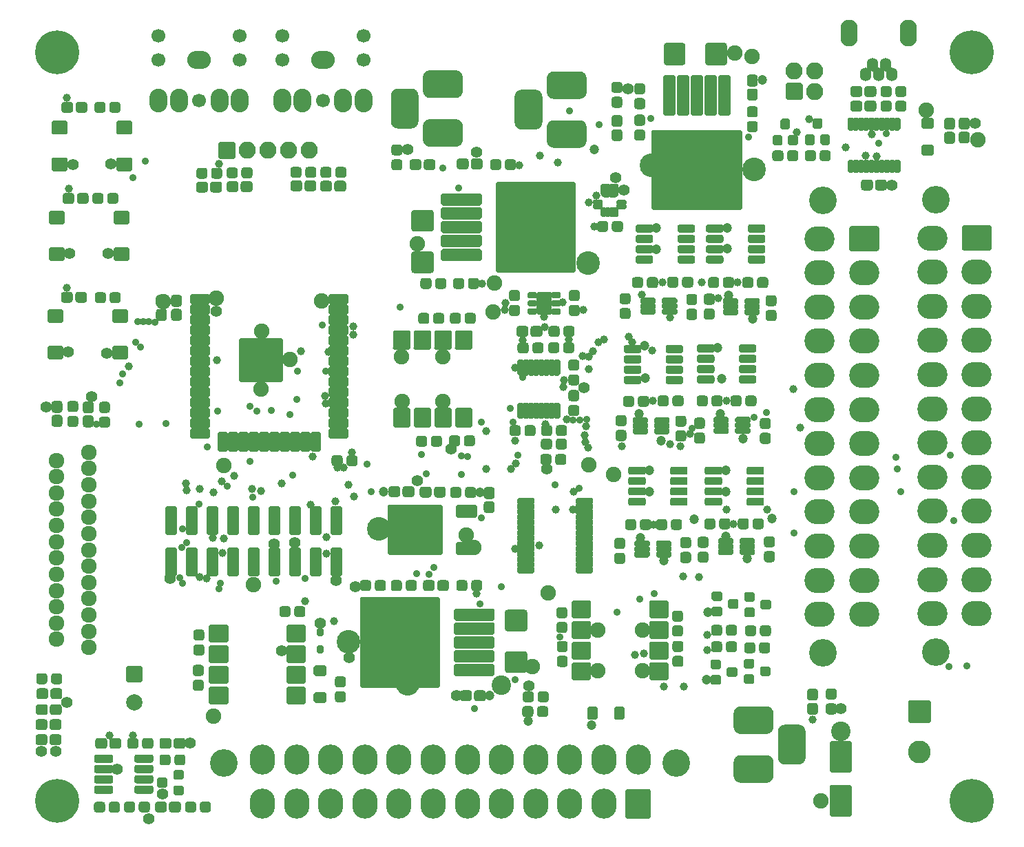
<source format=gbr>
G04 #@! TF.GenerationSoftware,KiCad,Pcbnew,5.1.7-a382d34a8~88~ubuntu20.04.1*
G04 #@! TF.CreationDate,2020-12-13T14:38:39-06:00*
G04 #@! TF.ProjectId,open-dash-daughterboard,6f70656e-2d64-4617-9368-2d6461756768,rev?*
G04 #@! TF.SameCoordinates,Original*
G04 #@! TF.FileFunction,Soldermask,Top*
G04 #@! TF.FilePolarity,Negative*
%FSLAX46Y46*%
G04 Gerber Fmt 4.6, Leading zero omitted, Abs format (unit mm)*
G04 Created by KiCad (PCBNEW 5.1.7-a382d34a8~88~ubuntu20.04.1) date 2020-12-13 14:38:39*
%MOMM*%
%LPD*%
G01*
G04 APERTURE LIST*
%ADD10O,2.100000X2.100000*%
%ADD11C,2.800000*%
%ADD12C,2.000000*%
%ADD13O,3.700000X3.100000*%
%ADD14C,3.400000*%
%ADD15C,1.700000*%
%ADD16O,2.900000X2.200000*%
%ADD17O,2.200000X2.900000*%
%ADD18O,2.100000X3.300000*%
%ADD19O,1.400000X1.700000*%
%ADD20C,1.924000*%
%ADD21O,3.100000X3.700000*%
%ADD22C,5.400000*%
%ADD23C,1.000000*%
%ADD24C,1.400000*%
%ADD25C,2.400000*%
%ADD26C,1.900000*%
%ADD27C,1.200000*%
%ADD28C,2.900000*%
%ADD29C,0.900000*%
G04 APERTURE END LIST*
D10*
X185240000Y-51060000D03*
X185240000Y-53600000D03*
X182700000Y-51060000D03*
G36*
G01*
X183550000Y-54650000D02*
X181850000Y-54650000D01*
G75*
G02*
X181650000Y-54450000I0J200000D01*
G01*
X181650000Y-52750000D01*
G75*
G02*
X181850000Y-52550000I200000J0D01*
G01*
X183550000Y-52550000D01*
G75*
G02*
X183750000Y-52750000I0J-200000D01*
G01*
X183750000Y-54450000D01*
G75*
G02*
X183550000Y-54650000I-200000J0D01*
G01*
G37*
G36*
G01*
X106590000Y-113200000D02*
X105590000Y-113200000D01*
G75*
G02*
X105390000Y-113000000I0J200000D01*
G01*
X105390000Y-109850000D01*
G75*
G02*
X105590000Y-109650000I200000J0D01*
G01*
X106590000Y-109650000D01*
G75*
G02*
X106790000Y-109850000I0J-200000D01*
G01*
X106790000Y-113000000D01*
G75*
G02*
X106590000Y-113200000I-200000J0D01*
G01*
G37*
G36*
G01*
X106590000Y-108150000D02*
X105590000Y-108150000D01*
G75*
G02*
X105390000Y-107950000I0J200000D01*
G01*
X105390000Y-104800000D01*
G75*
G02*
X105590000Y-104600000I200000J0D01*
G01*
X106590000Y-104600000D01*
G75*
G02*
X106790000Y-104800000I0J-200000D01*
G01*
X106790000Y-107950000D01*
G75*
G02*
X106590000Y-108150000I-200000J0D01*
G01*
G37*
G36*
G01*
X109130000Y-113200000D02*
X108130000Y-113200000D01*
G75*
G02*
X107930000Y-113000000I0J200000D01*
G01*
X107930000Y-109850000D01*
G75*
G02*
X108130000Y-109650000I200000J0D01*
G01*
X109130000Y-109650000D01*
G75*
G02*
X109330000Y-109850000I0J-200000D01*
G01*
X109330000Y-113000000D01*
G75*
G02*
X109130000Y-113200000I-200000J0D01*
G01*
G37*
G36*
G01*
X109130000Y-108150000D02*
X108130000Y-108150000D01*
G75*
G02*
X107930000Y-107950000I0J200000D01*
G01*
X107930000Y-104800000D01*
G75*
G02*
X108130000Y-104600000I200000J0D01*
G01*
X109130000Y-104600000D01*
G75*
G02*
X109330000Y-104800000I0J-200000D01*
G01*
X109330000Y-107950000D01*
G75*
G02*
X109130000Y-108150000I-200000J0D01*
G01*
G37*
G36*
G01*
X111670000Y-113200000D02*
X110670000Y-113200000D01*
G75*
G02*
X110470000Y-113000000I0J200000D01*
G01*
X110470000Y-109850000D01*
G75*
G02*
X110670000Y-109650000I200000J0D01*
G01*
X111670000Y-109650000D01*
G75*
G02*
X111870000Y-109850000I0J-200000D01*
G01*
X111870000Y-113000000D01*
G75*
G02*
X111670000Y-113200000I-200000J0D01*
G01*
G37*
G36*
G01*
X111670000Y-108150000D02*
X110670000Y-108150000D01*
G75*
G02*
X110470000Y-107950000I0J200000D01*
G01*
X110470000Y-104800000D01*
G75*
G02*
X110670000Y-104600000I200000J0D01*
G01*
X111670000Y-104600000D01*
G75*
G02*
X111870000Y-104800000I0J-200000D01*
G01*
X111870000Y-107950000D01*
G75*
G02*
X111670000Y-108150000I-200000J0D01*
G01*
G37*
G36*
G01*
X114210000Y-113200000D02*
X113210000Y-113200000D01*
G75*
G02*
X113010000Y-113000000I0J200000D01*
G01*
X113010000Y-109850000D01*
G75*
G02*
X113210000Y-109650000I200000J0D01*
G01*
X114210000Y-109650000D01*
G75*
G02*
X114410000Y-109850000I0J-200000D01*
G01*
X114410000Y-113000000D01*
G75*
G02*
X114210000Y-113200000I-200000J0D01*
G01*
G37*
G36*
G01*
X114210000Y-108150000D02*
X113210000Y-108150000D01*
G75*
G02*
X113010000Y-107950000I0J200000D01*
G01*
X113010000Y-104800000D01*
G75*
G02*
X113210000Y-104600000I200000J0D01*
G01*
X114210000Y-104600000D01*
G75*
G02*
X114410000Y-104800000I0J-200000D01*
G01*
X114410000Y-107950000D01*
G75*
G02*
X114210000Y-108150000I-200000J0D01*
G01*
G37*
G36*
G01*
X116750000Y-113200000D02*
X115750000Y-113200000D01*
G75*
G02*
X115550000Y-113000000I0J200000D01*
G01*
X115550000Y-109850000D01*
G75*
G02*
X115750000Y-109650000I200000J0D01*
G01*
X116750000Y-109650000D01*
G75*
G02*
X116950000Y-109850000I0J-200000D01*
G01*
X116950000Y-113000000D01*
G75*
G02*
X116750000Y-113200000I-200000J0D01*
G01*
G37*
G36*
G01*
X116750000Y-108150000D02*
X115750000Y-108150000D01*
G75*
G02*
X115550000Y-107950000I0J200000D01*
G01*
X115550000Y-104800000D01*
G75*
G02*
X115750000Y-104600000I200000J0D01*
G01*
X116750000Y-104600000D01*
G75*
G02*
X116950000Y-104800000I0J-200000D01*
G01*
X116950000Y-107950000D01*
G75*
G02*
X116750000Y-108150000I-200000J0D01*
G01*
G37*
G36*
G01*
X119290000Y-113200000D02*
X118290000Y-113200000D01*
G75*
G02*
X118090000Y-113000000I0J200000D01*
G01*
X118090000Y-109850000D01*
G75*
G02*
X118290000Y-109650000I200000J0D01*
G01*
X119290000Y-109650000D01*
G75*
G02*
X119490000Y-109850000I0J-200000D01*
G01*
X119490000Y-113000000D01*
G75*
G02*
X119290000Y-113200000I-200000J0D01*
G01*
G37*
G36*
G01*
X119290000Y-108150000D02*
X118290000Y-108150000D01*
G75*
G02*
X118090000Y-107950000I0J200000D01*
G01*
X118090000Y-104800000D01*
G75*
G02*
X118290000Y-104600000I200000J0D01*
G01*
X119290000Y-104600000D01*
G75*
G02*
X119490000Y-104800000I0J-200000D01*
G01*
X119490000Y-107950000D01*
G75*
G02*
X119290000Y-108150000I-200000J0D01*
G01*
G37*
G36*
G01*
X121830000Y-113200000D02*
X120830000Y-113200000D01*
G75*
G02*
X120630000Y-113000000I0J200000D01*
G01*
X120630000Y-109850000D01*
G75*
G02*
X120830000Y-109650000I200000J0D01*
G01*
X121830000Y-109650000D01*
G75*
G02*
X122030000Y-109850000I0J-200000D01*
G01*
X122030000Y-113000000D01*
G75*
G02*
X121830000Y-113200000I-200000J0D01*
G01*
G37*
G36*
G01*
X121830000Y-108150000D02*
X120830000Y-108150000D01*
G75*
G02*
X120630000Y-107950000I0J200000D01*
G01*
X120630000Y-104800000D01*
G75*
G02*
X120830000Y-104600000I200000J0D01*
G01*
X121830000Y-104600000D01*
G75*
G02*
X122030000Y-104800000I0J-200000D01*
G01*
X122030000Y-107950000D01*
G75*
G02*
X121830000Y-108150000I-200000J0D01*
G01*
G37*
G36*
G01*
X124370000Y-113200000D02*
X123370000Y-113200000D01*
G75*
G02*
X123170000Y-113000000I0J200000D01*
G01*
X123170000Y-109850000D01*
G75*
G02*
X123370000Y-109650000I200000J0D01*
G01*
X124370000Y-109650000D01*
G75*
G02*
X124570000Y-109850000I0J-200000D01*
G01*
X124570000Y-113000000D01*
G75*
G02*
X124370000Y-113200000I-200000J0D01*
G01*
G37*
G36*
G01*
X124370000Y-108150000D02*
X123370000Y-108150000D01*
G75*
G02*
X123170000Y-107950000I0J200000D01*
G01*
X123170000Y-104800000D01*
G75*
G02*
X123370000Y-104600000I200000J0D01*
G01*
X124370000Y-104600000D01*
G75*
G02*
X124570000Y-104800000I0J-200000D01*
G01*
X124570000Y-107950000D01*
G75*
G02*
X124370000Y-108150000I-200000J0D01*
G01*
G37*
G36*
G01*
X126910000Y-113200000D02*
X125910000Y-113200000D01*
G75*
G02*
X125710000Y-113000000I0J200000D01*
G01*
X125710000Y-109850000D01*
G75*
G02*
X125910000Y-109650000I200000J0D01*
G01*
X126910000Y-109650000D01*
G75*
G02*
X127110000Y-109850000I0J-200000D01*
G01*
X127110000Y-113000000D01*
G75*
G02*
X126910000Y-113200000I-200000J0D01*
G01*
G37*
G36*
G01*
X126910000Y-108150000D02*
X125910000Y-108150000D01*
G75*
G02*
X125710000Y-107950000I0J200000D01*
G01*
X125710000Y-104800000D01*
G75*
G02*
X125910000Y-104600000I200000J0D01*
G01*
X126910000Y-104600000D01*
G75*
G02*
X127110000Y-104800000I0J-200000D01*
G01*
X127110000Y-107950000D01*
G75*
G02*
X126910000Y-108150000I-200000J0D01*
G01*
G37*
G36*
G01*
X114450000Y-89145000D02*
X114450000Y-84145000D01*
G75*
G02*
X114650000Y-83945000I200000J0D01*
G01*
X119650000Y-83945000D01*
G75*
G02*
X119850000Y-84145000I0J-200000D01*
G01*
X119850000Y-89145000D01*
G75*
G02*
X119650000Y-89345000I-200000J0D01*
G01*
X114650000Y-89345000D01*
G75*
G02*
X114450000Y-89145000I0J200000D01*
G01*
G37*
G36*
G01*
X108450000Y-79595000D02*
X108450000Y-78695000D01*
G75*
G02*
X108650000Y-78495000I200000J0D01*
G01*
X110650000Y-78495000D01*
G75*
G02*
X110850000Y-78695000I0J-200000D01*
G01*
X110850000Y-79595000D01*
G75*
G02*
X110650000Y-79795000I-200000J0D01*
G01*
X108650000Y-79795000D01*
G75*
G02*
X108450000Y-79595000I0J200000D01*
G01*
G37*
G36*
G01*
X108450000Y-80865000D02*
X108450000Y-79965000D01*
G75*
G02*
X108650000Y-79765000I200000J0D01*
G01*
X110650000Y-79765000D01*
G75*
G02*
X110850000Y-79965000I0J-200000D01*
G01*
X110850000Y-80865000D01*
G75*
G02*
X110650000Y-81065000I-200000J0D01*
G01*
X108650000Y-81065000D01*
G75*
G02*
X108450000Y-80865000I0J200000D01*
G01*
G37*
G36*
G01*
X108450000Y-82135000D02*
X108450000Y-81235000D01*
G75*
G02*
X108650000Y-81035000I200000J0D01*
G01*
X110650000Y-81035000D01*
G75*
G02*
X110850000Y-81235000I0J-200000D01*
G01*
X110850000Y-82135000D01*
G75*
G02*
X110650000Y-82335000I-200000J0D01*
G01*
X108650000Y-82335000D01*
G75*
G02*
X108450000Y-82135000I0J200000D01*
G01*
G37*
G36*
G01*
X108450000Y-83405000D02*
X108450000Y-82505000D01*
G75*
G02*
X108650000Y-82305000I200000J0D01*
G01*
X110650000Y-82305000D01*
G75*
G02*
X110850000Y-82505000I0J-200000D01*
G01*
X110850000Y-83405000D01*
G75*
G02*
X110650000Y-83605000I-200000J0D01*
G01*
X108650000Y-83605000D01*
G75*
G02*
X108450000Y-83405000I0J200000D01*
G01*
G37*
G36*
G01*
X108450000Y-84675000D02*
X108450000Y-83775000D01*
G75*
G02*
X108650000Y-83575000I200000J0D01*
G01*
X110650000Y-83575000D01*
G75*
G02*
X110850000Y-83775000I0J-200000D01*
G01*
X110850000Y-84675000D01*
G75*
G02*
X110650000Y-84875000I-200000J0D01*
G01*
X108650000Y-84875000D01*
G75*
G02*
X108450000Y-84675000I0J200000D01*
G01*
G37*
G36*
G01*
X108450000Y-85945000D02*
X108450000Y-85045000D01*
G75*
G02*
X108650000Y-84845000I200000J0D01*
G01*
X110650000Y-84845000D01*
G75*
G02*
X110850000Y-85045000I0J-200000D01*
G01*
X110850000Y-85945000D01*
G75*
G02*
X110650000Y-86145000I-200000J0D01*
G01*
X108650000Y-86145000D01*
G75*
G02*
X108450000Y-85945000I0J200000D01*
G01*
G37*
G36*
G01*
X108450000Y-87215000D02*
X108450000Y-86315000D01*
G75*
G02*
X108650000Y-86115000I200000J0D01*
G01*
X110650000Y-86115000D01*
G75*
G02*
X110850000Y-86315000I0J-200000D01*
G01*
X110850000Y-87215000D01*
G75*
G02*
X110650000Y-87415000I-200000J0D01*
G01*
X108650000Y-87415000D01*
G75*
G02*
X108450000Y-87215000I0J200000D01*
G01*
G37*
G36*
G01*
X108450000Y-88485000D02*
X108450000Y-87585000D01*
G75*
G02*
X108650000Y-87385000I200000J0D01*
G01*
X110650000Y-87385000D01*
G75*
G02*
X110850000Y-87585000I0J-200000D01*
G01*
X110850000Y-88485000D01*
G75*
G02*
X110650000Y-88685000I-200000J0D01*
G01*
X108650000Y-88685000D01*
G75*
G02*
X108450000Y-88485000I0J200000D01*
G01*
G37*
G36*
G01*
X108450000Y-89755000D02*
X108450000Y-88855000D01*
G75*
G02*
X108650000Y-88655000I200000J0D01*
G01*
X110650000Y-88655000D01*
G75*
G02*
X110850000Y-88855000I0J-200000D01*
G01*
X110850000Y-89755000D01*
G75*
G02*
X110650000Y-89955000I-200000J0D01*
G01*
X108650000Y-89955000D01*
G75*
G02*
X108450000Y-89755000I0J200000D01*
G01*
G37*
G36*
G01*
X108450000Y-91025000D02*
X108450000Y-90125000D01*
G75*
G02*
X108650000Y-89925000I200000J0D01*
G01*
X110650000Y-89925000D01*
G75*
G02*
X110850000Y-90125000I0J-200000D01*
G01*
X110850000Y-91025000D01*
G75*
G02*
X110650000Y-91225000I-200000J0D01*
G01*
X108650000Y-91225000D01*
G75*
G02*
X108450000Y-91025000I0J200000D01*
G01*
G37*
G36*
G01*
X108450000Y-92295000D02*
X108450000Y-91395000D01*
G75*
G02*
X108650000Y-91195000I200000J0D01*
G01*
X110650000Y-91195000D01*
G75*
G02*
X110850000Y-91395000I0J-200000D01*
G01*
X110850000Y-92295000D01*
G75*
G02*
X110650000Y-92495000I-200000J0D01*
G01*
X108650000Y-92495000D01*
G75*
G02*
X108450000Y-92295000I0J200000D01*
G01*
G37*
G36*
G01*
X108450000Y-93565000D02*
X108450000Y-92665000D01*
G75*
G02*
X108650000Y-92465000I200000J0D01*
G01*
X110650000Y-92465000D01*
G75*
G02*
X110850000Y-92665000I0J-200000D01*
G01*
X110850000Y-93565000D01*
G75*
G02*
X110650000Y-93765000I-200000J0D01*
G01*
X108650000Y-93765000D01*
G75*
G02*
X108450000Y-93565000I0J200000D01*
G01*
G37*
G36*
G01*
X108450000Y-94835000D02*
X108450000Y-93935000D01*
G75*
G02*
X108650000Y-93735000I200000J0D01*
G01*
X110650000Y-93735000D01*
G75*
G02*
X110850000Y-93935000I0J-200000D01*
G01*
X110850000Y-94835000D01*
G75*
G02*
X110650000Y-95035000I-200000J0D01*
G01*
X108650000Y-95035000D01*
G75*
G02*
X108450000Y-94835000I0J200000D01*
G01*
G37*
G36*
G01*
X108450000Y-96105000D02*
X108450000Y-95205000D01*
G75*
G02*
X108650000Y-95005000I200000J0D01*
G01*
X110650000Y-95005000D01*
G75*
G02*
X110850000Y-95205000I0J-200000D01*
G01*
X110850000Y-96105000D01*
G75*
G02*
X110650000Y-96305000I-200000J0D01*
G01*
X108650000Y-96305000D01*
G75*
G02*
X108450000Y-96105000I0J200000D01*
G01*
G37*
G36*
G01*
X112885000Y-97855000D02*
X111985000Y-97855000D01*
G75*
G02*
X111785000Y-97655000I0J200000D01*
G01*
X111785000Y-95655000D01*
G75*
G02*
X111985000Y-95455000I200000J0D01*
G01*
X112885000Y-95455000D01*
G75*
G02*
X113085000Y-95655000I0J-200000D01*
G01*
X113085000Y-97655000D01*
G75*
G02*
X112885000Y-97855000I-200000J0D01*
G01*
G37*
G36*
G01*
X114155000Y-97855000D02*
X113255000Y-97855000D01*
G75*
G02*
X113055000Y-97655000I0J200000D01*
G01*
X113055000Y-95655000D01*
G75*
G02*
X113255000Y-95455000I200000J0D01*
G01*
X114155000Y-95455000D01*
G75*
G02*
X114355000Y-95655000I0J-200000D01*
G01*
X114355000Y-97655000D01*
G75*
G02*
X114155000Y-97855000I-200000J0D01*
G01*
G37*
G36*
G01*
X115425000Y-97855000D02*
X114525000Y-97855000D01*
G75*
G02*
X114325000Y-97655000I0J200000D01*
G01*
X114325000Y-95655000D01*
G75*
G02*
X114525000Y-95455000I200000J0D01*
G01*
X115425000Y-95455000D01*
G75*
G02*
X115625000Y-95655000I0J-200000D01*
G01*
X115625000Y-97655000D01*
G75*
G02*
X115425000Y-97855000I-200000J0D01*
G01*
G37*
G36*
G01*
X116695000Y-97855000D02*
X115795000Y-97855000D01*
G75*
G02*
X115595000Y-97655000I0J200000D01*
G01*
X115595000Y-95655000D01*
G75*
G02*
X115795000Y-95455000I200000J0D01*
G01*
X116695000Y-95455000D01*
G75*
G02*
X116895000Y-95655000I0J-200000D01*
G01*
X116895000Y-97655000D01*
G75*
G02*
X116695000Y-97855000I-200000J0D01*
G01*
G37*
G36*
G01*
X117965000Y-97855000D02*
X117065000Y-97855000D01*
G75*
G02*
X116865000Y-97655000I0J200000D01*
G01*
X116865000Y-95655000D01*
G75*
G02*
X117065000Y-95455000I200000J0D01*
G01*
X117965000Y-95455000D01*
G75*
G02*
X118165000Y-95655000I0J-200000D01*
G01*
X118165000Y-97655000D01*
G75*
G02*
X117965000Y-97855000I-200000J0D01*
G01*
G37*
G36*
G01*
X119235000Y-97855000D02*
X118335000Y-97855000D01*
G75*
G02*
X118135000Y-97655000I0J200000D01*
G01*
X118135000Y-95655000D01*
G75*
G02*
X118335000Y-95455000I200000J0D01*
G01*
X119235000Y-95455000D01*
G75*
G02*
X119435000Y-95655000I0J-200000D01*
G01*
X119435000Y-97655000D01*
G75*
G02*
X119235000Y-97855000I-200000J0D01*
G01*
G37*
G36*
G01*
X120505000Y-97855000D02*
X119605000Y-97855000D01*
G75*
G02*
X119405000Y-97655000I0J200000D01*
G01*
X119405000Y-95655000D01*
G75*
G02*
X119605000Y-95455000I200000J0D01*
G01*
X120505000Y-95455000D01*
G75*
G02*
X120705000Y-95655000I0J-200000D01*
G01*
X120705000Y-97655000D01*
G75*
G02*
X120505000Y-97855000I-200000J0D01*
G01*
G37*
G36*
G01*
X121775000Y-97855000D02*
X120875000Y-97855000D01*
G75*
G02*
X120675000Y-97655000I0J200000D01*
G01*
X120675000Y-95655000D01*
G75*
G02*
X120875000Y-95455000I200000J0D01*
G01*
X121775000Y-95455000D01*
G75*
G02*
X121975000Y-95655000I0J-200000D01*
G01*
X121975000Y-97655000D01*
G75*
G02*
X121775000Y-97855000I-200000J0D01*
G01*
G37*
G36*
G01*
X123045000Y-97855000D02*
X122145000Y-97855000D01*
G75*
G02*
X121945000Y-97655000I0J200000D01*
G01*
X121945000Y-95655000D01*
G75*
G02*
X122145000Y-95455000I200000J0D01*
G01*
X123045000Y-95455000D01*
G75*
G02*
X123245000Y-95655000I0J-200000D01*
G01*
X123245000Y-97655000D01*
G75*
G02*
X123045000Y-97855000I-200000J0D01*
G01*
G37*
G36*
G01*
X124315000Y-97855000D02*
X123415000Y-97855000D01*
G75*
G02*
X123215000Y-97655000I0J200000D01*
G01*
X123215000Y-95655000D01*
G75*
G02*
X123415000Y-95455000I200000J0D01*
G01*
X124315000Y-95455000D01*
G75*
G02*
X124515000Y-95655000I0J-200000D01*
G01*
X124515000Y-97655000D01*
G75*
G02*
X124315000Y-97855000I-200000J0D01*
G01*
G37*
G36*
G01*
X125450000Y-96105000D02*
X125450000Y-95205000D01*
G75*
G02*
X125650000Y-95005000I200000J0D01*
G01*
X127650000Y-95005000D01*
G75*
G02*
X127850000Y-95205000I0J-200000D01*
G01*
X127850000Y-96105000D01*
G75*
G02*
X127650000Y-96305000I-200000J0D01*
G01*
X125650000Y-96305000D01*
G75*
G02*
X125450000Y-96105000I0J200000D01*
G01*
G37*
G36*
G01*
X125450000Y-94835000D02*
X125450000Y-93935000D01*
G75*
G02*
X125650000Y-93735000I200000J0D01*
G01*
X127650000Y-93735000D01*
G75*
G02*
X127850000Y-93935000I0J-200000D01*
G01*
X127850000Y-94835000D01*
G75*
G02*
X127650000Y-95035000I-200000J0D01*
G01*
X125650000Y-95035000D01*
G75*
G02*
X125450000Y-94835000I0J200000D01*
G01*
G37*
G36*
G01*
X125450000Y-93565000D02*
X125450000Y-92665000D01*
G75*
G02*
X125650000Y-92465000I200000J0D01*
G01*
X127650000Y-92465000D01*
G75*
G02*
X127850000Y-92665000I0J-200000D01*
G01*
X127850000Y-93565000D01*
G75*
G02*
X127650000Y-93765000I-200000J0D01*
G01*
X125650000Y-93765000D01*
G75*
G02*
X125450000Y-93565000I0J200000D01*
G01*
G37*
G36*
G01*
X125450000Y-92295000D02*
X125450000Y-91395000D01*
G75*
G02*
X125650000Y-91195000I200000J0D01*
G01*
X127650000Y-91195000D01*
G75*
G02*
X127850000Y-91395000I0J-200000D01*
G01*
X127850000Y-92295000D01*
G75*
G02*
X127650000Y-92495000I-200000J0D01*
G01*
X125650000Y-92495000D01*
G75*
G02*
X125450000Y-92295000I0J200000D01*
G01*
G37*
G36*
G01*
X125450000Y-91025000D02*
X125450000Y-90125000D01*
G75*
G02*
X125650000Y-89925000I200000J0D01*
G01*
X127650000Y-89925000D01*
G75*
G02*
X127850000Y-90125000I0J-200000D01*
G01*
X127850000Y-91025000D01*
G75*
G02*
X127650000Y-91225000I-200000J0D01*
G01*
X125650000Y-91225000D01*
G75*
G02*
X125450000Y-91025000I0J200000D01*
G01*
G37*
G36*
G01*
X125450000Y-89755000D02*
X125450000Y-88855000D01*
G75*
G02*
X125650000Y-88655000I200000J0D01*
G01*
X127650000Y-88655000D01*
G75*
G02*
X127850000Y-88855000I0J-200000D01*
G01*
X127850000Y-89755000D01*
G75*
G02*
X127650000Y-89955000I-200000J0D01*
G01*
X125650000Y-89955000D01*
G75*
G02*
X125450000Y-89755000I0J200000D01*
G01*
G37*
G36*
G01*
X125450000Y-88485000D02*
X125450000Y-87585000D01*
G75*
G02*
X125650000Y-87385000I200000J0D01*
G01*
X127650000Y-87385000D01*
G75*
G02*
X127850000Y-87585000I0J-200000D01*
G01*
X127850000Y-88485000D01*
G75*
G02*
X127650000Y-88685000I-200000J0D01*
G01*
X125650000Y-88685000D01*
G75*
G02*
X125450000Y-88485000I0J200000D01*
G01*
G37*
G36*
G01*
X125450000Y-87215000D02*
X125450000Y-86315000D01*
G75*
G02*
X125650000Y-86115000I200000J0D01*
G01*
X127650000Y-86115000D01*
G75*
G02*
X127850000Y-86315000I0J-200000D01*
G01*
X127850000Y-87215000D01*
G75*
G02*
X127650000Y-87415000I-200000J0D01*
G01*
X125650000Y-87415000D01*
G75*
G02*
X125450000Y-87215000I0J200000D01*
G01*
G37*
G36*
G01*
X125450000Y-85945000D02*
X125450000Y-85045000D01*
G75*
G02*
X125650000Y-84845000I200000J0D01*
G01*
X127650000Y-84845000D01*
G75*
G02*
X127850000Y-85045000I0J-200000D01*
G01*
X127850000Y-85945000D01*
G75*
G02*
X127650000Y-86145000I-200000J0D01*
G01*
X125650000Y-86145000D01*
G75*
G02*
X125450000Y-85945000I0J200000D01*
G01*
G37*
G36*
G01*
X125450000Y-84675000D02*
X125450000Y-83775000D01*
G75*
G02*
X125650000Y-83575000I200000J0D01*
G01*
X127650000Y-83575000D01*
G75*
G02*
X127850000Y-83775000I0J-200000D01*
G01*
X127850000Y-84675000D01*
G75*
G02*
X127650000Y-84875000I-200000J0D01*
G01*
X125650000Y-84875000D01*
G75*
G02*
X125450000Y-84675000I0J200000D01*
G01*
G37*
G36*
G01*
X125450000Y-83405000D02*
X125450000Y-82505000D01*
G75*
G02*
X125650000Y-82305000I200000J0D01*
G01*
X127650000Y-82305000D01*
G75*
G02*
X127850000Y-82505000I0J-200000D01*
G01*
X127850000Y-83405000D01*
G75*
G02*
X127650000Y-83605000I-200000J0D01*
G01*
X125650000Y-83605000D01*
G75*
G02*
X125450000Y-83405000I0J200000D01*
G01*
G37*
G36*
G01*
X125450000Y-82135000D02*
X125450000Y-81235000D01*
G75*
G02*
X125650000Y-81035000I200000J0D01*
G01*
X127650000Y-81035000D01*
G75*
G02*
X127850000Y-81235000I0J-200000D01*
G01*
X127850000Y-82135000D01*
G75*
G02*
X127650000Y-82335000I-200000J0D01*
G01*
X125650000Y-82335000D01*
G75*
G02*
X125450000Y-82135000I0J200000D01*
G01*
G37*
G36*
G01*
X125450000Y-80865000D02*
X125450000Y-79965000D01*
G75*
G02*
X125650000Y-79765000I200000J0D01*
G01*
X127650000Y-79765000D01*
G75*
G02*
X127850000Y-79965000I0J-200000D01*
G01*
X127850000Y-80865000D01*
G75*
G02*
X127650000Y-81065000I-200000J0D01*
G01*
X125650000Y-81065000D01*
G75*
G02*
X125450000Y-80865000I0J200000D01*
G01*
G37*
G36*
G01*
X125450000Y-79595000D02*
X125450000Y-78695000D01*
G75*
G02*
X125650000Y-78495000I200000J0D01*
G01*
X127650000Y-78495000D01*
G75*
G02*
X127850000Y-78695000I0J-200000D01*
G01*
X127850000Y-79595000D01*
G75*
G02*
X127650000Y-79795000I-200000J0D01*
G01*
X125650000Y-79795000D01*
G75*
G02*
X125450000Y-79595000I0J200000D01*
G01*
G37*
G36*
G01*
X155329000Y-118158600D02*
X155329000Y-116378600D01*
G75*
G02*
X155529000Y-116178600I200000J0D01*
G01*
X157529000Y-116178600D01*
G75*
G02*
X157729000Y-116378600I0J-200000D01*
G01*
X157729000Y-118158600D01*
G75*
G02*
X157529000Y-118358600I-200000J0D01*
G01*
X155529000Y-118358600D01*
G75*
G02*
X155329000Y-118158600I0J200000D01*
G01*
G37*
G36*
G01*
X164859000Y-125778600D02*
X164859000Y-123998600D01*
G75*
G02*
X165059000Y-123798600I200000J0D01*
G01*
X167059000Y-123798600D01*
G75*
G02*
X167259000Y-123998600I0J-200000D01*
G01*
X167259000Y-125778600D01*
G75*
G02*
X167059000Y-125978600I-200000J0D01*
G01*
X165059000Y-125978600D01*
G75*
G02*
X164859000Y-125778600I0J200000D01*
G01*
G37*
G36*
G01*
X155329000Y-120698600D02*
X155329000Y-118918600D01*
G75*
G02*
X155529000Y-118718600I200000J0D01*
G01*
X157529000Y-118718600D01*
G75*
G02*
X157729000Y-118918600I0J-200000D01*
G01*
X157729000Y-120698600D01*
G75*
G02*
X157529000Y-120898600I-200000J0D01*
G01*
X155529000Y-120898600D01*
G75*
G02*
X155329000Y-120698600I0J200000D01*
G01*
G37*
G36*
G01*
X164859000Y-123238600D02*
X164859000Y-121458600D01*
G75*
G02*
X165059000Y-121258600I200000J0D01*
G01*
X167059000Y-121258600D01*
G75*
G02*
X167259000Y-121458600I0J-200000D01*
G01*
X167259000Y-123238600D01*
G75*
G02*
X167059000Y-123438600I-200000J0D01*
G01*
X165059000Y-123438600D01*
G75*
G02*
X164859000Y-123238600I0J200000D01*
G01*
G37*
G36*
G01*
X155329000Y-123238600D02*
X155329000Y-121458600D01*
G75*
G02*
X155529000Y-121258600I200000J0D01*
G01*
X157529000Y-121258600D01*
G75*
G02*
X157729000Y-121458600I0J-200000D01*
G01*
X157729000Y-123238600D01*
G75*
G02*
X157529000Y-123438600I-200000J0D01*
G01*
X155529000Y-123438600D01*
G75*
G02*
X155329000Y-123238600I0J200000D01*
G01*
G37*
G36*
G01*
X164859000Y-120698600D02*
X164859000Y-118918600D01*
G75*
G02*
X165059000Y-118718600I200000J0D01*
G01*
X167059000Y-118718600D01*
G75*
G02*
X167259000Y-118918600I0J-200000D01*
G01*
X167259000Y-120698600D01*
G75*
G02*
X167059000Y-120898600I-200000J0D01*
G01*
X165059000Y-120898600D01*
G75*
G02*
X164859000Y-120698600I0J200000D01*
G01*
G37*
G36*
G01*
X155329000Y-125778600D02*
X155329000Y-123998600D01*
G75*
G02*
X155529000Y-123798600I200000J0D01*
G01*
X157529000Y-123798600D01*
G75*
G02*
X157729000Y-123998600I0J-200000D01*
G01*
X157729000Y-125778600D01*
G75*
G02*
X157529000Y-125978600I-200000J0D01*
G01*
X155529000Y-125978600D01*
G75*
G02*
X155329000Y-125778600I0J200000D01*
G01*
G37*
G36*
G01*
X164859000Y-118158600D02*
X164859000Y-116378600D01*
G75*
G02*
X165059000Y-116178600I200000J0D01*
G01*
X167059000Y-116178600D01*
G75*
G02*
X167259000Y-116378600I0J-200000D01*
G01*
X167259000Y-118158600D01*
G75*
G02*
X167059000Y-118358600I-200000J0D01*
G01*
X165059000Y-118358600D01*
G75*
G02*
X164859000Y-118158600I0J200000D01*
G01*
G37*
G36*
G01*
X196900000Y-128450000D02*
X199300000Y-128450000D01*
G75*
G02*
X199500000Y-128650000I0J-200000D01*
G01*
X199500000Y-131050000D01*
G75*
G02*
X199300000Y-131250000I-200000J0D01*
G01*
X196900000Y-131250000D01*
G75*
G02*
X196700000Y-131050000I0J200000D01*
G01*
X196700000Y-128650000D01*
G75*
G02*
X196900000Y-128450000I200000J0D01*
G01*
G37*
D11*
X198100000Y-134850000D03*
G36*
G01*
X145537500Y-103725000D02*
X144862500Y-103725000D01*
G75*
G02*
X144525000Y-103387500I0J337500D01*
G01*
X144525000Y-102587500D01*
G75*
G02*
X144862500Y-102250000I337500J0D01*
G01*
X145537500Y-102250000D01*
G75*
G02*
X145875000Y-102587500I0J-337500D01*
G01*
X145875000Y-103387500D01*
G75*
G02*
X145537500Y-103725000I-337500J0D01*
G01*
G37*
G36*
G01*
X145537500Y-105450000D02*
X144862500Y-105450000D01*
G75*
G02*
X144525000Y-105112500I0J337500D01*
G01*
X144525000Y-104312500D01*
G75*
G02*
X144862500Y-103975000I337500J0D01*
G01*
X145537500Y-103975000D01*
G75*
G02*
X145875000Y-104312500I0J-337500D01*
G01*
X145875000Y-105112500D01*
G75*
G02*
X145537500Y-105450000I-337500J0D01*
G01*
G37*
G36*
G01*
X136000000Y-102462500D02*
X136000000Y-103137500D01*
G75*
G02*
X135662500Y-103475000I-337500J0D01*
G01*
X134862500Y-103475000D01*
G75*
G02*
X134525000Y-103137500I0J337500D01*
G01*
X134525000Y-102462500D01*
G75*
G02*
X134862500Y-102125000I337500J0D01*
G01*
X135662500Y-102125000D01*
G75*
G02*
X136000000Y-102462500I0J-337500D01*
G01*
G37*
G36*
G01*
X134275000Y-102462500D02*
X134275000Y-103137500D01*
G75*
G02*
X133937500Y-103475000I-337500J0D01*
G01*
X133137500Y-103475000D01*
G75*
G02*
X132800000Y-103137500I0J337500D01*
G01*
X132800000Y-102462500D01*
G75*
G02*
X133137500Y-102125000I337500J0D01*
G01*
X133937500Y-102125000D01*
G75*
G02*
X134275000Y-102462500I0J-337500D01*
G01*
G37*
G36*
G01*
X177887500Y-54712500D02*
X177212500Y-54712500D01*
G75*
G02*
X176875000Y-54375000I0J337500D01*
G01*
X176875000Y-53575000D01*
G75*
G02*
X177212500Y-53237500I337500J0D01*
G01*
X177887500Y-53237500D01*
G75*
G02*
X178225000Y-53575000I0J-337500D01*
G01*
X178225000Y-54375000D01*
G75*
G02*
X177887500Y-54712500I-337500J0D01*
G01*
G37*
G36*
G01*
X177887500Y-52987500D02*
X177212500Y-52987500D01*
G75*
G02*
X176875000Y-52650000I0J337500D01*
G01*
X176875000Y-51850000D01*
G75*
G02*
X177212500Y-51512500I337500J0D01*
G01*
X177887500Y-51512500D01*
G75*
G02*
X178225000Y-51850000I0J-337500D01*
G01*
X178225000Y-52650000D01*
G75*
G02*
X177887500Y-52987500I-337500J0D01*
G01*
G37*
G36*
G01*
X142925000Y-62837500D02*
X142925000Y-62162500D01*
G75*
G02*
X143262500Y-61825000I337500J0D01*
G01*
X144062500Y-61825000D01*
G75*
G02*
X144400000Y-62162500I0J-337500D01*
G01*
X144400000Y-62837500D01*
G75*
G02*
X144062500Y-63175000I-337500J0D01*
G01*
X143262500Y-63175000D01*
G75*
G02*
X142925000Y-62837500I0J337500D01*
G01*
G37*
G36*
G01*
X141200000Y-62837500D02*
X141200000Y-62162500D01*
G75*
G02*
X141537500Y-61825000I337500J0D01*
G01*
X142337500Y-61825000D01*
G75*
G02*
X142675000Y-62162500I0J-337500D01*
G01*
X142675000Y-62837500D01*
G75*
G02*
X142337500Y-63175000I-337500J0D01*
G01*
X141537500Y-63175000D01*
G75*
G02*
X141200000Y-62837500I0J337500D01*
G01*
G37*
G36*
G01*
X143325000Y-128237500D02*
X143325000Y-127562500D01*
G75*
G02*
X143662500Y-127225000I337500J0D01*
G01*
X144462500Y-127225000D01*
G75*
G02*
X144800000Y-127562500I0J-337500D01*
G01*
X144800000Y-128237500D01*
G75*
G02*
X144462500Y-128575000I-337500J0D01*
G01*
X143662500Y-128575000D01*
G75*
G02*
X143325000Y-128237500I0J337500D01*
G01*
G37*
G36*
G01*
X141600000Y-128237500D02*
X141600000Y-127562500D01*
G75*
G02*
X141937500Y-127225000I337500J0D01*
G01*
X142737500Y-127225000D01*
G75*
G02*
X143075000Y-127562500I0J-337500D01*
G01*
X143075000Y-128237500D01*
G75*
G02*
X142737500Y-128575000I-337500J0D01*
G01*
X141937500Y-128575000D01*
G75*
G02*
X141600000Y-128237500I0J337500D01*
G01*
G37*
G36*
G01*
X147419443Y-122425000D02*
X149580557Y-122425000D01*
G75*
G02*
X149875000Y-122719443I0J-294443D01*
G01*
X149875000Y-124780557D01*
G75*
G02*
X149580557Y-125075000I-294443J0D01*
G01*
X147419443Y-125075000D01*
G75*
G02*
X147125000Y-124780557I0J294443D01*
G01*
X147125000Y-122719443D01*
G75*
G02*
X147419443Y-122425000I294443J0D01*
G01*
G37*
G36*
G01*
X147419443Y-117325000D02*
X149580557Y-117325000D01*
G75*
G02*
X149875000Y-117619443I0J-294443D01*
G01*
X149875000Y-119680557D01*
G75*
G02*
X149580557Y-119975000I-294443J0D01*
G01*
X147419443Y-119975000D01*
G75*
G02*
X147125000Y-119680557I0J294443D01*
G01*
X147125000Y-117619443D01*
G75*
G02*
X147419443Y-117325000I294443J0D01*
G01*
G37*
G36*
G01*
X166675000Y-50080557D02*
X166675000Y-47919443D01*
G75*
G02*
X166969443Y-47625000I294443J0D01*
G01*
X169030557Y-47625000D01*
G75*
G02*
X169325000Y-47919443I0J-294443D01*
G01*
X169325000Y-50080557D01*
G75*
G02*
X169030557Y-50375000I-294443J0D01*
G01*
X166969443Y-50375000D01*
G75*
G02*
X166675000Y-50080557I0J294443D01*
G01*
G37*
G36*
G01*
X171775000Y-50080557D02*
X171775000Y-47919443D01*
G75*
G02*
X172069443Y-47625000I294443J0D01*
G01*
X174130557Y-47625000D01*
G75*
G02*
X174425000Y-47919443I0J-294443D01*
G01*
X174425000Y-50080557D01*
G75*
G02*
X174130557Y-50375000I-294443J0D01*
G01*
X172069443Y-50375000D01*
G75*
G02*
X171775000Y-50080557I0J294443D01*
G01*
G37*
G36*
G01*
X135919443Y-68175000D02*
X138080557Y-68175000D01*
G75*
G02*
X138375000Y-68469443I0J-294443D01*
G01*
X138375000Y-70530557D01*
G75*
G02*
X138080557Y-70825000I-294443J0D01*
G01*
X135919443Y-70825000D01*
G75*
G02*
X135625000Y-70530557I0J294443D01*
G01*
X135625000Y-68469443D01*
G75*
G02*
X135919443Y-68175000I294443J0D01*
G01*
G37*
G36*
G01*
X135919443Y-73275000D02*
X138080557Y-73275000D01*
G75*
G02*
X138375000Y-73569443I0J-294443D01*
G01*
X138375000Y-75630557D01*
G75*
G02*
X138080557Y-75925000I-294443J0D01*
G01*
X135919443Y-75925000D01*
G75*
G02*
X135625000Y-75630557I0J294443D01*
G01*
X135625000Y-73569443D01*
G75*
G02*
X135919443Y-73275000I294443J0D01*
G01*
G37*
G36*
G01*
X96237500Y-93175000D02*
X95562500Y-93175000D01*
G75*
G02*
X95225000Y-92837500I0J337500D01*
G01*
X95225000Y-92037500D01*
G75*
G02*
X95562500Y-91700000I337500J0D01*
G01*
X96237500Y-91700000D01*
G75*
G02*
X96575000Y-92037500I0J-337500D01*
G01*
X96575000Y-92837500D01*
G75*
G02*
X96237500Y-93175000I-337500J0D01*
G01*
G37*
G36*
G01*
X96237500Y-94900000D02*
X95562500Y-94900000D01*
G75*
G02*
X95225000Y-94562500I0J337500D01*
G01*
X95225000Y-93762500D01*
G75*
G02*
X95562500Y-93425000I337500J0D01*
G01*
X96237500Y-93425000D01*
G75*
G02*
X96575000Y-93762500I0J-337500D01*
G01*
X96575000Y-94562500D01*
G75*
G02*
X96237500Y-94900000I-337500J0D01*
G01*
G37*
G36*
G01*
X91237500Y-127987500D02*
X91237500Y-127312500D01*
G75*
G02*
X91575000Y-126975000I337500J0D01*
G01*
X92375000Y-126975000D01*
G75*
G02*
X92712500Y-127312500I0J-337500D01*
G01*
X92712500Y-127987500D01*
G75*
G02*
X92375000Y-128325000I-337500J0D01*
G01*
X91575000Y-128325000D01*
G75*
G02*
X91237500Y-127987500I0J337500D01*
G01*
G37*
G36*
G01*
X89512500Y-127987500D02*
X89512500Y-127312500D01*
G75*
G02*
X89850000Y-126975000I337500J0D01*
G01*
X90650000Y-126975000D01*
G75*
G02*
X90987500Y-127312500I0J-337500D01*
G01*
X90987500Y-127987500D01*
G75*
G02*
X90650000Y-128325000I-337500J0D01*
G01*
X89850000Y-128325000D01*
G75*
G02*
X89512500Y-127987500I0J337500D01*
G01*
G37*
G36*
G01*
X114387500Y-64962500D02*
X114387500Y-65637500D01*
G75*
G02*
X114050000Y-65975000I-337500J0D01*
G01*
X113250000Y-65975000D01*
G75*
G02*
X112912500Y-65637500I0J337500D01*
G01*
X112912500Y-64962500D01*
G75*
G02*
X113250000Y-64625000I337500J0D01*
G01*
X114050000Y-64625000D01*
G75*
G02*
X114387500Y-64962500I0J-337500D01*
G01*
G37*
G36*
G01*
X116112500Y-64962500D02*
X116112500Y-65637500D01*
G75*
G02*
X115775000Y-65975000I-337500J0D01*
G01*
X114975000Y-65975000D01*
G75*
G02*
X114637500Y-65637500I0J337500D01*
G01*
X114637500Y-64962500D01*
G75*
G02*
X114975000Y-64625000I337500J0D01*
G01*
X115775000Y-64625000D01*
G75*
G02*
X116112500Y-64962500I0J-337500D01*
G01*
G37*
G36*
G01*
X123950000Y-64862500D02*
X123950000Y-65537500D01*
G75*
G02*
X123612500Y-65875000I-337500J0D01*
G01*
X122812500Y-65875000D01*
G75*
G02*
X122475000Y-65537500I0J337500D01*
G01*
X122475000Y-64862500D01*
G75*
G02*
X122812500Y-64525000I337500J0D01*
G01*
X123612500Y-64525000D01*
G75*
G02*
X123950000Y-64862500I0J-337500D01*
G01*
G37*
G36*
G01*
X122225000Y-64862500D02*
X122225000Y-65537500D01*
G75*
G02*
X121887500Y-65875000I-337500J0D01*
G01*
X121087500Y-65875000D01*
G75*
G02*
X120750000Y-65537500I0J337500D01*
G01*
X120750000Y-64862500D01*
G75*
G02*
X121087500Y-64525000I337500J0D01*
G01*
X121887500Y-64525000D01*
G75*
G02*
X122225000Y-64862500I0J-337500D01*
G01*
G37*
G36*
G01*
X110625000Y-65012500D02*
X110625000Y-65687500D01*
G75*
G02*
X110287500Y-66025000I-337500J0D01*
G01*
X109487500Y-66025000D01*
G75*
G02*
X109150000Y-65687500I0J337500D01*
G01*
X109150000Y-65012500D01*
G75*
G02*
X109487500Y-64675000I337500J0D01*
G01*
X110287500Y-64675000D01*
G75*
G02*
X110625000Y-65012500I0J-337500D01*
G01*
G37*
G36*
G01*
X112350000Y-65012500D02*
X112350000Y-65687500D01*
G75*
G02*
X112012500Y-66025000I-337500J0D01*
G01*
X111212500Y-66025000D01*
G75*
G02*
X110875000Y-65687500I0J337500D01*
G01*
X110875000Y-65012500D01*
G75*
G02*
X111212500Y-64675000I337500J0D01*
G01*
X112012500Y-64675000D01*
G75*
G02*
X112350000Y-65012500I0J-337500D01*
G01*
G37*
G36*
G01*
X127600000Y-64912500D02*
X127600000Y-65587500D01*
G75*
G02*
X127262500Y-65925000I-337500J0D01*
G01*
X126462500Y-65925000D01*
G75*
G02*
X126125000Y-65587500I0J337500D01*
G01*
X126125000Y-64912500D01*
G75*
G02*
X126462500Y-64575000I337500J0D01*
G01*
X127262500Y-64575000D01*
G75*
G02*
X127600000Y-64912500I0J-337500D01*
G01*
G37*
G36*
G01*
X125875000Y-64912500D02*
X125875000Y-65587500D01*
G75*
G02*
X125537500Y-65925000I-337500J0D01*
G01*
X124737500Y-65925000D01*
G75*
G02*
X124400000Y-65587500I0J337500D01*
G01*
X124400000Y-64912500D01*
G75*
G02*
X124737500Y-64575000I337500J0D01*
G01*
X125537500Y-64575000D01*
G75*
G02*
X125875000Y-64912500I0J-337500D01*
G01*
G37*
G36*
G01*
X89450000Y-129937500D02*
X89450000Y-129262500D01*
G75*
G02*
X89787500Y-128925000I337500J0D01*
G01*
X90587500Y-128925000D01*
G75*
G02*
X90925000Y-129262500I0J-337500D01*
G01*
X90925000Y-129937500D01*
G75*
G02*
X90587500Y-130275000I-337500J0D01*
G01*
X89787500Y-130275000D01*
G75*
G02*
X89450000Y-129937500I0J337500D01*
G01*
G37*
G36*
G01*
X91175000Y-129937500D02*
X91175000Y-129262500D01*
G75*
G02*
X91512500Y-128925000I337500J0D01*
G01*
X92312500Y-128925000D01*
G75*
G02*
X92650000Y-129262500I0J-337500D01*
G01*
X92650000Y-129937500D01*
G75*
G02*
X92312500Y-130275000I-337500J0D01*
G01*
X91512500Y-130275000D01*
G75*
G02*
X91175000Y-129937500I0J337500D01*
G01*
G37*
G36*
G01*
X100750000Y-124250000D02*
X102350000Y-124250000D01*
G75*
G02*
X102550000Y-124450000I0J-200000D01*
G01*
X102550000Y-126050000D01*
G75*
G02*
X102350000Y-126250000I-200000J0D01*
G01*
X100750000Y-126250000D01*
G75*
G02*
X100550000Y-126050000I0J200000D01*
G01*
X100550000Y-124450000D01*
G75*
G02*
X100750000Y-124250000I200000J0D01*
G01*
G37*
D12*
X101550000Y-128750000D03*
G36*
G01*
X90887500Y-131112500D02*
X90887500Y-131787500D01*
G75*
G02*
X90550000Y-132125000I-337500J0D01*
G01*
X89750000Y-132125000D01*
G75*
G02*
X89412500Y-131787500I0J337500D01*
G01*
X89412500Y-131112500D01*
G75*
G02*
X89750000Y-130775000I337500J0D01*
G01*
X90550000Y-130775000D01*
G75*
G02*
X90887500Y-131112500I0J-337500D01*
G01*
G37*
G36*
G01*
X92612500Y-131112500D02*
X92612500Y-131787500D01*
G75*
G02*
X92275000Y-132125000I-337500J0D01*
G01*
X91475000Y-132125000D01*
G75*
G02*
X91137500Y-131787500I0J337500D01*
G01*
X91137500Y-131112500D01*
G75*
G02*
X91475000Y-130775000I337500J0D01*
G01*
X92275000Y-130775000D01*
G75*
G02*
X92612500Y-131112500I0J-337500D01*
G01*
G37*
G36*
G01*
X92387500Y-94837500D02*
X91712500Y-94837500D01*
G75*
G02*
X91375000Y-94500000I0J337500D01*
G01*
X91375000Y-93700000D01*
G75*
G02*
X91712500Y-93362500I337500J0D01*
G01*
X92387500Y-93362500D01*
G75*
G02*
X92725000Y-93700000I0J-337500D01*
G01*
X92725000Y-94500000D01*
G75*
G02*
X92387500Y-94837500I-337500J0D01*
G01*
G37*
G36*
G01*
X92387500Y-93112500D02*
X91712500Y-93112500D01*
G75*
G02*
X91375000Y-92775000I0J337500D01*
G01*
X91375000Y-91975000D01*
G75*
G02*
X91712500Y-91637500I337500J0D01*
G01*
X92387500Y-91637500D01*
G75*
G02*
X92725000Y-91975000I0J-337500D01*
G01*
X92725000Y-92775000D01*
G75*
G02*
X92387500Y-93112500I-337500J0D01*
G01*
G37*
G36*
G01*
X92612500Y-132962500D02*
X92612500Y-133637500D01*
G75*
G02*
X92275000Y-133975000I-337500J0D01*
G01*
X91475000Y-133975000D01*
G75*
G02*
X91137500Y-133637500I0J337500D01*
G01*
X91137500Y-132962500D01*
G75*
G02*
X91475000Y-132625000I337500J0D01*
G01*
X92275000Y-132625000D01*
G75*
G02*
X92612500Y-132962500I0J-337500D01*
G01*
G37*
G36*
G01*
X90887500Y-132962500D02*
X90887500Y-133637500D01*
G75*
G02*
X90550000Y-133975000I-337500J0D01*
G01*
X89750000Y-133975000D01*
G75*
G02*
X89412500Y-133637500I0J337500D01*
G01*
X89412500Y-132962500D01*
G75*
G02*
X89750000Y-132625000I337500J0D01*
G01*
X90550000Y-132625000D01*
G75*
G02*
X90887500Y-132962500I0J-337500D01*
G01*
G37*
G36*
G01*
X105237500Y-80087500D02*
X104562500Y-80087500D01*
G75*
G02*
X104225000Y-79750000I0J337500D01*
G01*
X104225000Y-78950000D01*
G75*
G02*
X104562500Y-78612500I337500J0D01*
G01*
X105237500Y-78612500D01*
G75*
G02*
X105575000Y-78950000I0J-337500D01*
G01*
X105575000Y-79750000D01*
G75*
G02*
X105237500Y-80087500I-337500J0D01*
G01*
G37*
G36*
G01*
X105237500Y-81812500D02*
X104562500Y-81812500D01*
G75*
G02*
X104225000Y-81475000I0J337500D01*
G01*
X104225000Y-80675000D01*
G75*
G02*
X104562500Y-80337500I337500J0D01*
G01*
X105237500Y-80337500D01*
G75*
G02*
X105575000Y-80675000I0J-337500D01*
G01*
X105575000Y-81475000D01*
G75*
G02*
X105237500Y-81812500I-337500J0D01*
G01*
G37*
G36*
G01*
X107087500Y-81800000D02*
X106412500Y-81800000D01*
G75*
G02*
X106075000Y-81462500I0J337500D01*
G01*
X106075000Y-80662500D01*
G75*
G02*
X106412500Y-80325000I337500J0D01*
G01*
X107087500Y-80325000D01*
G75*
G02*
X107425000Y-80662500I0J-337500D01*
G01*
X107425000Y-81462500D01*
G75*
G02*
X107087500Y-81800000I-337500J0D01*
G01*
G37*
G36*
G01*
X107087500Y-80075000D02*
X106412500Y-80075000D01*
G75*
G02*
X106075000Y-79737500I0J337500D01*
G01*
X106075000Y-78937500D01*
G75*
G02*
X106412500Y-78600000I337500J0D01*
G01*
X107087500Y-78600000D01*
G75*
G02*
X107425000Y-78937500I0J-337500D01*
G01*
X107425000Y-79737500D01*
G75*
G02*
X107087500Y-80075000I-337500J0D01*
G01*
G37*
G36*
G01*
X148537500Y-83437500D02*
X148537500Y-82762500D01*
G75*
G02*
X148875000Y-82425000I337500J0D01*
G01*
X149675000Y-82425000D01*
G75*
G02*
X150012500Y-82762500I0J-337500D01*
G01*
X150012500Y-83437500D01*
G75*
G02*
X149675000Y-83775000I-337500J0D01*
G01*
X148875000Y-83775000D01*
G75*
G02*
X148537500Y-83437500I0J337500D01*
G01*
G37*
G36*
G01*
X150262500Y-83437500D02*
X150262500Y-82762500D01*
G75*
G02*
X150600000Y-82425000I337500J0D01*
G01*
X151400000Y-82425000D01*
G75*
G02*
X151737500Y-82762500I0J-337500D01*
G01*
X151737500Y-83437500D01*
G75*
G02*
X151400000Y-83775000I-337500J0D01*
G01*
X150600000Y-83775000D01*
G75*
G02*
X150262500Y-83437500I0J337500D01*
G01*
G37*
G36*
G01*
X96762500Y-134087500D02*
X96762500Y-133412500D01*
G75*
G02*
X97100000Y-133075000I337500J0D01*
G01*
X97900000Y-133075000D01*
G75*
G02*
X98237500Y-133412500I0J-337500D01*
G01*
X98237500Y-134087500D01*
G75*
G02*
X97900000Y-134425000I-337500J0D01*
G01*
X97100000Y-134425000D01*
G75*
G02*
X96762500Y-134087500I0J337500D01*
G01*
G37*
G36*
G01*
X98487500Y-134087500D02*
X98487500Y-133412500D01*
G75*
G02*
X98825000Y-133075000I337500J0D01*
G01*
X99625000Y-133075000D01*
G75*
G02*
X99962500Y-133412500I0J-337500D01*
G01*
X99962500Y-134087500D01*
G75*
G02*
X99625000Y-134425000I-337500J0D01*
G01*
X98825000Y-134425000D01*
G75*
G02*
X98487500Y-134087500I0J337500D01*
G01*
G37*
G36*
G01*
X106379000Y-134087500D02*
X106379000Y-133412500D01*
G75*
G02*
X106716500Y-133075000I337500J0D01*
G01*
X107516500Y-133075000D01*
G75*
G02*
X107854000Y-133412500I0J-337500D01*
G01*
X107854000Y-134087500D01*
G75*
G02*
X107516500Y-134425000I-337500J0D01*
G01*
X106716500Y-134425000D01*
G75*
G02*
X106379000Y-134087500I0J337500D01*
G01*
G37*
G36*
G01*
X104654000Y-134087500D02*
X104654000Y-133412500D01*
G75*
G02*
X104991500Y-133075000I337500J0D01*
G01*
X105791500Y-133075000D01*
G75*
G02*
X106129000Y-133412500I0J-337500D01*
G01*
X106129000Y-134087500D01*
G75*
G02*
X105791500Y-134425000I-337500J0D01*
G01*
X104991500Y-134425000D01*
G75*
G02*
X104654000Y-134087500I0J337500D01*
G01*
G37*
G36*
G01*
X105569000Y-141236500D02*
X105569000Y-141911500D01*
G75*
G02*
X105231500Y-142249000I-337500J0D01*
G01*
X104431500Y-142249000D01*
G75*
G02*
X104094000Y-141911500I0J337500D01*
G01*
X104094000Y-141236500D01*
G75*
G02*
X104431500Y-140899000I337500J0D01*
G01*
X105231500Y-140899000D01*
G75*
G02*
X105569000Y-141236500I0J-337500D01*
G01*
G37*
G36*
G01*
X107294000Y-141236500D02*
X107294000Y-141911500D01*
G75*
G02*
X106956500Y-142249000I-337500J0D01*
G01*
X106156500Y-142249000D01*
G75*
G02*
X105819000Y-141911500I0J337500D01*
G01*
X105819000Y-141236500D01*
G75*
G02*
X106156500Y-140899000I337500J0D01*
G01*
X106956500Y-140899000D01*
G75*
G02*
X107294000Y-141236500I0J-337500D01*
G01*
G37*
G36*
G01*
X192800000Y-55062500D02*
X192800000Y-55737500D01*
G75*
G02*
X192462500Y-56075000I-337500J0D01*
G01*
X191662500Y-56075000D01*
G75*
G02*
X191325000Y-55737500I0J337500D01*
G01*
X191325000Y-55062500D01*
G75*
G02*
X191662500Y-54725000I337500J0D01*
G01*
X192462500Y-54725000D01*
G75*
G02*
X192800000Y-55062500I0J-337500D01*
G01*
G37*
G36*
G01*
X191075000Y-55062500D02*
X191075000Y-55737500D01*
G75*
G02*
X190737500Y-56075000I-337500J0D01*
G01*
X189937500Y-56075000D01*
G75*
G02*
X189600000Y-55737500I0J337500D01*
G01*
X189600000Y-55062500D01*
G75*
G02*
X189937500Y-54725000I337500J0D01*
G01*
X190737500Y-54725000D01*
G75*
G02*
X191075000Y-55062500I0J-337500D01*
G01*
G37*
G36*
G01*
X192800000Y-53262500D02*
X192800000Y-53937500D01*
G75*
G02*
X192462500Y-54275000I-337500J0D01*
G01*
X191662500Y-54275000D01*
G75*
G02*
X191325000Y-53937500I0J337500D01*
G01*
X191325000Y-53262500D01*
G75*
G02*
X191662500Y-52925000I337500J0D01*
G01*
X192462500Y-52925000D01*
G75*
G02*
X192800000Y-53262500I0J-337500D01*
G01*
G37*
G36*
G01*
X191075000Y-53262500D02*
X191075000Y-53937500D01*
G75*
G02*
X190737500Y-54275000I-337500J0D01*
G01*
X189937500Y-54275000D01*
G75*
G02*
X189600000Y-53937500I0J337500D01*
G01*
X189600000Y-53262500D01*
G75*
G02*
X189937500Y-52925000I337500J0D01*
G01*
X190737500Y-52925000D01*
G75*
G02*
X191075000Y-53262500I0J-337500D01*
G01*
G37*
G36*
G01*
X192625000Y-65437500D02*
X192625000Y-64762500D01*
G75*
G02*
X192962500Y-64425000I337500J0D01*
G01*
X193762500Y-64425000D01*
G75*
G02*
X194100000Y-64762500I0J-337500D01*
G01*
X194100000Y-65437500D01*
G75*
G02*
X193762500Y-65775000I-337500J0D01*
G01*
X192962500Y-65775000D01*
G75*
G02*
X192625000Y-65437500I0J337500D01*
G01*
G37*
G36*
G01*
X190900000Y-65437500D02*
X190900000Y-64762500D01*
G75*
G02*
X191237500Y-64425000I337500J0D01*
G01*
X192037500Y-64425000D01*
G75*
G02*
X192375000Y-64762500I0J-337500D01*
G01*
X192375000Y-65437500D01*
G75*
G02*
X192037500Y-65775000I-337500J0D01*
G01*
X191237500Y-65775000D01*
G75*
G02*
X190900000Y-65437500I0J337500D01*
G01*
G37*
G36*
G01*
X203937500Y-60000000D02*
X203262500Y-60000000D01*
G75*
G02*
X202925000Y-59662500I0J337500D01*
G01*
X202925000Y-58862500D01*
G75*
G02*
X203262500Y-58525000I337500J0D01*
G01*
X203937500Y-58525000D01*
G75*
G02*
X204275000Y-58862500I0J-337500D01*
G01*
X204275000Y-59662500D01*
G75*
G02*
X203937500Y-60000000I-337500J0D01*
G01*
G37*
G36*
G01*
X203937500Y-58275000D02*
X203262500Y-58275000D01*
G75*
G02*
X202925000Y-57937500I0J337500D01*
G01*
X202925000Y-57137500D01*
G75*
G02*
X203262500Y-56800000I337500J0D01*
G01*
X203937500Y-56800000D01*
G75*
G02*
X204275000Y-57137500I0J-337500D01*
G01*
X204275000Y-57937500D01*
G75*
G02*
X203937500Y-58275000I-337500J0D01*
G01*
G37*
G36*
G01*
X202137500Y-58312500D02*
X201462500Y-58312500D01*
G75*
G02*
X201125000Y-57975000I0J337500D01*
G01*
X201125000Y-57175000D01*
G75*
G02*
X201462500Y-56837500I337500J0D01*
G01*
X202137500Y-56837500D01*
G75*
G02*
X202475000Y-57175000I0J-337500D01*
G01*
X202475000Y-57975000D01*
G75*
G02*
X202137500Y-58312500I-337500J0D01*
G01*
G37*
G36*
G01*
X202137500Y-60037500D02*
X201462500Y-60037500D01*
G75*
G02*
X201125000Y-59700000I0J337500D01*
G01*
X201125000Y-58900000D01*
G75*
G02*
X201462500Y-58562500I337500J0D01*
G01*
X202137500Y-58562500D01*
G75*
G02*
X202475000Y-58900000I0J-337500D01*
G01*
X202475000Y-59700000D01*
G75*
G02*
X202137500Y-60037500I-337500J0D01*
G01*
G37*
G36*
G01*
X160550000Y-130650000D02*
X160550000Y-129450000D01*
G75*
G02*
X160750000Y-129250000I200000J0D01*
G01*
X161650000Y-129250000D01*
G75*
G02*
X161850000Y-129450000I0J-200000D01*
G01*
X161850000Y-130650000D01*
G75*
G02*
X161650000Y-130850000I-200000J0D01*
G01*
X160750000Y-130850000D01*
G75*
G02*
X160550000Y-130650000I0J200000D01*
G01*
G37*
G36*
G01*
X157250000Y-130650000D02*
X157250000Y-129450000D01*
G75*
G02*
X157450000Y-129250000I200000J0D01*
G01*
X158350000Y-129250000D01*
G75*
G02*
X158550000Y-129450000I0J-200000D01*
G01*
X158550000Y-130650000D01*
G75*
G02*
X158350000Y-130850000I-200000J0D01*
G01*
X157450000Y-130850000D01*
G75*
G02*
X157250000Y-130650000I0J200000D01*
G01*
G37*
G36*
G01*
X187250000Y-133450000D02*
X189550000Y-133450000D01*
G75*
G02*
X189750000Y-133650000I0J-200000D01*
G01*
X189750000Y-137150000D01*
G75*
G02*
X189550000Y-137350000I-200000J0D01*
G01*
X187250000Y-137350000D01*
G75*
G02*
X187050000Y-137150000I0J200000D01*
G01*
X187050000Y-133650000D01*
G75*
G02*
X187250000Y-133450000I200000J0D01*
G01*
G37*
G36*
G01*
X187250000Y-138850000D02*
X189550000Y-138850000D01*
G75*
G02*
X189750000Y-139050000I0J-200000D01*
G01*
X189750000Y-142550000D01*
G75*
G02*
X189550000Y-142750000I-200000J0D01*
G01*
X187250000Y-142750000D01*
G75*
G02*
X187050000Y-142550000I0J200000D01*
G01*
X187050000Y-139050000D01*
G75*
G02*
X187250000Y-138850000I200000J0D01*
G01*
G37*
G36*
G01*
X184612500Y-128775000D02*
X185287500Y-128775000D01*
G75*
G02*
X185625000Y-129112500I0J-337500D01*
G01*
X185625000Y-129887500D01*
G75*
G02*
X185287500Y-130225000I-337500J0D01*
G01*
X184612500Y-130225000D01*
G75*
G02*
X184275000Y-129887500I0J337500D01*
G01*
X184275000Y-129112500D01*
G75*
G02*
X184612500Y-128775000I337500J0D01*
G01*
G37*
G36*
G01*
X184612500Y-127025000D02*
X185287500Y-127025000D01*
G75*
G02*
X185625000Y-127362500I0J-337500D01*
G01*
X185625000Y-128137500D01*
G75*
G02*
X185287500Y-128475000I-337500J0D01*
G01*
X184612500Y-128475000D01*
G75*
G02*
X184275000Y-128137500I0J337500D01*
G01*
X184275000Y-127362500D01*
G75*
G02*
X184612500Y-127025000I337500J0D01*
G01*
G37*
G36*
G01*
X137150000Y-62937500D02*
X137150000Y-62262500D01*
G75*
G02*
X137487500Y-61925000I337500J0D01*
G01*
X138262500Y-61925000D01*
G75*
G02*
X138600000Y-62262500I0J-337500D01*
G01*
X138600000Y-62937500D01*
G75*
G02*
X138262500Y-63275000I-337500J0D01*
G01*
X137487500Y-63275000D01*
G75*
G02*
X137150000Y-62937500I0J337500D01*
G01*
G37*
G36*
G01*
X135400000Y-62937500D02*
X135400000Y-62262500D01*
G75*
G02*
X135737500Y-61925000I337500J0D01*
G01*
X136512500Y-61925000D01*
G75*
G02*
X136850000Y-62262500I0J-337500D01*
G01*
X136850000Y-62937500D01*
G75*
G02*
X136512500Y-63275000I-337500J0D01*
G01*
X135737500Y-63275000D01*
G75*
G02*
X135400000Y-62937500I0J337500D01*
G01*
G37*
G36*
G01*
X138100000Y-102512500D02*
X138100000Y-103187500D01*
G75*
G02*
X137762500Y-103525000I-337500J0D01*
G01*
X136987500Y-103525000D01*
G75*
G02*
X136650000Y-103187500I0J337500D01*
G01*
X136650000Y-102512500D01*
G75*
G02*
X136987500Y-102175000I337500J0D01*
G01*
X137762500Y-102175000D01*
G75*
G02*
X138100000Y-102512500I0J-337500D01*
G01*
G37*
G36*
G01*
X139850000Y-102512500D02*
X139850000Y-103187500D01*
G75*
G02*
X139512500Y-103525000I-337500J0D01*
G01*
X138737500Y-103525000D01*
G75*
G02*
X138400000Y-103187500I0J337500D01*
G01*
X138400000Y-102512500D01*
G75*
G02*
X138737500Y-102175000I337500J0D01*
G01*
X139512500Y-102175000D01*
G75*
G02*
X139850000Y-102512500I0J-337500D01*
G01*
G37*
G36*
G01*
X160562500Y-56500000D02*
X161237500Y-56500000D01*
G75*
G02*
X161575000Y-56837500I0J-337500D01*
G01*
X161575000Y-57612500D01*
G75*
G02*
X161237500Y-57950000I-337500J0D01*
G01*
X160562500Y-57950000D01*
G75*
G02*
X160225000Y-57612500I0J337500D01*
G01*
X160225000Y-56837500D01*
G75*
G02*
X160562500Y-56500000I337500J0D01*
G01*
G37*
G36*
G01*
X160562500Y-58250000D02*
X161237500Y-58250000D01*
G75*
G02*
X161575000Y-58587500I0J-337500D01*
G01*
X161575000Y-59362500D01*
G75*
G02*
X161237500Y-59700000I-337500J0D01*
G01*
X160562500Y-59700000D01*
G75*
G02*
X160225000Y-59362500I0J337500D01*
G01*
X160225000Y-58587500D01*
G75*
G02*
X160562500Y-58250000I337500J0D01*
G01*
G37*
G36*
G01*
X140250000Y-114012500D02*
X140250000Y-114687500D01*
G75*
G02*
X139912500Y-115025000I-337500J0D01*
G01*
X139137500Y-115025000D01*
G75*
G02*
X138800000Y-114687500I0J337500D01*
G01*
X138800000Y-114012500D01*
G75*
G02*
X139137500Y-113675000I337500J0D01*
G01*
X139912500Y-113675000D01*
G75*
G02*
X140250000Y-114012500I0J-337500D01*
G01*
G37*
G36*
G01*
X138500000Y-114012500D02*
X138500000Y-114687500D01*
G75*
G02*
X138162500Y-115025000I-337500J0D01*
G01*
X137387500Y-115025000D01*
G75*
G02*
X137050000Y-114687500I0J337500D01*
G01*
X137050000Y-114012500D01*
G75*
G02*
X137387500Y-113675000I337500J0D01*
G01*
X138162500Y-113675000D01*
G75*
G02*
X138500000Y-114012500I0J-337500D01*
G01*
G37*
G36*
G01*
X124641000Y-122674000D02*
X124191000Y-122674000D01*
G75*
G02*
X123991000Y-122474000I0J200000D01*
G01*
X123991000Y-121874000D01*
G75*
G02*
X124191000Y-121674000I200000J0D01*
G01*
X124641000Y-121674000D01*
G75*
G02*
X124841000Y-121874000I0J-200000D01*
G01*
X124841000Y-122474000D01*
G75*
G02*
X124641000Y-122674000I-200000J0D01*
G01*
G37*
G36*
G01*
X124641000Y-120574000D02*
X124191000Y-120574000D01*
G75*
G02*
X123991000Y-120374000I0J200000D01*
G01*
X123991000Y-119774000D01*
G75*
G02*
X124191000Y-119574000I200000J0D01*
G01*
X124641000Y-119574000D01*
G75*
G02*
X124841000Y-119774000I0J-200000D01*
G01*
X124841000Y-120374000D01*
G75*
G02*
X124641000Y-120574000I-200000J0D01*
G01*
G37*
G36*
G01*
X125016000Y-128758000D02*
X123816000Y-128758000D01*
G75*
G02*
X123616000Y-128558000I0J200000D01*
G01*
X123616000Y-127658000D01*
G75*
G02*
X123816000Y-127458000I200000J0D01*
G01*
X125016000Y-127458000D01*
G75*
G02*
X125216000Y-127658000I0J-200000D01*
G01*
X125216000Y-128558000D01*
G75*
G02*
X125016000Y-128758000I-200000J0D01*
G01*
G37*
G36*
G01*
X125016000Y-125458000D02*
X123816000Y-125458000D01*
G75*
G02*
X123616000Y-125258000I0J200000D01*
G01*
X123616000Y-124358000D01*
G75*
G02*
X123816000Y-124158000I200000J0D01*
G01*
X125016000Y-124158000D01*
G75*
G02*
X125216000Y-124358000I0J-200000D01*
G01*
X125216000Y-125258000D01*
G75*
G02*
X125016000Y-125458000I-200000J0D01*
G01*
G37*
G36*
G01*
X95800000Y-55212500D02*
X95800000Y-55887500D01*
G75*
G02*
X95462500Y-56225000I-337500J0D01*
G01*
X94687500Y-56225000D01*
G75*
G02*
X94350000Y-55887500I0J337500D01*
G01*
X94350000Y-55212500D01*
G75*
G02*
X94687500Y-54875000I337500J0D01*
G01*
X95462500Y-54875000D01*
G75*
G02*
X95800000Y-55212500I0J-337500D01*
G01*
G37*
G36*
G01*
X94050000Y-55212500D02*
X94050000Y-55887500D01*
G75*
G02*
X93712500Y-56225000I-337500J0D01*
G01*
X92937500Y-56225000D01*
G75*
G02*
X92600000Y-55887500I0J337500D01*
G01*
X92600000Y-55212500D01*
G75*
G02*
X92937500Y-54875000I337500J0D01*
G01*
X93712500Y-54875000D01*
G75*
G02*
X94050000Y-55212500I0J-337500D01*
G01*
G37*
G36*
G01*
X94200000Y-66412500D02*
X94200000Y-67087500D01*
G75*
G02*
X93862500Y-67425000I-337500J0D01*
G01*
X93087500Y-67425000D01*
G75*
G02*
X92750000Y-67087500I0J337500D01*
G01*
X92750000Y-66412500D01*
G75*
G02*
X93087500Y-66075000I337500J0D01*
G01*
X93862500Y-66075000D01*
G75*
G02*
X94200000Y-66412500I0J-337500D01*
G01*
G37*
G36*
G01*
X95950000Y-66412500D02*
X95950000Y-67087500D01*
G75*
G02*
X95612500Y-67425000I-337500J0D01*
G01*
X94837500Y-67425000D01*
G75*
G02*
X94500000Y-67087500I0J337500D01*
G01*
X94500000Y-66412500D01*
G75*
G02*
X94837500Y-66075000I337500J0D01*
G01*
X95612500Y-66075000D01*
G75*
G02*
X95950000Y-66412500I0J-337500D01*
G01*
G37*
G36*
G01*
X95750000Y-78562500D02*
X95750000Y-79237500D01*
G75*
G02*
X95412500Y-79575000I-337500J0D01*
G01*
X94637500Y-79575000D01*
G75*
G02*
X94300000Y-79237500I0J337500D01*
G01*
X94300000Y-78562500D01*
G75*
G02*
X94637500Y-78225000I337500J0D01*
G01*
X95412500Y-78225000D01*
G75*
G02*
X95750000Y-78562500I0J-337500D01*
G01*
G37*
G36*
G01*
X94000000Y-78562500D02*
X94000000Y-79237500D01*
G75*
G02*
X93662500Y-79575000I-337500J0D01*
G01*
X92887500Y-79575000D01*
G75*
G02*
X92550000Y-79237500I0J337500D01*
G01*
X92550000Y-78562500D01*
G75*
G02*
X92887500Y-78225000I337500J0D01*
G01*
X93662500Y-78225000D01*
G75*
G02*
X94000000Y-78562500I0J-337500D01*
G01*
G37*
G36*
G01*
X107650000Y-139126000D02*
X107650000Y-139926000D01*
G75*
G02*
X107450000Y-140126000I-200000J0D01*
G01*
X106550000Y-140126000D01*
G75*
G02*
X106350000Y-139926000I0J200000D01*
G01*
X106350000Y-139126000D01*
G75*
G02*
X106550000Y-138926000I200000J0D01*
G01*
X107450000Y-138926000D01*
G75*
G02*
X107650000Y-139126000I0J-200000D01*
G01*
G37*
G36*
G01*
X107650000Y-137226000D02*
X107650000Y-138026000D01*
G75*
G02*
X107450000Y-138226000I-200000J0D01*
G01*
X106550000Y-138226000D01*
G75*
G02*
X106350000Y-138026000I0J200000D01*
G01*
X106350000Y-137226000D01*
G75*
G02*
X106550000Y-137026000I200000J0D01*
G01*
X107450000Y-137026000D01*
G75*
G02*
X107650000Y-137226000I0J-200000D01*
G01*
G37*
G36*
G01*
X105650000Y-138176000D02*
X105650000Y-138976000D01*
G75*
G02*
X105450000Y-139176000I-200000J0D01*
G01*
X104550000Y-139176000D01*
G75*
G02*
X104350000Y-138976000I0J200000D01*
G01*
X104350000Y-138176000D01*
G75*
G02*
X104550000Y-137976000I200000J0D01*
G01*
X105450000Y-137976000D01*
G75*
G02*
X105650000Y-138176000I0J-200000D01*
G01*
G37*
G36*
G01*
X199700000Y-61450000D02*
X198500000Y-61450000D01*
G75*
G02*
X198300000Y-61250000I0J200000D01*
G01*
X198300000Y-60350000D01*
G75*
G02*
X198500000Y-60150000I200000J0D01*
G01*
X199700000Y-60150000D01*
G75*
G02*
X199900000Y-60350000I0J-200000D01*
G01*
X199900000Y-61250000D01*
G75*
G02*
X199700000Y-61450000I-200000J0D01*
G01*
G37*
G36*
G01*
X199700000Y-58150000D02*
X198500000Y-58150000D01*
G75*
G02*
X198300000Y-57950000I0J200000D01*
G01*
X198300000Y-57050000D01*
G75*
G02*
X198500000Y-56850000I200000J0D01*
G01*
X199700000Y-56850000D01*
G75*
G02*
X199900000Y-57050000I0J-200000D01*
G01*
X199900000Y-57950000D01*
G75*
G02*
X199700000Y-58150000I-200000J0D01*
G01*
G37*
G36*
G01*
X203585438Y-70060600D02*
X206711362Y-70060600D01*
G75*
G02*
X206998400Y-70347638I0J-287038D01*
G01*
X206998400Y-72873562D01*
G75*
G02*
X206711362Y-73160600I-287038J0D01*
G01*
X203585438Y-73160600D01*
G75*
G02*
X203298400Y-72873562I0J287038D01*
G01*
X203298400Y-70347638D01*
G75*
G02*
X203585438Y-70060600I287038J0D01*
G01*
G37*
D13*
X205148400Y-75810600D03*
X205148400Y-80010600D03*
X205148400Y-84210600D03*
X205148400Y-88410600D03*
X205148400Y-92610600D03*
X205148400Y-96810600D03*
X205148400Y-101010600D03*
X205148400Y-105210600D03*
X205148400Y-109410600D03*
X205148400Y-113610600D03*
X205148400Y-117810600D03*
X199648400Y-71610600D03*
X199648400Y-75810600D03*
X199648400Y-80010600D03*
X199648400Y-84210600D03*
X199648400Y-88410600D03*
X199648400Y-92610600D03*
X199648400Y-96810600D03*
X199648400Y-101010600D03*
X199648400Y-105210600D03*
X199648400Y-109410600D03*
X199648400Y-113610600D03*
X199648400Y-117810600D03*
D14*
X200108400Y-66910600D03*
X200108400Y-122510600D03*
G36*
G01*
X183250000Y-136350000D02*
X181550000Y-136350000D01*
G75*
G02*
X180700000Y-135500000I0J850000D01*
G01*
X180700000Y-132300000D01*
G75*
G02*
X181550000Y-131450000I850000J0D01*
G01*
X183250000Y-131450000D01*
G75*
G02*
X184100000Y-132300000I0J-850000D01*
G01*
X184100000Y-135500000D01*
G75*
G02*
X183250000Y-136350000I-850000J0D01*
G01*
G37*
G36*
G01*
X179300000Y-138600000D02*
X176100000Y-138600000D01*
G75*
G02*
X175250000Y-137750000I0J850000D01*
G01*
X175250000Y-136050000D01*
G75*
G02*
X176100000Y-135200000I850000J0D01*
G01*
X179300000Y-135200000D01*
G75*
G02*
X180150000Y-136050000I0J-850000D01*
G01*
X180150000Y-137750000D01*
G75*
G02*
X179300000Y-138600000I-850000J0D01*
G01*
G37*
G36*
G01*
X179300000Y-132600000D02*
X176100000Y-132600000D01*
G75*
G02*
X175250000Y-131750000I0J850000D01*
G01*
X175250000Y-130050000D01*
G75*
G02*
X176100000Y-129200000I850000J0D01*
G01*
X179300000Y-129200000D01*
G75*
G02*
X180150000Y-130050000I0J-850000D01*
G01*
X180150000Y-131750000D01*
G75*
G02*
X179300000Y-132600000I-850000J0D01*
G01*
G37*
G36*
G01*
X137900000Y-57000000D02*
X141100000Y-57000000D01*
G75*
G02*
X141950000Y-57850000I0J-850000D01*
G01*
X141950000Y-59550000D01*
G75*
G02*
X141100000Y-60400000I-850000J0D01*
G01*
X137900000Y-60400000D01*
G75*
G02*
X137050000Y-59550000I0J850000D01*
G01*
X137050000Y-57850000D01*
G75*
G02*
X137900000Y-57000000I850000J0D01*
G01*
G37*
G36*
G01*
X137900000Y-51000000D02*
X141100000Y-51000000D01*
G75*
G02*
X141950000Y-51850000I0J-850000D01*
G01*
X141950000Y-53550000D01*
G75*
G02*
X141100000Y-54400000I-850000J0D01*
G01*
X137900000Y-54400000D01*
G75*
G02*
X137050000Y-53550000I0J850000D01*
G01*
X137050000Y-51850000D01*
G75*
G02*
X137900000Y-51000000I850000J0D01*
G01*
G37*
G36*
G01*
X133950000Y-53250000D02*
X135650000Y-53250000D01*
G75*
G02*
X136500000Y-54100000I0J-850000D01*
G01*
X136500000Y-57300000D01*
G75*
G02*
X135650000Y-58150000I-850000J0D01*
G01*
X133950000Y-58150000D01*
G75*
G02*
X133100000Y-57300000I0J850000D01*
G01*
X133100000Y-54100000D01*
G75*
G02*
X133950000Y-53250000I850000J0D01*
G01*
G37*
G36*
G01*
X149176000Y-53378000D02*
X150876000Y-53378000D01*
G75*
G02*
X151726000Y-54228000I0J-850000D01*
G01*
X151726000Y-57428000D01*
G75*
G02*
X150876000Y-58278000I-850000J0D01*
G01*
X149176000Y-58278000D01*
G75*
G02*
X148326000Y-57428000I0J850000D01*
G01*
X148326000Y-54228000D01*
G75*
G02*
X149176000Y-53378000I850000J0D01*
G01*
G37*
G36*
G01*
X153126000Y-51128000D02*
X156326000Y-51128000D01*
G75*
G02*
X157176000Y-51978000I0J-850000D01*
G01*
X157176000Y-53678000D01*
G75*
G02*
X156326000Y-54528000I-850000J0D01*
G01*
X153126000Y-54528000D01*
G75*
G02*
X152276000Y-53678000I0J850000D01*
G01*
X152276000Y-51978000D01*
G75*
G02*
X153126000Y-51128000I850000J0D01*
G01*
G37*
G36*
G01*
X153126000Y-57128000D02*
X156326000Y-57128000D01*
G75*
G02*
X157176000Y-57978000I0J-850000D01*
G01*
X157176000Y-59678000D01*
G75*
G02*
X156326000Y-60528000I-850000J0D01*
G01*
X153126000Y-60528000D01*
G75*
G02*
X152276000Y-59678000I0J850000D01*
G01*
X152276000Y-57978000D01*
G75*
G02*
X153126000Y-57128000I850000J0D01*
G01*
G37*
D15*
X114553800Y-46740100D03*
X104546200Y-46740100D03*
X104546200Y-49750000D03*
X114553800Y-49750000D03*
D16*
X109550000Y-49750000D03*
D15*
X109550000Y-54753800D03*
D17*
X114553800Y-54753800D03*
X104546200Y-54753800D03*
X107048100Y-54753800D03*
X112051900Y-54753800D03*
G36*
G01*
X113770000Y-61900000D02*
X112070000Y-61900000D01*
G75*
G02*
X111870000Y-61700000I0J200000D01*
G01*
X111870000Y-60000000D01*
G75*
G02*
X112070000Y-59800000I200000J0D01*
G01*
X113770000Y-59800000D01*
G75*
G02*
X113970000Y-60000000I0J-200000D01*
G01*
X113970000Y-61700000D01*
G75*
G02*
X113770000Y-61900000I-200000J0D01*
G01*
G37*
D10*
X115460000Y-60850000D03*
X118000000Y-60850000D03*
X120540000Y-60850000D03*
X123080000Y-60850000D03*
D17*
X127251900Y-54753800D03*
X122248100Y-54753800D03*
X119746200Y-54753800D03*
X129753800Y-54753800D03*
D15*
X124750000Y-54753800D03*
D16*
X124750000Y-49750000D03*
D15*
X129753800Y-49750000D03*
X119746200Y-49750000D03*
X119746200Y-46740100D03*
X129753800Y-46740100D03*
D18*
X196732400Y-46445400D03*
X189442600Y-46445400D03*
D19*
X193100200Y-51500000D03*
X192287400Y-50280800D03*
X193913000Y-50306200D03*
X194700400Y-51500000D03*
X191500000Y-51500000D03*
G36*
G01*
X140350000Y-81837500D02*
X140350000Y-81162500D01*
G75*
G02*
X140687500Y-80825000I337500J0D01*
G01*
X141387500Y-80825000D01*
G75*
G02*
X141725000Y-81162500I0J-337500D01*
G01*
X141725000Y-81837500D01*
G75*
G02*
X141387500Y-82175000I-337500J0D01*
G01*
X140687500Y-82175000D01*
G75*
G02*
X140350000Y-81837500I0J337500D01*
G01*
G37*
G36*
G01*
X142175000Y-81837500D02*
X142175000Y-81162500D01*
G75*
G02*
X142512500Y-80825000I337500J0D01*
G01*
X143212500Y-80825000D01*
G75*
G02*
X143550000Y-81162500I0J-337500D01*
G01*
X143550000Y-81837500D01*
G75*
G02*
X143212500Y-82175000I-337500J0D01*
G01*
X142512500Y-82175000D01*
G75*
G02*
X142175000Y-81837500I0J337500D01*
G01*
G37*
G36*
G01*
X137837500Y-81162500D02*
X137837500Y-81837500D01*
G75*
G02*
X137500000Y-82175000I-337500J0D01*
G01*
X136800000Y-82175000D01*
G75*
G02*
X136462500Y-81837500I0J337500D01*
G01*
X136462500Y-81162500D01*
G75*
G02*
X136800000Y-80825000I337500J0D01*
G01*
X137500000Y-80825000D01*
G75*
G02*
X137837500Y-81162500I0J-337500D01*
G01*
G37*
G36*
G01*
X139662500Y-81162500D02*
X139662500Y-81837500D01*
G75*
G02*
X139325000Y-82175000I-337500J0D01*
G01*
X138625000Y-82175000D01*
G75*
G02*
X138287500Y-81837500I0J337500D01*
G01*
X138287500Y-81162500D01*
G75*
G02*
X138625000Y-80825000I337500J0D01*
G01*
X139325000Y-80825000D01*
G75*
G02*
X139662500Y-81162500I0J-337500D01*
G01*
G37*
G36*
G01*
X151154001Y-128364501D02*
X151154001Y-127689501D01*
G75*
G02*
X151491501Y-127352001I337500J0D01*
G01*
X152191501Y-127352001D01*
G75*
G02*
X152529001Y-127689501I0J-337500D01*
G01*
X152529001Y-128364501D01*
G75*
G02*
X152191501Y-128702001I-337500J0D01*
G01*
X151491501Y-128702001D01*
G75*
G02*
X151154001Y-128364501I0J337500D01*
G01*
G37*
G36*
G01*
X149329001Y-128364501D02*
X149329001Y-127689501D01*
G75*
G02*
X149666501Y-127352001I337500J0D01*
G01*
X150366501Y-127352001D01*
G75*
G02*
X150704001Y-127689501I0J-337500D01*
G01*
X150704001Y-128364501D01*
G75*
G02*
X150366501Y-128702001I-337500J0D01*
G01*
X149666501Y-128702001D01*
G75*
G02*
X149329001Y-128364501I0J337500D01*
G01*
G37*
G36*
G01*
X149250000Y-130187500D02*
X149250000Y-129512500D01*
G75*
G02*
X149587500Y-129175000I337500J0D01*
G01*
X150287500Y-129175000D01*
G75*
G02*
X150625000Y-129512500I0J-337500D01*
G01*
X150625000Y-130187500D01*
G75*
G02*
X150287500Y-130525000I-337500J0D01*
G01*
X149587500Y-130525000D01*
G75*
G02*
X149250000Y-130187500I0J337500D01*
G01*
G37*
G36*
G01*
X151075000Y-130187500D02*
X151075000Y-129512500D01*
G75*
G02*
X151412500Y-129175000I337500J0D01*
G01*
X152112500Y-129175000D01*
G75*
G02*
X152450000Y-129512500I0J-337500D01*
G01*
X152450000Y-130187500D01*
G75*
G02*
X152112500Y-130525000I-337500J0D01*
G01*
X151412500Y-130525000D01*
G75*
G02*
X151075000Y-130187500I0J337500D01*
G01*
G37*
G36*
G01*
X143450000Y-96212500D02*
X143450000Y-96887500D01*
G75*
G02*
X143112500Y-97225000I-337500J0D01*
G01*
X142412500Y-97225000D01*
G75*
G02*
X142075000Y-96887500I0J337500D01*
G01*
X142075000Y-96212500D01*
G75*
G02*
X142412500Y-95875000I337500J0D01*
G01*
X143112500Y-95875000D01*
G75*
G02*
X143450000Y-96212500I0J-337500D01*
G01*
G37*
G36*
G01*
X141625000Y-96212500D02*
X141625000Y-96887500D01*
G75*
G02*
X141287500Y-97225000I-337500J0D01*
G01*
X140587500Y-97225000D01*
G75*
G02*
X140250000Y-96887500I0J337500D01*
G01*
X140250000Y-96212500D01*
G75*
G02*
X140587500Y-95875000I337500J0D01*
G01*
X141287500Y-95875000D01*
G75*
G02*
X141625000Y-96212500I0J-337500D01*
G01*
G37*
G36*
G01*
X138025000Y-96937500D02*
X138025000Y-96262500D01*
G75*
G02*
X138362500Y-95925000I337500J0D01*
G01*
X139062500Y-95925000D01*
G75*
G02*
X139400000Y-96262500I0J-337500D01*
G01*
X139400000Y-96937500D01*
G75*
G02*
X139062500Y-97275000I-337500J0D01*
G01*
X138362500Y-97275000D01*
G75*
G02*
X138025000Y-96937500I0J337500D01*
G01*
G37*
G36*
G01*
X136200000Y-96937500D02*
X136200000Y-96262500D01*
G75*
G02*
X136537500Y-95925000I337500J0D01*
G01*
X137237500Y-95925000D01*
G75*
G02*
X137575000Y-96262500I0J-337500D01*
G01*
X137575000Y-96937500D01*
G75*
G02*
X137237500Y-97275000I-337500J0D01*
G01*
X136537500Y-97275000D01*
G75*
G02*
X136200000Y-96937500I0J337500D01*
G01*
G37*
G36*
G01*
X186912500Y-127000000D02*
X187587500Y-127000000D01*
G75*
G02*
X187925000Y-127337500I0J-337500D01*
G01*
X187925000Y-128037500D01*
G75*
G02*
X187587500Y-128375000I-337500J0D01*
G01*
X186912500Y-128375000D01*
G75*
G02*
X186575000Y-128037500I0J337500D01*
G01*
X186575000Y-127337500D01*
G75*
G02*
X186912500Y-127000000I337500J0D01*
G01*
G37*
G36*
G01*
X186912500Y-128825000D02*
X187587500Y-128825000D01*
G75*
G02*
X187925000Y-129162500I0J-337500D01*
G01*
X187925000Y-129862500D01*
G75*
G02*
X187587500Y-130200000I-337500J0D01*
G01*
X186912500Y-130200000D01*
G75*
G02*
X186575000Y-129862500I0J337500D01*
G01*
X186575000Y-129162500D01*
G75*
G02*
X186912500Y-128825000I337500J0D01*
G01*
G37*
G36*
G01*
X134187500Y-61475000D02*
X133512500Y-61475000D01*
G75*
G02*
X133175000Y-61137500I0J337500D01*
G01*
X133175000Y-60437500D01*
G75*
G02*
X133512500Y-60100000I337500J0D01*
G01*
X134187500Y-60100000D01*
G75*
G02*
X134525000Y-60437500I0J-337500D01*
G01*
X134525000Y-61137500D01*
G75*
G02*
X134187500Y-61475000I-337500J0D01*
G01*
G37*
G36*
G01*
X134187500Y-63300000D02*
X133512500Y-63300000D01*
G75*
G02*
X133175000Y-62962500I0J337500D01*
G01*
X133175000Y-62262500D01*
G75*
G02*
X133512500Y-61925000I337500J0D01*
G01*
X134187500Y-61925000D01*
G75*
G02*
X134525000Y-62262500I0J-337500D01*
G01*
X134525000Y-62962500D01*
G75*
G02*
X134187500Y-63300000I-337500J0D01*
G01*
G37*
G36*
G01*
X159825000Y-69862500D02*
X159825000Y-70537500D01*
G75*
G02*
X159487500Y-70875000I-337500J0D01*
G01*
X158787500Y-70875000D01*
G75*
G02*
X158450000Y-70537500I0J337500D01*
G01*
X158450000Y-69862500D01*
G75*
G02*
X158787500Y-69525000I337500J0D01*
G01*
X159487500Y-69525000D01*
G75*
G02*
X159825000Y-69862500I0J-337500D01*
G01*
G37*
G36*
G01*
X161650000Y-69862500D02*
X161650000Y-70537500D01*
G75*
G02*
X161312500Y-70875000I-337500J0D01*
G01*
X160612500Y-70875000D01*
G75*
G02*
X160275000Y-70537500I0J337500D01*
G01*
X160275000Y-69862500D01*
G75*
G02*
X160612500Y-69525000I337500J0D01*
G01*
X161312500Y-69525000D01*
G75*
G02*
X161650000Y-69862500I0J-337500D01*
G01*
G37*
G36*
G01*
X140400000Y-103237500D02*
X140400000Y-102562500D01*
G75*
G02*
X140737500Y-102225000I337500J0D01*
G01*
X141437500Y-102225000D01*
G75*
G02*
X141775000Y-102562500I0J-337500D01*
G01*
X141775000Y-103237500D01*
G75*
G02*
X141437500Y-103575000I-337500J0D01*
G01*
X140737500Y-103575000D01*
G75*
G02*
X140400000Y-103237500I0J337500D01*
G01*
G37*
G36*
G01*
X142225000Y-103237500D02*
X142225000Y-102562500D01*
G75*
G02*
X142562500Y-102225000I337500J0D01*
G01*
X143262500Y-102225000D01*
G75*
G02*
X143600000Y-102562500I0J-337500D01*
G01*
X143600000Y-103237500D01*
G75*
G02*
X143262500Y-103575000I-337500J0D01*
G01*
X142562500Y-103575000D01*
G75*
G02*
X142225000Y-103237500I0J337500D01*
G01*
G37*
G36*
G01*
X161237500Y-53787500D02*
X160562500Y-53787500D01*
G75*
G02*
X160225000Y-53450000I0J337500D01*
G01*
X160225000Y-52750000D01*
G75*
G02*
X160562500Y-52412500I337500J0D01*
G01*
X161237500Y-52412500D01*
G75*
G02*
X161575000Y-52750000I0J-337500D01*
G01*
X161575000Y-53450000D01*
G75*
G02*
X161237500Y-53787500I-337500J0D01*
G01*
G37*
G36*
G01*
X161237500Y-55612500D02*
X160562500Y-55612500D01*
G75*
G02*
X160225000Y-55275000I0J337500D01*
G01*
X160225000Y-54575000D01*
G75*
G02*
X160562500Y-54237500I337500J0D01*
G01*
X161237500Y-54237500D01*
G75*
G02*
X161575000Y-54575000I0J-337500D01*
G01*
X161575000Y-55275000D01*
G75*
G02*
X161237500Y-55612500I-337500J0D01*
G01*
G37*
G36*
G01*
X177887500Y-58612500D02*
X177212500Y-58612500D01*
G75*
G02*
X176875000Y-58275000I0J337500D01*
G01*
X176875000Y-57575000D01*
G75*
G02*
X177212500Y-57237500I337500J0D01*
G01*
X177887500Y-57237500D01*
G75*
G02*
X178225000Y-57575000I0J-337500D01*
G01*
X178225000Y-58275000D01*
G75*
G02*
X177887500Y-58612500I-337500J0D01*
G01*
G37*
G36*
G01*
X177887500Y-56787500D02*
X177212500Y-56787500D01*
G75*
G02*
X176875000Y-56450000I0J337500D01*
G01*
X176875000Y-55750000D01*
G75*
G02*
X177212500Y-55412500I337500J0D01*
G01*
X177887500Y-55412500D01*
G75*
G02*
X178225000Y-55750000I0J-337500D01*
G01*
X178225000Y-56450000D01*
G75*
G02*
X177887500Y-56787500I-337500J0D01*
G01*
G37*
G36*
G01*
X148500000Y-62262500D02*
X148500000Y-62937500D01*
G75*
G02*
X148162500Y-63275000I-337500J0D01*
G01*
X147462500Y-63275000D01*
G75*
G02*
X147125000Y-62937500I0J337500D01*
G01*
X147125000Y-62262500D01*
G75*
G02*
X147462500Y-61925000I337500J0D01*
G01*
X148162500Y-61925000D01*
G75*
G02*
X148500000Y-62262500I0J-337500D01*
G01*
G37*
G36*
G01*
X146675000Y-62262500D02*
X146675000Y-62937500D01*
G75*
G02*
X146337500Y-63275000I-337500J0D01*
G01*
X145637500Y-63275000D01*
G75*
G02*
X145300000Y-62937500I0J337500D01*
G01*
X145300000Y-62262500D01*
G75*
G02*
X145637500Y-61925000I337500J0D01*
G01*
X146337500Y-61925000D01*
G75*
G02*
X146675000Y-62262500I0J-337500D01*
G01*
G37*
G36*
G01*
X134475000Y-114012500D02*
X134475000Y-114687500D01*
G75*
G02*
X134137500Y-115025000I-337500J0D01*
G01*
X133437500Y-115025000D01*
G75*
G02*
X133100000Y-114687500I0J337500D01*
G01*
X133100000Y-114012500D01*
G75*
G02*
X133437500Y-113675000I337500J0D01*
G01*
X134137500Y-113675000D01*
G75*
G02*
X134475000Y-114012500I0J-337500D01*
G01*
G37*
G36*
G01*
X136300000Y-114012500D02*
X136300000Y-114687500D01*
G75*
G02*
X135962500Y-115025000I-337500J0D01*
G01*
X135262500Y-115025000D01*
G75*
G02*
X134925000Y-114687500I0J337500D01*
G01*
X134925000Y-114012500D01*
G75*
G02*
X135262500Y-113675000I337500J0D01*
G01*
X135962500Y-113675000D01*
G75*
G02*
X136300000Y-114012500I0J-337500D01*
G01*
G37*
G36*
G01*
X130675000Y-114012500D02*
X130675000Y-114687500D01*
G75*
G02*
X130337500Y-115025000I-337500J0D01*
G01*
X129637500Y-115025000D01*
G75*
G02*
X129300000Y-114687500I0J337500D01*
G01*
X129300000Y-114012500D01*
G75*
G02*
X129637500Y-113675000I337500J0D01*
G01*
X130337500Y-113675000D01*
G75*
G02*
X130675000Y-114012500I0J-337500D01*
G01*
G37*
G36*
G01*
X132500000Y-114012500D02*
X132500000Y-114687500D01*
G75*
G02*
X132162500Y-115025000I-337500J0D01*
G01*
X131462500Y-115025000D01*
G75*
G02*
X131125000Y-114687500I0J337500D01*
G01*
X131125000Y-114012500D01*
G75*
G02*
X131462500Y-113675000I337500J0D01*
G01*
X132162500Y-113675000D01*
G75*
G02*
X132500000Y-114012500I0J-337500D01*
G01*
G37*
G36*
G01*
X164037500Y-59650000D02*
X163362500Y-59650000D01*
G75*
G02*
X163025000Y-59312500I0J337500D01*
G01*
X163025000Y-58612500D01*
G75*
G02*
X163362500Y-58275000I337500J0D01*
G01*
X164037500Y-58275000D01*
G75*
G02*
X164375000Y-58612500I0J-337500D01*
G01*
X164375000Y-59312500D01*
G75*
G02*
X164037500Y-59650000I-337500J0D01*
G01*
G37*
G36*
G01*
X164037500Y-57825000D02*
X163362500Y-57825000D01*
G75*
G02*
X163025000Y-57487500I0J337500D01*
G01*
X163025000Y-56787500D01*
G75*
G02*
X163362500Y-56450000I337500J0D01*
G01*
X164037500Y-56450000D01*
G75*
G02*
X164375000Y-56787500I0J-337500D01*
G01*
X164375000Y-57487500D01*
G75*
G02*
X164037500Y-57825000I-337500J0D01*
G01*
G37*
G36*
G01*
X164037500Y-53962500D02*
X163362500Y-53962500D01*
G75*
G02*
X163025000Y-53625000I0J337500D01*
G01*
X163025000Y-52925000D01*
G75*
G02*
X163362500Y-52587500I337500J0D01*
G01*
X164037500Y-52587500D01*
G75*
G02*
X164375000Y-52925000I0J-337500D01*
G01*
X164375000Y-53625000D01*
G75*
G02*
X164037500Y-53962500I-337500J0D01*
G01*
G37*
G36*
G01*
X164037500Y-55787500D02*
X163362500Y-55787500D01*
G75*
G02*
X163025000Y-55450000I0J337500D01*
G01*
X163025000Y-54750000D01*
G75*
G02*
X163362500Y-54412500I337500J0D01*
G01*
X164037500Y-54412500D01*
G75*
G02*
X164375000Y-54750000I0J-337500D01*
G01*
X164375000Y-55450000D01*
G75*
G02*
X164037500Y-55787500I-337500J0D01*
G01*
G37*
G36*
G01*
X138562500Y-77537500D02*
X138562500Y-76862500D01*
G75*
G02*
X138900000Y-76525000I337500J0D01*
G01*
X139600000Y-76525000D01*
G75*
G02*
X139937500Y-76862500I0J-337500D01*
G01*
X139937500Y-77537500D01*
G75*
G02*
X139600000Y-77875000I-337500J0D01*
G01*
X138900000Y-77875000D01*
G75*
G02*
X138562500Y-77537500I0J337500D01*
G01*
G37*
G36*
G01*
X136737500Y-77537500D02*
X136737500Y-76862500D01*
G75*
G02*
X137075000Y-76525000I337500J0D01*
G01*
X137775000Y-76525000D01*
G75*
G02*
X138112500Y-76862500I0J-337500D01*
G01*
X138112500Y-77537500D01*
G75*
G02*
X137775000Y-77875000I-337500J0D01*
G01*
X137075000Y-77875000D01*
G75*
G02*
X136737500Y-77537500I0J337500D01*
G01*
G37*
G36*
G01*
X142587500Y-77537500D02*
X142587500Y-76862500D01*
G75*
G02*
X142925000Y-76525000I337500J0D01*
G01*
X143625000Y-76525000D01*
G75*
G02*
X143962500Y-76862500I0J-337500D01*
G01*
X143962500Y-77537500D01*
G75*
G02*
X143625000Y-77875000I-337500J0D01*
G01*
X142925000Y-77875000D01*
G75*
G02*
X142587500Y-77537500I0J337500D01*
G01*
G37*
G36*
G01*
X140762500Y-77537500D02*
X140762500Y-76862500D01*
G75*
G02*
X141100000Y-76525000I337500J0D01*
G01*
X141800000Y-76525000D01*
G75*
G02*
X142137500Y-76862500I0J-337500D01*
G01*
X142137500Y-77537500D01*
G75*
G02*
X141800000Y-77875000I-337500J0D01*
G01*
X141100000Y-77875000D01*
G75*
G02*
X140762500Y-77537500I0J337500D01*
G01*
G37*
G36*
G01*
X142975000Y-114687500D02*
X142975000Y-114012500D01*
G75*
G02*
X143312500Y-113675000I337500J0D01*
G01*
X144012500Y-113675000D01*
G75*
G02*
X144350000Y-114012500I0J-337500D01*
G01*
X144350000Y-114687500D01*
G75*
G02*
X144012500Y-115025000I-337500J0D01*
G01*
X143312500Y-115025000D01*
G75*
G02*
X142975000Y-114687500I0J337500D01*
G01*
G37*
G36*
G01*
X141150000Y-114687500D02*
X141150000Y-114012500D01*
G75*
G02*
X141487500Y-113675000I337500J0D01*
G01*
X142187500Y-113675000D01*
G75*
G02*
X142525000Y-114012500I0J-337500D01*
G01*
X142525000Y-114687500D01*
G75*
G02*
X142187500Y-115025000I-337500J0D01*
G01*
X141487500Y-115025000D01*
G75*
G02*
X141150000Y-114687500I0J337500D01*
G01*
G37*
G36*
G01*
X89500000Y-126137500D02*
X89500000Y-125462500D01*
G75*
G02*
X89837500Y-125125000I337500J0D01*
G01*
X90537500Y-125125000D01*
G75*
G02*
X90875000Y-125462500I0J-337500D01*
G01*
X90875000Y-126137500D01*
G75*
G02*
X90537500Y-126475000I-337500J0D01*
G01*
X89837500Y-126475000D01*
G75*
G02*
X89500000Y-126137500I0J337500D01*
G01*
G37*
G36*
G01*
X91325000Y-126137500D02*
X91325000Y-125462500D01*
G75*
G02*
X91662500Y-125125000I337500J0D01*
G01*
X92362500Y-125125000D01*
G75*
G02*
X92700000Y-125462500I0J-337500D01*
G01*
X92700000Y-126137500D01*
G75*
G02*
X92362500Y-126475000I-337500J0D01*
G01*
X91662500Y-126475000D01*
G75*
G02*
X91325000Y-126137500I0J337500D01*
G01*
G37*
G36*
G01*
X93662500Y-93475000D02*
X94337500Y-93475000D01*
G75*
G02*
X94675000Y-93812500I0J-337500D01*
G01*
X94675000Y-94512500D01*
G75*
G02*
X94337500Y-94850000I-337500J0D01*
G01*
X93662500Y-94850000D01*
G75*
G02*
X93325000Y-94512500I0J337500D01*
G01*
X93325000Y-93812500D01*
G75*
G02*
X93662500Y-93475000I337500J0D01*
G01*
G37*
G36*
G01*
X93662500Y-91650000D02*
X94337500Y-91650000D01*
G75*
G02*
X94675000Y-91987500I0J-337500D01*
G01*
X94675000Y-92687500D01*
G75*
G02*
X94337500Y-93025000I-337500J0D01*
G01*
X93662500Y-93025000D01*
G75*
G02*
X93325000Y-92687500I0J337500D01*
G01*
X93325000Y-91987500D01*
G75*
G02*
X93662500Y-91650000I337500J0D01*
G01*
G37*
G36*
G01*
X112900000Y-63937500D02*
X112900000Y-63262500D01*
G75*
G02*
X113237500Y-62925000I337500J0D01*
G01*
X113937500Y-62925000D01*
G75*
G02*
X114275000Y-63262500I0J-337500D01*
G01*
X114275000Y-63937500D01*
G75*
G02*
X113937500Y-64275000I-337500J0D01*
G01*
X113237500Y-64275000D01*
G75*
G02*
X112900000Y-63937500I0J337500D01*
G01*
G37*
G36*
G01*
X114725000Y-63937500D02*
X114725000Y-63262500D01*
G75*
G02*
X115062500Y-62925000I337500J0D01*
G01*
X115762500Y-62925000D01*
G75*
G02*
X116100000Y-63262500I0J-337500D01*
G01*
X116100000Y-63937500D01*
G75*
G02*
X115762500Y-64275000I-337500J0D01*
G01*
X115062500Y-64275000D01*
G75*
G02*
X114725000Y-63937500I0J337500D01*
G01*
G37*
G36*
G01*
X123950000Y-63212500D02*
X123950000Y-63887500D01*
G75*
G02*
X123612500Y-64225000I-337500J0D01*
G01*
X122912500Y-64225000D01*
G75*
G02*
X122575000Y-63887500I0J337500D01*
G01*
X122575000Y-63212500D01*
G75*
G02*
X122912500Y-62875000I337500J0D01*
G01*
X123612500Y-62875000D01*
G75*
G02*
X123950000Y-63212500I0J-337500D01*
G01*
G37*
G36*
G01*
X122125000Y-63212500D02*
X122125000Y-63887500D01*
G75*
G02*
X121787500Y-64225000I-337500J0D01*
G01*
X121087500Y-64225000D01*
G75*
G02*
X120750000Y-63887500I0J337500D01*
G01*
X120750000Y-63212500D01*
G75*
G02*
X121087500Y-62875000I337500J0D01*
G01*
X121787500Y-62875000D01*
G75*
G02*
X122125000Y-63212500I0J-337500D01*
G01*
G37*
G36*
G01*
X111012500Y-63987500D02*
X111012500Y-63312500D01*
G75*
G02*
X111350000Y-62975000I337500J0D01*
G01*
X112050000Y-62975000D01*
G75*
G02*
X112387500Y-63312500I0J-337500D01*
G01*
X112387500Y-63987500D01*
G75*
G02*
X112050000Y-64325000I-337500J0D01*
G01*
X111350000Y-64325000D01*
G75*
G02*
X111012500Y-63987500I0J337500D01*
G01*
G37*
G36*
G01*
X109187500Y-63987500D02*
X109187500Y-63312500D01*
G75*
G02*
X109525000Y-62975000I337500J0D01*
G01*
X110225000Y-62975000D01*
G75*
G02*
X110562500Y-63312500I0J-337500D01*
G01*
X110562500Y-63987500D01*
G75*
G02*
X110225000Y-64325000I-337500J0D01*
G01*
X109525000Y-64325000D01*
G75*
G02*
X109187500Y-63987500I0J337500D01*
G01*
G37*
G36*
G01*
X127637500Y-63212500D02*
X127637500Y-63887500D01*
G75*
G02*
X127300000Y-64225000I-337500J0D01*
G01*
X126600000Y-64225000D01*
G75*
G02*
X126262500Y-63887500I0J337500D01*
G01*
X126262500Y-63212500D01*
G75*
G02*
X126600000Y-62875000I337500J0D01*
G01*
X127300000Y-62875000D01*
G75*
G02*
X127637500Y-63212500I0J-337500D01*
G01*
G37*
G36*
G01*
X125812500Y-63212500D02*
X125812500Y-63887500D01*
G75*
G02*
X125475000Y-64225000I-337500J0D01*
G01*
X124775000Y-64225000D01*
G75*
G02*
X124437500Y-63887500I0J337500D01*
G01*
X124437500Y-63212500D01*
G75*
G02*
X124775000Y-62875000I337500J0D01*
G01*
X125475000Y-62875000D01*
G75*
G02*
X125812500Y-63212500I0J-337500D01*
G01*
G37*
G36*
G01*
X98237500Y-94950000D02*
X97562500Y-94950000D01*
G75*
G02*
X97225000Y-94612500I0J337500D01*
G01*
X97225000Y-93912500D01*
G75*
G02*
X97562500Y-93575000I337500J0D01*
G01*
X98237500Y-93575000D01*
G75*
G02*
X98575000Y-93912500I0J-337500D01*
G01*
X98575000Y-94612500D01*
G75*
G02*
X98237500Y-94950000I-337500J0D01*
G01*
G37*
G36*
G01*
X98237500Y-93125000D02*
X97562500Y-93125000D01*
G75*
G02*
X97225000Y-92787500I0J337500D01*
G01*
X97225000Y-92087500D01*
G75*
G02*
X97562500Y-91750000I337500J0D01*
G01*
X98237500Y-91750000D01*
G75*
G02*
X98575000Y-92087500I0J-337500D01*
G01*
X98575000Y-92787500D01*
G75*
G02*
X98237500Y-93125000I-337500J0D01*
G01*
G37*
G36*
G01*
X109162500Y-119750000D02*
X109837500Y-119750000D01*
G75*
G02*
X110175000Y-120087500I0J-337500D01*
G01*
X110175000Y-120787500D01*
G75*
G02*
X109837500Y-121125000I-337500J0D01*
G01*
X109162500Y-121125000D01*
G75*
G02*
X108825000Y-120787500I0J337500D01*
G01*
X108825000Y-120087500D01*
G75*
G02*
X109162500Y-119750000I337500J0D01*
G01*
G37*
G36*
G01*
X109162500Y-121575000D02*
X109837500Y-121575000D01*
G75*
G02*
X110175000Y-121912500I0J-337500D01*
G01*
X110175000Y-122612500D01*
G75*
G02*
X109837500Y-122950000I-337500J0D01*
G01*
X109162500Y-122950000D01*
G75*
G02*
X108825000Y-122612500I0J337500D01*
G01*
X108825000Y-121912500D01*
G75*
G02*
X109162500Y-121575000I337500J0D01*
G01*
G37*
G36*
G01*
X109767500Y-125471000D02*
X109092500Y-125471000D01*
G75*
G02*
X108755000Y-125133500I0J337500D01*
G01*
X108755000Y-124433500D01*
G75*
G02*
X109092500Y-124096000I337500J0D01*
G01*
X109767500Y-124096000D01*
G75*
G02*
X110105000Y-124433500I0J-337500D01*
G01*
X110105000Y-125133500D01*
G75*
G02*
X109767500Y-125471000I-337500J0D01*
G01*
G37*
G36*
G01*
X109767500Y-127296000D02*
X109092500Y-127296000D01*
G75*
G02*
X108755000Y-126958500I0J337500D01*
G01*
X108755000Y-126258500D01*
G75*
G02*
X109092500Y-125921000I337500J0D01*
G01*
X109767500Y-125921000D01*
G75*
G02*
X110105000Y-126258500I0J-337500D01*
G01*
X110105000Y-126958500D01*
G75*
G02*
X109767500Y-127296000I-337500J0D01*
G01*
G37*
G36*
G01*
X122600000Y-117212500D02*
X122600000Y-117887500D01*
G75*
G02*
X122262500Y-118225000I-337500J0D01*
G01*
X121562500Y-118225000D01*
G75*
G02*
X121225000Y-117887500I0J337500D01*
G01*
X121225000Y-117212500D01*
G75*
G02*
X121562500Y-116875000I337500J0D01*
G01*
X122262500Y-116875000D01*
G75*
G02*
X122600000Y-117212500I0J-337500D01*
G01*
G37*
G36*
G01*
X120775000Y-117212500D02*
X120775000Y-117887500D01*
G75*
G02*
X120437500Y-118225000I-337500J0D01*
G01*
X119737500Y-118225000D01*
G75*
G02*
X119400000Y-117887500I0J337500D01*
G01*
X119400000Y-117212500D01*
G75*
G02*
X119737500Y-116875000I337500J0D01*
G01*
X120437500Y-116875000D01*
G75*
G02*
X120775000Y-117212500I0J-337500D01*
G01*
G37*
G36*
G01*
X127237500Y-128700000D02*
X126562500Y-128700000D01*
G75*
G02*
X126225000Y-128362500I0J337500D01*
G01*
X126225000Y-127662500D01*
G75*
G02*
X126562500Y-127325000I337500J0D01*
G01*
X127237500Y-127325000D01*
G75*
G02*
X127575000Y-127662500I0J-337500D01*
G01*
X127575000Y-128362500D01*
G75*
G02*
X127237500Y-128700000I-337500J0D01*
G01*
G37*
G36*
G01*
X127237500Y-126875000D02*
X126562500Y-126875000D01*
G75*
G02*
X126225000Y-126537500I0J337500D01*
G01*
X126225000Y-125837500D01*
G75*
G02*
X126562500Y-125500000I337500J0D01*
G01*
X127237500Y-125500000D01*
G75*
G02*
X127575000Y-125837500I0J-337500D01*
G01*
X127575000Y-126537500D01*
G75*
G02*
X127237500Y-126875000I-337500J0D01*
G01*
G37*
G36*
G01*
X98025000Y-55212500D02*
X98025000Y-55887500D01*
G75*
G02*
X97687500Y-56225000I-337500J0D01*
G01*
X96987500Y-56225000D01*
G75*
G02*
X96650000Y-55887500I0J337500D01*
G01*
X96650000Y-55212500D01*
G75*
G02*
X96987500Y-54875000I337500J0D01*
G01*
X97687500Y-54875000D01*
G75*
G02*
X98025000Y-55212500I0J-337500D01*
G01*
G37*
G36*
G01*
X99850000Y-55212500D02*
X99850000Y-55887500D01*
G75*
G02*
X99512500Y-56225000I-337500J0D01*
G01*
X98812500Y-56225000D01*
G75*
G02*
X98475000Y-55887500I0J337500D01*
G01*
X98475000Y-55212500D01*
G75*
G02*
X98812500Y-54875000I337500J0D01*
G01*
X99512500Y-54875000D01*
G75*
G02*
X99850000Y-55212500I0J-337500D01*
G01*
G37*
G36*
G01*
X99600000Y-66412500D02*
X99600000Y-67087500D01*
G75*
G02*
X99262500Y-67425000I-337500J0D01*
G01*
X98562500Y-67425000D01*
G75*
G02*
X98225000Y-67087500I0J337500D01*
G01*
X98225000Y-66412500D01*
G75*
G02*
X98562500Y-66075000I337500J0D01*
G01*
X99262500Y-66075000D01*
G75*
G02*
X99600000Y-66412500I0J-337500D01*
G01*
G37*
G36*
G01*
X97775000Y-66412500D02*
X97775000Y-67087500D01*
G75*
G02*
X97437500Y-67425000I-337500J0D01*
G01*
X96737500Y-67425000D01*
G75*
G02*
X96400000Y-67087500I0J337500D01*
G01*
X96400000Y-66412500D01*
G75*
G02*
X96737500Y-66075000I337500J0D01*
G01*
X97437500Y-66075000D01*
G75*
G02*
X97775000Y-66412500I0J-337500D01*
G01*
G37*
G36*
G01*
X99900000Y-78612500D02*
X99900000Y-79287500D01*
G75*
G02*
X99562500Y-79625000I-337500J0D01*
G01*
X98862500Y-79625000D01*
G75*
G02*
X98525000Y-79287500I0J337500D01*
G01*
X98525000Y-78612500D01*
G75*
G02*
X98862500Y-78275000I337500J0D01*
G01*
X99562500Y-78275000D01*
G75*
G02*
X99900000Y-78612500I0J-337500D01*
G01*
G37*
G36*
G01*
X98075000Y-78612500D02*
X98075000Y-79287500D01*
G75*
G02*
X97737500Y-79625000I-337500J0D01*
G01*
X97037500Y-79625000D01*
G75*
G02*
X96700000Y-79287500I0J337500D01*
G01*
X96700000Y-78612500D01*
G75*
G02*
X97037500Y-78275000I337500J0D01*
G01*
X97737500Y-78275000D01*
G75*
G02*
X98075000Y-78612500I0J-337500D01*
G01*
G37*
G36*
G01*
X155987500Y-79375000D02*
X155312500Y-79375000D01*
G75*
G02*
X154975000Y-79037500I0J337500D01*
G01*
X154975000Y-78337500D01*
G75*
G02*
X155312500Y-78000000I337500J0D01*
G01*
X155987500Y-78000000D01*
G75*
G02*
X156325000Y-78337500I0J-337500D01*
G01*
X156325000Y-79037500D01*
G75*
G02*
X155987500Y-79375000I-337500J0D01*
G01*
G37*
G36*
G01*
X155987500Y-81200000D02*
X155312500Y-81200000D01*
G75*
G02*
X154975000Y-80862500I0J337500D01*
G01*
X154975000Y-80162500D01*
G75*
G02*
X155312500Y-79825000I337500J0D01*
G01*
X155987500Y-79825000D01*
G75*
G02*
X156325000Y-80162500I0J-337500D01*
G01*
X156325000Y-80862500D01*
G75*
G02*
X155987500Y-81200000I-337500J0D01*
G01*
G37*
G36*
G01*
X148637500Y-81200000D02*
X147962500Y-81200000D01*
G75*
G02*
X147625000Y-80862500I0J337500D01*
G01*
X147625000Y-80162500D01*
G75*
G02*
X147962500Y-79825000I337500J0D01*
G01*
X148637500Y-79825000D01*
G75*
G02*
X148975000Y-80162500I0J-337500D01*
G01*
X148975000Y-80862500D01*
G75*
G02*
X148637500Y-81200000I-337500J0D01*
G01*
G37*
G36*
G01*
X148637500Y-79375000D02*
X147962500Y-79375000D01*
G75*
G02*
X147625000Y-79037500I0J337500D01*
G01*
X147625000Y-78337500D01*
G75*
G02*
X147962500Y-78000000I337500J0D01*
G01*
X148637500Y-78000000D01*
G75*
G02*
X148975000Y-78337500I0J-337500D01*
G01*
X148975000Y-79037500D01*
G75*
G02*
X148637500Y-79375000I-337500J0D01*
G01*
G37*
G36*
G01*
X127187500Y-98662500D02*
X127187500Y-99337500D01*
G75*
G02*
X126850000Y-99675000I-337500J0D01*
G01*
X126150000Y-99675000D01*
G75*
G02*
X125812500Y-99337500I0J337500D01*
G01*
X125812500Y-98662500D01*
G75*
G02*
X126150000Y-98325000I337500J0D01*
G01*
X126850000Y-98325000D01*
G75*
G02*
X127187500Y-98662500I0J-337500D01*
G01*
G37*
G36*
G01*
X129012500Y-98662500D02*
X129012500Y-99337500D01*
G75*
G02*
X128675000Y-99675000I-337500J0D01*
G01*
X127975000Y-99675000D01*
G75*
G02*
X127637500Y-99337500I0J337500D01*
G01*
X127637500Y-98662500D01*
G75*
G02*
X127975000Y-98325000I337500J0D01*
G01*
X128675000Y-98325000D01*
G75*
G02*
X129012500Y-98662500I0J-337500D01*
G01*
G37*
G36*
G01*
X96600000Y-141937500D02*
X96600000Y-141262500D01*
G75*
G02*
X96937500Y-140925000I337500J0D01*
G01*
X97637500Y-140925000D01*
G75*
G02*
X97975000Y-141262500I0J-337500D01*
G01*
X97975000Y-141937500D01*
G75*
G02*
X97637500Y-142275000I-337500J0D01*
G01*
X96937500Y-142275000D01*
G75*
G02*
X96600000Y-141937500I0J337500D01*
G01*
G37*
G36*
G01*
X98425000Y-141937500D02*
X98425000Y-141262500D01*
G75*
G02*
X98762500Y-140925000I337500J0D01*
G01*
X99462500Y-140925000D01*
G75*
G02*
X99800000Y-141262500I0J-337500D01*
G01*
X99800000Y-141937500D01*
G75*
G02*
X99462500Y-142275000I-337500J0D01*
G01*
X98762500Y-142275000D01*
G75*
G02*
X98425000Y-141937500I0J337500D01*
G01*
G37*
G36*
G01*
X101659000Y-141236500D02*
X101659000Y-141911500D01*
G75*
G02*
X101321500Y-142249000I-337500J0D01*
G01*
X100621500Y-142249000D01*
G75*
G02*
X100284000Y-141911500I0J337500D01*
G01*
X100284000Y-141236500D01*
G75*
G02*
X100621500Y-140899000I337500J0D01*
G01*
X101321500Y-140899000D01*
G75*
G02*
X101659000Y-141236500I0J-337500D01*
G01*
G37*
G36*
G01*
X103484000Y-141236500D02*
X103484000Y-141911500D01*
G75*
G02*
X103146500Y-142249000I-337500J0D01*
G01*
X102446500Y-142249000D01*
G75*
G02*
X102109000Y-141911500I0J337500D01*
G01*
X102109000Y-141236500D01*
G75*
G02*
X102446500Y-140899000I337500J0D01*
G01*
X103146500Y-140899000D01*
G75*
G02*
X103484000Y-141236500I0J-337500D01*
G01*
G37*
G36*
G01*
X103893500Y-133412500D02*
X103893500Y-134087500D01*
G75*
G02*
X103556000Y-134425000I-337500J0D01*
G01*
X102856000Y-134425000D01*
G75*
G02*
X102518500Y-134087500I0J337500D01*
G01*
X102518500Y-133412500D01*
G75*
G02*
X102856000Y-133075000I337500J0D01*
G01*
X103556000Y-133075000D01*
G75*
G02*
X103893500Y-133412500I0J-337500D01*
G01*
G37*
G36*
G01*
X102068500Y-133412500D02*
X102068500Y-134087500D01*
G75*
G02*
X101731000Y-134425000I-337500J0D01*
G01*
X101031000Y-134425000D01*
G75*
G02*
X100693500Y-134087500I0J337500D01*
G01*
X100693500Y-133412500D01*
G75*
G02*
X101031000Y-133075000I337500J0D01*
G01*
X101731000Y-133075000D01*
G75*
G02*
X102068500Y-133412500I0J-337500D01*
G01*
G37*
G36*
G01*
X104654000Y-136119500D02*
X104654000Y-135444500D01*
G75*
G02*
X104991500Y-135107000I337500J0D01*
G01*
X105691500Y-135107000D01*
G75*
G02*
X106029000Y-135444500I0J-337500D01*
G01*
X106029000Y-136119500D01*
G75*
G02*
X105691500Y-136457000I-337500J0D01*
G01*
X104991500Y-136457000D01*
G75*
G02*
X104654000Y-136119500I0J337500D01*
G01*
G37*
G36*
G01*
X106479000Y-136119500D02*
X106479000Y-135444500D01*
G75*
G02*
X106816500Y-135107000I337500J0D01*
G01*
X107516500Y-135107000D01*
G75*
G02*
X107854000Y-135444500I0J-337500D01*
G01*
X107854000Y-136119500D01*
G75*
G02*
X107516500Y-136457000I-337500J0D01*
G01*
X106816500Y-136457000D01*
G75*
G02*
X106479000Y-136119500I0J337500D01*
G01*
G37*
G36*
G01*
X107800500Y-141911500D02*
X107800500Y-141236500D01*
G75*
G02*
X108138000Y-140899000I337500J0D01*
G01*
X108838000Y-140899000D01*
G75*
G02*
X109175500Y-141236500I0J-337500D01*
G01*
X109175500Y-141911500D01*
G75*
G02*
X108838000Y-142249000I-337500J0D01*
G01*
X108138000Y-142249000D01*
G75*
G02*
X107800500Y-141911500I0J337500D01*
G01*
G37*
G36*
G01*
X109625500Y-141911500D02*
X109625500Y-141236500D01*
G75*
G02*
X109963000Y-140899000I337500J0D01*
G01*
X110663000Y-140899000D01*
G75*
G02*
X111000500Y-141236500I0J-337500D01*
G01*
X111000500Y-141911500D01*
G75*
G02*
X110663000Y-142249000I-337500J0D01*
G01*
X109963000Y-142249000D01*
G75*
G02*
X109625500Y-141911500I0J337500D01*
G01*
G37*
G36*
G01*
X194675000Y-55062500D02*
X194675000Y-55737500D01*
G75*
G02*
X194337500Y-56075000I-337500J0D01*
G01*
X193637500Y-56075000D01*
G75*
G02*
X193300000Y-55737500I0J337500D01*
G01*
X193300000Y-55062500D01*
G75*
G02*
X193637500Y-54725000I337500J0D01*
G01*
X194337500Y-54725000D01*
G75*
G02*
X194675000Y-55062500I0J-337500D01*
G01*
G37*
G36*
G01*
X196500000Y-55062500D02*
X196500000Y-55737500D01*
G75*
G02*
X196162500Y-56075000I-337500J0D01*
G01*
X195462500Y-56075000D01*
G75*
G02*
X195125000Y-55737500I0J337500D01*
G01*
X195125000Y-55062500D01*
G75*
G02*
X195462500Y-54725000I337500J0D01*
G01*
X196162500Y-54725000D01*
G75*
G02*
X196500000Y-55062500I0J-337500D01*
G01*
G37*
G36*
G01*
X196512500Y-53262500D02*
X196512500Y-53937500D01*
G75*
G02*
X196175000Y-54275000I-337500J0D01*
G01*
X195475000Y-54275000D01*
G75*
G02*
X195137500Y-53937500I0J337500D01*
G01*
X195137500Y-53262500D01*
G75*
G02*
X195475000Y-52925000I337500J0D01*
G01*
X196175000Y-52925000D01*
G75*
G02*
X196512500Y-53262500I0J-337500D01*
G01*
G37*
G36*
G01*
X194687500Y-53262500D02*
X194687500Y-53937500D01*
G75*
G02*
X194350000Y-54275000I-337500J0D01*
G01*
X193650000Y-54275000D01*
G75*
G02*
X193312500Y-53937500I0J337500D01*
G01*
X193312500Y-53262500D01*
G75*
G02*
X193650000Y-52925000I337500J0D01*
G01*
X194350000Y-52925000D01*
G75*
G02*
X194687500Y-53262500I0J-337500D01*
G01*
G37*
G36*
G01*
X180000000Y-61837500D02*
X180000000Y-61162500D01*
G75*
G02*
X180337500Y-60825000I337500J0D01*
G01*
X181037500Y-60825000D01*
G75*
G02*
X181375000Y-61162500I0J-337500D01*
G01*
X181375000Y-61837500D01*
G75*
G02*
X181037500Y-62175000I-337500J0D01*
G01*
X180337500Y-62175000D01*
G75*
G02*
X180000000Y-61837500I0J337500D01*
G01*
G37*
G36*
G01*
X181825000Y-61837500D02*
X181825000Y-61162500D01*
G75*
G02*
X182162500Y-60825000I337500J0D01*
G01*
X182862500Y-60825000D01*
G75*
G02*
X183200000Y-61162500I0J-337500D01*
G01*
X183200000Y-61837500D01*
G75*
G02*
X182862500Y-62175000I-337500J0D01*
G01*
X182162500Y-62175000D01*
G75*
G02*
X181825000Y-61837500I0J337500D01*
G01*
G37*
G36*
G01*
X187200000Y-61162500D02*
X187200000Y-61837500D01*
G75*
G02*
X186862500Y-62175000I-337500J0D01*
G01*
X186162500Y-62175000D01*
G75*
G02*
X185825000Y-61837500I0J337500D01*
G01*
X185825000Y-61162500D01*
G75*
G02*
X186162500Y-60825000I337500J0D01*
G01*
X186862500Y-60825000D01*
G75*
G02*
X187200000Y-61162500I0J-337500D01*
G01*
G37*
G36*
G01*
X185375000Y-61162500D02*
X185375000Y-61837500D01*
G75*
G02*
X185037500Y-62175000I-337500J0D01*
G01*
X184337500Y-62175000D01*
G75*
G02*
X184000000Y-61837500I0J337500D01*
G01*
X184000000Y-61162500D01*
G75*
G02*
X184337500Y-60825000I337500J0D01*
G01*
X185037500Y-60825000D01*
G75*
G02*
X185375000Y-61162500I0J-337500D01*
G01*
G37*
G36*
G01*
X141172999Y-82964001D02*
X142952999Y-82964001D01*
G75*
G02*
X143152999Y-83164001I0J-200000D01*
G01*
X143152999Y-85164001D01*
G75*
G02*
X142952999Y-85364001I-200000J0D01*
G01*
X141172999Y-85364001D01*
G75*
G02*
X140972999Y-85164001I0J200000D01*
G01*
X140972999Y-83164001D01*
G75*
G02*
X141172999Y-82964001I200000J0D01*
G01*
G37*
G36*
G01*
X133552999Y-92494001D02*
X135332999Y-92494001D01*
G75*
G02*
X135532999Y-92694001I0J-200000D01*
G01*
X135532999Y-94694001D01*
G75*
G02*
X135332999Y-94894001I-200000J0D01*
G01*
X133552999Y-94894001D01*
G75*
G02*
X133352999Y-94694001I0J200000D01*
G01*
X133352999Y-92694001D01*
G75*
G02*
X133552999Y-92494001I200000J0D01*
G01*
G37*
G36*
G01*
X138632999Y-82964001D02*
X140412999Y-82964001D01*
G75*
G02*
X140612999Y-83164001I0J-200000D01*
G01*
X140612999Y-85164001D01*
G75*
G02*
X140412999Y-85364001I-200000J0D01*
G01*
X138632999Y-85364001D01*
G75*
G02*
X138432999Y-85164001I0J200000D01*
G01*
X138432999Y-83164001D01*
G75*
G02*
X138632999Y-82964001I200000J0D01*
G01*
G37*
G36*
G01*
X136092999Y-92494001D02*
X137872999Y-92494001D01*
G75*
G02*
X138072999Y-92694001I0J-200000D01*
G01*
X138072999Y-94694001D01*
G75*
G02*
X137872999Y-94894001I-200000J0D01*
G01*
X136092999Y-94894001D01*
G75*
G02*
X135892999Y-94694001I0J200000D01*
G01*
X135892999Y-92694001D01*
G75*
G02*
X136092999Y-92494001I200000J0D01*
G01*
G37*
G36*
G01*
X136092999Y-82964001D02*
X137872999Y-82964001D01*
G75*
G02*
X138072999Y-83164001I0J-200000D01*
G01*
X138072999Y-85164001D01*
G75*
G02*
X137872999Y-85364001I-200000J0D01*
G01*
X136092999Y-85364001D01*
G75*
G02*
X135892999Y-85164001I0J200000D01*
G01*
X135892999Y-83164001D01*
G75*
G02*
X136092999Y-82964001I200000J0D01*
G01*
G37*
G36*
G01*
X138632999Y-92494001D02*
X140412999Y-92494001D01*
G75*
G02*
X140612999Y-92694001I0J-200000D01*
G01*
X140612999Y-94694001D01*
G75*
G02*
X140412999Y-94894001I-200000J0D01*
G01*
X138632999Y-94894001D01*
G75*
G02*
X138432999Y-94694001I0J200000D01*
G01*
X138432999Y-92694001D01*
G75*
G02*
X138632999Y-92494001I200000J0D01*
G01*
G37*
G36*
G01*
X133552999Y-82964001D02*
X135332999Y-82964001D01*
G75*
G02*
X135532999Y-83164001I0J-200000D01*
G01*
X135532999Y-85164001D01*
G75*
G02*
X135332999Y-85364001I-200000J0D01*
G01*
X133552999Y-85364001D01*
G75*
G02*
X133352999Y-85164001I0J200000D01*
G01*
X133352999Y-83164001D01*
G75*
G02*
X133552999Y-82964001I200000J0D01*
G01*
G37*
G36*
G01*
X141172999Y-92494001D02*
X142952999Y-92494001D01*
G75*
G02*
X143152999Y-92694001I0J-200000D01*
G01*
X143152999Y-94694001D01*
G75*
G02*
X142952999Y-94894001I-200000J0D01*
G01*
X141172999Y-94894001D01*
G75*
G02*
X140972999Y-94694001I0J200000D01*
G01*
X140972999Y-92694001D01*
G75*
G02*
X141172999Y-92494001I200000J0D01*
G01*
G37*
G36*
G01*
X161025000Y-66880000D02*
X161875000Y-66880000D01*
G75*
G02*
X162075000Y-67080000I0J-200000D01*
G01*
X162075000Y-67380000D01*
G75*
G02*
X161875000Y-67580000I-200000J0D01*
G01*
X161025000Y-67580000D01*
G75*
G02*
X160825000Y-67380000I0J200000D01*
G01*
X160825000Y-67080000D01*
G75*
G02*
X161025000Y-66880000I200000J0D01*
G01*
G37*
G36*
G01*
X161025000Y-67380000D02*
X161875000Y-67380000D01*
G75*
G02*
X162075000Y-67580000I0J-200000D01*
G01*
X162075000Y-67880000D01*
G75*
G02*
X161875000Y-68080000I-200000J0D01*
G01*
X161025000Y-68080000D01*
G75*
G02*
X160825000Y-67880000I0J200000D01*
G01*
X160825000Y-67580000D01*
G75*
G02*
X161025000Y-67380000I200000J0D01*
G01*
G37*
G36*
G01*
X158125000Y-66880000D02*
X158975000Y-66880000D01*
G75*
G02*
X159175000Y-67080000I0J-200000D01*
G01*
X159175000Y-67380000D01*
G75*
G02*
X158975000Y-67580000I-200000J0D01*
G01*
X158125000Y-67580000D01*
G75*
G02*
X157925000Y-67380000I0J200000D01*
G01*
X157925000Y-67080000D01*
G75*
G02*
X158125000Y-66880000I200000J0D01*
G01*
G37*
G36*
G01*
X158125000Y-67380000D02*
X158975000Y-67380000D01*
G75*
G02*
X159175000Y-67580000I0J-200000D01*
G01*
X159175000Y-67880000D01*
G75*
G02*
X158975000Y-68080000I-200000J0D01*
G01*
X158125000Y-68080000D01*
G75*
G02*
X157925000Y-67880000I0J200000D01*
G01*
X157925000Y-67580000D01*
G75*
G02*
X158125000Y-67380000I200000J0D01*
G01*
G37*
G36*
G01*
X159100000Y-67805000D02*
X159400000Y-67805000D01*
G75*
G02*
X159600000Y-68005000I0J-200000D01*
G01*
X159600000Y-68855000D01*
G75*
G02*
X159400000Y-69055000I-200000J0D01*
G01*
X159100000Y-69055000D01*
G75*
G02*
X158900000Y-68855000I0J200000D01*
G01*
X158900000Y-68005000D01*
G75*
G02*
X159100000Y-67805000I200000J0D01*
G01*
G37*
G36*
G01*
X159600000Y-67805000D02*
X159900000Y-67805000D01*
G75*
G02*
X160100000Y-68005000I0J-200000D01*
G01*
X160100000Y-68855000D01*
G75*
G02*
X159900000Y-69055000I-200000J0D01*
G01*
X159600000Y-69055000D01*
G75*
G02*
X159400000Y-68855000I0J200000D01*
G01*
X159400000Y-68005000D01*
G75*
G02*
X159600000Y-67805000I200000J0D01*
G01*
G37*
G36*
G01*
X160100000Y-67805000D02*
X160400000Y-67805000D01*
G75*
G02*
X160600000Y-68005000I0J-200000D01*
G01*
X160600000Y-68855000D01*
G75*
G02*
X160400000Y-69055000I-200000J0D01*
G01*
X160100000Y-69055000D01*
G75*
G02*
X159900000Y-68855000I0J200000D01*
G01*
X159900000Y-68005000D01*
G75*
G02*
X160100000Y-67805000I200000J0D01*
G01*
G37*
G36*
G01*
X160600000Y-67805000D02*
X160900000Y-67805000D01*
G75*
G02*
X161100000Y-68005000I0J-200000D01*
G01*
X161100000Y-68855000D01*
G75*
G02*
X160900000Y-69055000I-200000J0D01*
G01*
X160600000Y-69055000D01*
G75*
G02*
X160400000Y-68855000I0J200000D01*
G01*
X160400000Y-68005000D01*
G75*
G02*
X160600000Y-67805000I200000J0D01*
G01*
G37*
G36*
G01*
X160100000Y-64945000D02*
X160900000Y-64945000D01*
G75*
G02*
X161100000Y-65145000I0J-200000D01*
G01*
X161100000Y-66215000D01*
G75*
G02*
X160900000Y-66415000I-200000J0D01*
G01*
X160100000Y-66415000D01*
G75*
G02*
X159900000Y-66215000I0J200000D01*
G01*
X159900000Y-65145000D01*
G75*
G02*
X160100000Y-64945000I200000J0D01*
G01*
G37*
G36*
G01*
X160100000Y-66015000D02*
X160700000Y-66015000D01*
G75*
G02*
X160900000Y-66215000I0J-200000D01*
G01*
X160900000Y-66415000D01*
G75*
G02*
X160700000Y-66615000I-200000J0D01*
G01*
X160100000Y-66615000D01*
G75*
G02*
X159900000Y-66415000I0J200000D01*
G01*
X159900000Y-66215000D01*
G75*
G02*
X160100000Y-66015000I200000J0D01*
G01*
G37*
G36*
G01*
X160358609Y-66073579D02*
X160558579Y-65873609D01*
G75*
G02*
X160841421Y-65873609I141421J-141421D01*
G01*
X161041391Y-66073579D01*
G75*
G02*
X161041391Y-66356421I-141421J-141421D01*
G01*
X160841421Y-66556391D01*
G75*
G02*
X160558579Y-66556391I-141421J141421D01*
G01*
X160358609Y-66356421D01*
G75*
G02*
X160358609Y-66073579I141421J141421D01*
G01*
G37*
G36*
G01*
X159100000Y-64945000D02*
X159900000Y-64945000D01*
G75*
G02*
X160100000Y-65145000I0J-200000D01*
G01*
X160100000Y-66215000D01*
G75*
G02*
X159900000Y-66415000I-200000J0D01*
G01*
X159100000Y-66415000D01*
G75*
G02*
X158900000Y-66215000I0J200000D01*
G01*
X158900000Y-65145000D01*
G75*
G02*
X159100000Y-64945000I200000J0D01*
G01*
G37*
G36*
G01*
X159300000Y-66015000D02*
X159900000Y-66015000D01*
G75*
G02*
X160100000Y-66215000I0J-200000D01*
G01*
X160100000Y-66415000D01*
G75*
G02*
X159900000Y-66615000I-200000J0D01*
G01*
X159300000Y-66615000D01*
G75*
G02*
X159100000Y-66415000I0J200000D01*
G01*
X159100000Y-66215000D01*
G75*
G02*
X159300000Y-66015000I200000J0D01*
G01*
G37*
G36*
G01*
X158958609Y-66073579D02*
X159158579Y-65873609D01*
G75*
G02*
X159441421Y-65873609I141421J-141421D01*
G01*
X159641391Y-66073579D01*
G75*
G02*
X159641391Y-66356421I-141421J-141421D01*
G01*
X159441421Y-66556391D01*
G75*
G02*
X159158579Y-66556391I-141421J141421D01*
G01*
X158958609Y-66356421D01*
G75*
G02*
X158958609Y-66073579I141421J141421D01*
G01*
G37*
G36*
G01*
X143700000Y-109180000D02*
X143700000Y-110380000D01*
G75*
G02*
X143500000Y-110580000I-200000J0D01*
G01*
X141300000Y-110580000D01*
G75*
G02*
X141100000Y-110380000I0J200000D01*
G01*
X141100000Y-109180000D01*
G75*
G02*
X141300000Y-108980000I200000J0D01*
G01*
X143500000Y-108980000D01*
G75*
G02*
X143700000Y-109180000I0J-200000D01*
G01*
G37*
G36*
G01*
X143700000Y-104620000D02*
X143700000Y-105820000D01*
G75*
G02*
X143500000Y-106020000I-200000J0D01*
G01*
X141300000Y-106020000D01*
G75*
G02*
X141100000Y-105820000I0J200000D01*
G01*
X141100000Y-104620000D01*
G75*
G02*
X141300000Y-104420000I200000J0D01*
G01*
X143500000Y-104420000D01*
G75*
G02*
X143700000Y-104620000I0J-200000D01*
G01*
G37*
G36*
G01*
X139500000Y-104600000D02*
X139500000Y-110400000D01*
G75*
G02*
X139300000Y-110600000I-200000J0D01*
G01*
X132900000Y-110600000D01*
G75*
G02*
X132700000Y-110400000I0J200000D01*
G01*
X132700000Y-104600000D01*
G75*
G02*
X132900000Y-104400000I200000J0D01*
G01*
X139300000Y-104400000D01*
G75*
G02*
X139500000Y-104600000I0J-200000D01*
G01*
G37*
G36*
G01*
X139115999Y-115932998D02*
X139115999Y-126733000D01*
G75*
G02*
X138916000Y-126932999I-199999J0D01*
G01*
X129515998Y-126932999D01*
G75*
G02*
X129315999Y-126733000I0J199999D01*
G01*
X129315999Y-115932998D01*
G75*
G02*
X129515998Y-115732999I199999J0D01*
G01*
X138916000Y-115732999D01*
G75*
G02*
X139115999Y-115932998I0J-199999D01*
G01*
G37*
G36*
G01*
X145865999Y-117382999D02*
X145865999Y-118482999D01*
G75*
G02*
X145665999Y-118682999I-200000J0D01*
G01*
X141065999Y-118682999D01*
G75*
G02*
X140865999Y-118482999I0J200000D01*
G01*
X140865999Y-117382999D01*
G75*
G02*
X141065999Y-117182999I200000J0D01*
G01*
X145665999Y-117182999D01*
G75*
G02*
X145865999Y-117382999I0J-200000D01*
G01*
G37*
G36*
G01*
X145865999Y-119082999D02*
X145865999Y-120182999D01*
G75*
G02*
X145665999Y-120382999I-200000J0D01*
G01*
X141065999Y-120382999D01*
G75*
G02*
X140865999Y-120182999I0J200000D01*
G01*
X140865999Y-119082999D01*
G75*
G02*
X141065999Y-118882999I200000J0D01*
G01*
X145665999Y-118882999D01*
G75*
G02*
X145865999Y-119082999I0J-200000D01*
G01*
G37*
G36*
G01*
X145865999Y-120782999D02*
X145865999Y-121882999D01*
G75*
G02*
X145665999Y-122082999I-200000J0D01*
G01*
X141065999Y-122082999D01*
G75*
G02*
X140865999Y-121882999I0J200000D01*
G01*
X140865999Y-120782999D01*
G75*
G02*
X141065999Y-120582999I200000J0D01*
G01*
X145665999Y-120582999D01*
G75*
G02*
X145865999Y-120782999I0J-200000D01*
G01*
G37*
G36*
G01*
X145865999Y-122482999D02*
X145865999Y-123582999D01*
G75*
G02*
X145665999Y-123782999I-200000J0D01*
G01*
X141065999Y-123782999D01*
G75*
G02*
X140865999Y-123582999I0J200000D01*
G01*
X140865999Y-122482999D01*
G75*
G02*
X141065999Y-122282999I200000J0D01*
G01*
X145665999Y-122282999D01*
G75*
G02*
X145865999Y-122482999I0J-200000D01*
G01*
G37*
G36*
G01*
X145865999Y-124182999D02*
X145865999Y-125282999D01*
G75*
G02*
X145665999Y-125482999I-200000J0D01*
G01*
X141065999Y-125482999D01*
G75*
G02*
X140865999Y-125282999I0J200000D01*
G01*
X140865999Y-124182999D01*
G75*
G02*
X141065999Y-123982999I200000J0D01*
G01*
X145665999Y-123982999D01*
G75*
G02*
X145865999Y-124182999I0J-200000D01*
G01*
G37*
G36*
G01*
X173576000Y-51593000D02*
X174676000Y-51593000D01*
G75*
G02*
X174876000Y-51793000I0J-200000D01*
G01*
X174876000Y-56393000D01*
G75*
G02*
X174676000Y-56593000I-200000J0D01*
G01*
X173576000Y-56593000D01*
G75*
G02*
X173376000Y-56393000I0J200000D01*
G01*
X173376000Y-51793000D01*
G75*
G02*
X173576000Y-51593000I200000J0D01*
G01*
G37*
G36*
G01*
X171876000Y-51593000D02*
X172976000Y-51593000D01*
G75*
G02*
X173176000Y-51793000I0J-200000D01*
G01*
X173176000Y-56393000D01*
G75*
G02*
X172976000Y-56593000I-200000J0D01*
G01*
X171876000Y-56593000D01*
G75*
G02*
X171676000Y-56393000I0J200000D01*
G01*
X171676000Y-51793000D01*
G75*
G02*
X171876000Y-51593000I200000J0D01*
G01*
G37*
G36*
G01*
X170176000Y-51593000D02*
X171276000Y-51593000D01*
G75*
G02*
X171476000Y-51793000I0J-200000D01*
G01*
X171476000Y-56393000D01*
G75*
G02*
X171276000Y-56593000I-200000J0D01*
G01*
X170176000Y-56593000D01*
G75*
G02*
X169976000Y-56393000I0J200000D01*
G01*
X169976000Y-51793000D01*
G75*
G02*
X170176000Y-51593000I200000J0D01*
G01*
G37*
G36*
G01*
X168476000Y-51593000D02*
X169576000Y-51593000D01*
G75*
G02*
X169776000Y-51793000I0J-200000D01*
G01*
X169776000Y-56393000D01*
G75*
G02*
X169576000Y-56593000I-200000J0D01*
G01*
X168476000Y-56593000D01*
G75*
G02*
X168276000Y-56393000I0J200000D01*
G01*
X168276000Y-51793000D01*
G75*
G02*
X168476000Y-51593000I200000J0D01*
G01*
G37*
G36*
G01*
X166776000Y-51593000D02*
X167876000Y-51593000D01*
G75*
G02*
X168076000Y-51793000I0J-200000D01*
G01*
X168076000Y-56393000D01*
G75*
G02*
X167876000Y-56593000I-200000J0D01*
G01*
X166776000Y-56593000D01*
G75*
G02*
X166576000Y-56393000I0J200000D01*
G01*
X166576000Y-51793000D01*
G75*
G02*
X166776000Y-51593000I200000J0D01*
G01*
G37*
G36*
G01*
X165325999Y-58343000D02*
X176126001Y-58343000D01*
G75*
G02*
X176326000Y-58542999I0J-199999D01*
G01*
X176326000Y-67943001D01*
G75*
G02*
X176126001Y-68143000I-199999J0D01*
G01*
X165325999Y-68143000D01*
G75*
G02*
X165126000Y-67943001I0J199999D01*
G01*
X165126000Y-58542999D01*
G75*
G02*
X165325999Y-58343000I199999J0D01*
G01*
G37*
G36*
G01*
X139275600Y-67435400D02*
X139275600Y-66335400D01*
G75*
G02*
X139475600Y-66135400I200000J0D01*
G01*
X144075600Y-66135400D01*
G75*
G02*
X144275600Y-66335400I0J-200000D01*
G01*
X144275600Y-67435400D01*
G75*
G02*
X144075600Y-67635400I-200000J0D01*
G01*
X139475600Y-67635400D01*
G75*
G02*
X139275600Y-67435400I0J200000D01*
G01*
G37*
G36*
G01*
X139275600Y-69135400D02*
X139275600Y-68035400D01*
G75*
G02*
X139475600Y-67835400I200000J0D01*
G01*
X144075600Y-67835400D01*
G75*
G02*
X144275600Y-68035400I0J-200000D01*
G01*
X144275600Y-69135400D01*
G75*
G02*
X144075600Y-69335400I-200000J0D01*
G01*
X139475600Y-69335400D01*
G75*
G02*
X139275600Y-69135400I0J200000D01*
G01*
G37*
G36*
G01*
X139275600Y-70835400D02*
X139275600Y-69735400D01*
G75*
G02*
X139475600Y-69535400I200000J0D01*
G01*
X144075600Y-69535400D01*
G75*
G02*
X144275600Y-69735400I0J-200000D01*
G01*
X144275600Y-70835400D01*
G75*
G02*
X144075600Y-71035400I-200000J0D01*
G01*
X139475600Y-71035400D01*
G75*
G02*
X139275600Y-70835400I0J200000D01*
G01*
G37*
G36*
G01*
X139275600Y-72535400D02*
X139275600Y-71435400D01*
G75*
G02*
X139475600Y-71235400I200000J0D01*
G01*
X144075600Y-71235400D01*
G75*
G02*
X144275600Y-71435400I0J-200000D01*
G01*
X144275600Y-72535400D01*
G75*
G02*
X144075600Y-72735400I-200000J0D01*
G01*
X139475600Y-72735400D01*
G75*
G02*
X139275600Y-72535400I0J200000D01*
G01*
G37*
G36*
G01*
X139275600Y-74235400D02*
X139275600Y-73135400D01*
G75*
G02*
X139475600Y-72935400I200000J0D01*
G01*
X144075600Y-72935400D01*
G75*
G02*
X144275600Y-73135400I0J-200000D01*
G01*
X144275600Y-74235400D01*
G75*
G02*
X144075600Y-74435400I-200000J0D01*
G01*
X139475600Y-74435400D01*
G75*
G02*
X139275600Y-74235400I0J200000D01*
G01*
G37*
G36*
G01*
X146025600Y-75685401D02*
X146025600Y-64885399D01*
G75*
G02*
X146225599Y-64685400I199999J0D01*
G01*
X155625601Y-64685400D01*
G75*
G02*
X155825600Y-64885399I0J-199999D01*
G01*
X155825600Y-75685401D01*
G75*
G02*
X155625601Y-75885400I-199999J0D01*
G01*
X146225599Y-75885400D01*
G75*
G02*
X146025600Y-75685401I0J199999D01*
G01*
G37*
D20*
X91979500Y-114955600D03*
X91979500Y-112961700D03*
X91979500Y-104960700D03*
X91979500Y-118956100D03*
X91979500Y-108961200D03*
X91979500Y-116962200D03*
X91979500Y-106954600D03*
X91979500Y-110955100D03*
X91979500Y-98953600D03*
X91979500Y-120962700D03*
X91979500Y-100960200D03*
X91979500Y-102954100D03*
X95980000Y-103957400D03*
X95980000Y-101963500D03*
X95980000Y-97963000D03*
X95980000Y-99956900D03*
X95980000Y-105964000D03*
X95980000Y-111958400D03*
X95980000Y-109964500D03*
X95980000Y-107957900D03*
X95980000Y-113965000D03*
X95980000Y-115958900D03*
X95980000Y-117965500D03*
X95980000Y-119959400D03*
X95980000Y-121966000D03*
G36*
G01*
X110734001Y-121125001D02*
X110734001Y-119345001D01*
G75*
G02*
X110934001Y-119145001I200000J0D01*
G01*
X112934001Y-119145001D01*
G75*
G02*
X113134001Y-119345001I0J-200000D01*
G01*
X113134001Y-121125001D01*
G75*
G02*
X112934001Y-121325001I-200000J0D01*
G01*
X110934001Y-121325001D01*
G75*
G02*
X110734001Y-121125001I0J200000D01*
G01*
G37*
G36*
G01*
X120264001Y-128745001D02*
X120264001Y-126965001D01*
G75*
G02*
X120464001Y-126765001I200000J0D01*
G01*
X122464001Y-126765001D01*
G75*
G02*
X122664001Y-126965001I0J-200000D01*
G01*
X122664001Y-128745001D01*
G75*
G02*
X122464001Y-128945001I-200000J0D01*
G01*
X120464001Y-128945001D01*
G75*
G02*
X120264001Y-128745001I0J200000D01*
G01*
G37*
G36*
G01*
X110734001Y-123665001D02*
X110734001Y-121885001D01*
G75*
G02*
X110934001Y-121685001I200000J0D01*
G01*
X112934001Y-121685001D01*
G75*
G02*
X113134001Y-121885001I0J-200000D01*
G01*
X113134001Y-123665001D01*
G75*
G02*
X112934001Y-123865001I-200000J0D01*
G01*
X110934001Y-123865001D01*
G75*
G02*
X110734001Y-123665001I0J200000D01*
G01*
G37*
G36*
G01*
X120264001Y-126205001D02*
X120264001Y-124425001D01*
G75*
G02*
X120464001Y-124225001I200000J0D01*
G01*
X122464001Y-124225001D01*
G75*
G02*
X122664001Y-124425001I0J-200000D01*
G01*
X122664001Y-126205001D01*
G75*
G02*
X122464001Y-126405001I-200000J0D01*
G01*
X120464001Y-126405001D01*
G75*
G02*
X120264001Y-126205001I0J200000D01*
G01*
G37*
G36*
G01*
X110734001Y-126205001D02*
X110734001Y-124425001D01*
G75*
G02*
X110934001Y-124225001I200000J0D01*
G01*
X112934001Y-124225001D01*
G75*
G02*
X113134001Y-124425001I0J-200000D01*
G01*
X113134001Y-126205001D01*
G75*
G02*
X112934001Y-126405001I-200000J0D01*
G01*
X110934001Y-126405001D01*
G75*
G02*
X110734001Y-126205001I0J200000D01*
G01*
G37*
G36*
G01*
X120264001Y-123665001D02*
X120264001Y-121885001D01*
G75*
G02*
X120464001Y-121685001I200000J0D01*
G01*
X122464001Y-121685001D01*
G75*
G02*
X122664001Y-121885001I0J-200000D01*
G01*
X122664001Y-123665001D01*
G75*
G02*
X122464001Y-123865001I-200000J0D01*
G01*
X120464001Y-123865001D01*
G75*
G02*
X120264001Y-123665001I0J200000D01*
G01*
G37*
G36*
G01*
X110734001Y-128745001D02*
X110734001Y-126965001D01*
G75*
G02*
X110934001Y-126765001I200000J0D01*
G01*
X112934001Y-126765001D01*
G75*
G02*
X113134001Y-126965001I0J-200000D01*
G01*
X113134001Y-128745001D01*
G75*
G02*
X112934001Y-128945001I-200000J0D01*
G01*
X110934001Y-128945001D01*
G75*
G02*
X110734001Y-128745001I0J200000D01*
G01*
G37*
G36*
G01*
X120264001Y-121125001D02*
X120264001Y-119345001D01*
G75*
G02*
X120464001Y-119145001I200000J0D01*
G01*
X122464001Y-119145001D01*
G75*
G02*
X122664001Y-119345001I0J-200000D01*
G01*
X122664001Y-121125001D01*
G75*
G02*
X122464001Y-121325001I-200000J0D01*
G01*
X120464001Y-121325001D01*
G75*
G02*
X120264001Y-121125001I0J200000D01*
G01*
G37*
G36*
G01*
X96619001Y-135880001D02*
X96619001Y-135380001D01*
G75*
G02*
X96869001Y-135130001I250000J0D01*
G01*
X98719001Y-135130001D01*
G75*
G02*
X98969001Y-135380001I0J-250000D01*
G01*
X98969001Y-135880001D01*
G75*
G02*
X98719001Y-136130001I-250000J0D01*
G01*
X96869001Y-136130001D01*
G75*
G02*
X96619001Y-135880001I0J250000D01*
G01*
G37*
G36*
G01*
X96619001Y-137150001D02*
X96619001Y-136650001D01*
G75*
G02*
X96869001Y-136400001I250000J0D01*
G01*
X98719001Y-136400001D01*
G75*
G02*
X98969001Y-136650001I0J-250000D01*
G01*
X98969001Y-137150001D01*
G75*
G02*
X98719001Y-137400001I-250000J0D01*
G01*
X96869001Y-137400001D01*
G75*
G02*
X96619001Y-137150001I0J250000D01*
G01*
G37*
G36*
G01*
X96619001Y-138420001D02*
X96619001Y-137920001D01*
G75*
G02*
X96869001Y-137670001I250000J0D01*
G01*
X98719001Y-137670001D01*
G75*
G02*
X98969001Y-137920001I0J-250000D01*
G01*
X98969001Y-138420001D01*
G75*
G02*
X98719001Y-138670001I-250000J0D01*
G01*
X96869001Y-138670001D01*
G75*
G02*
X96619001Y-138420001I0J250000D01*
G01*
G37*
G36*
G01*
X96619001Y-139690001D02*
X96619001Y-139190001D01*
G75*
G02*
X96869001Y-138940001I250000J0D01*
G01*
X98719001Y-138940001D01*
G75*
G02*
X98969001Y-139190001I0J-250000D01*
G01*
X98969001Y-139690001D01*
G75*
G02*
X98719001Y-139940001I-250000J0D01*
G01*
X96869001Y-139940001D01*
G75*
G02*
X96619001Y-139690001I0J250000D01*
G01*
G37*
G36*
G01*
X101569001Y-139690001D02*
X101569001Y-139190001D01*
G75*
G02*
X101819001Y-138940001I250000J0D01*
G01*
X103669001Y-138940001D01*
G75*
G02*
X103919001Y-139190001I0J-250000D01*
G01*
X103919001Y-139690001D01*
G75*
G02*
X103669001Y-139940001I-250000J0D01*
G01*
X101819001Y-139940001D01*
G75*
G02*
X101569001Y-139690001I0J250000D01*
G01*
G37*
G36*
G01*
X101569001Y-138420001D02*
X101569001Y-137920001D01*
G75*
G02*
X101819001Y-137670001I250000J0D01*
G01*
X103669001Y-137670001D01*
G75*
G02*
X103919001Y-137920001I0J-250000D01*
G01*
X103919001Y-138420001D01*
G75*
G02*
X103669001Y-138670001I-250000J0D01*
G01*
X101819001Y-138670001D01*
G75*
G02*
X101569001Y-138420001I0J250000D01*
G01*
G37*
G36*
G01*
X101569001Y-137150001D02*
X101569001Y-136650001D01*
G75*
G02*
X101819001Y-136400001I250000J0D01*
G01*
X103669001Y-136400001D01*
G75*
G02*
X103919001Y-136650001I0J-250000D01*
G01*
X103919001Y-137150001D01*
G75*
G02*
X103669001Y-137400001I-250000J0D01*
G01*
X101819001Y-137400001D01*
G75*
G02*
X101569001Y-137150001I0J250000D01*
G01*
G37*
G36*
G01*
X101569001Y-135880001D02*
X101569001Y-135380001D01*
G75*
G02*
X101819001Y-135130001I250000J0D01*
G01*
X103669001Y-135130001D01*
G75*
G02*
X103919001Y-135380001I0J-250000D01*
G01*
X103919001Y-135880001D01*
G75*
G02*
X103669001Y-136130001I-250000J0D01*
G01*
X101819001Y-136130001D01*
G75*
G02*
X101569001Y-135880001I0J250000D01*
G01*
G37*
G36*
G01*
X189842500Y-63600000D02*
X189442500Y-63600000D01*
G75*
G02*
X189242500Y-63400000I0J200000D01*
G01*
X189242500Y-62200000D01*
G75*
G02*
X189442500Y-62000000I200000J0D01*
G01*
X189842500Y-62000000D01*
G75*
G02*
X190042500Y-62200000I0J-200000D01*
G01*
X190042500Y-63400000D01*
G75*
G02*
X189842500Y-63600000I-200000J0D01*
G01*
G37*
G36*
G01*
X190477500Y-63600000D02*
X190077500Y-63600000D01*
G75*
G02*
X189877500Y-63400000I0J200000D01*
G01*
X189877500Y-62200000D01*
G75*
G02*
X190077500Y-62000000I200000J0D01*
G01*
X190477500Y-62000000D01*
G75*
G02*
X190677500Y-62200000I0J-200000D01*
G01*
X190677500Y-63400000D01*
G75*
G02*
X190477500Y-63600000I-200000J0D01*
G01*
G37*
G36*
G01*
X191112500Y-63600000D02*
X190712500Y-63600000D01*
G75*
G02*
X190512500Y-63400000I0J200000D01*
G01*
X190512500Y-62200000D01*
G75*
G02*
X190712500Y-62000000I200000J0D01*
G01*
X191112500Y-62000000D01*
G75*
G02*
X191312500Y-62200000I0J-200000D01*
G01*
X191312500Y-63400000D01*
G75*
G02*
X191112500Y-63600000I-200000J0D01*
G01*
G37*
G36*
G01*
X191747500Y-63600000D02*
X191347500Y-63600000D01*
G75*
G02*
X191147500Y-63400000I0J200000D01*
G01*
X191147500Y-62200000D01*
G75*
G02*
X191347500Y-62000000I200000J0D01*
G01*
X191747500Y-62000000D01*
G75*
G02*
X191947500Y-62200000I0J-200000D01*
G01*
X191947500Y-63400000D01*
G75*
G02*
X191747500Y-63600000I-200000J0D01*
G01*
G37*
G36*
G01*
X192382500Y-63600000D02*
X191982500Y-63600000D01*
G75*
G02*
X191782500Y-63400000I0J200000D01*
G01*
X191782500Y-62200000D01*
G75*
G02*
X191982500Y-62000000I200000J0D01*
G01*
X192382500Y-62000000D01*
G75*
G02*
X192582500Y-62200000I0J-200000D01*
G01*
X192582500Y-63400000D01*
G75*
G02*
X192382500Y-63600000I-200000J0D01*
G01*
G37*
G36*
G01*
X193017500Y-63600000D02*
X192617500Y-63600000D01*
G75*
G02*
X192417500Y-63400000I0J200000D01*
G01*
X192417500Y-62200000D01*
G75*
G02*
X192617500Y-62000000I200000J0D01*
G01*
X193017500Y-62000000D01*
G75*
G02*
X193217500Y-62200000I0J-200000D01*
G01*
X193217500Y-63400000D01*
G75*
G02*
X193017500Y-63600000I-200000J0D01*
G01*
G37*
G36*
G01*
X193652500Y-63600000D02*
X193252500Y-63600000D01*
G75*
G02*
X193052500Y-63400000I0J200000D01*
G01*
X193052500Y-62200000D01*
G75*
G02*
X193252500Y-62000000I200000J0D01*
G01*
X193652500Y-62000000D01*
G75*
G02*
X193852500Y-62200000I0J-200000D01*
G01*
X193852500Y-63400000D01*
G75*
G02*
X193652500Y-63600000I-200000J0D01*
G01*
G37*
G36*
G01*
X194287500Y-63600000D02*
X193887500Y-63600000D01*
G75*
G02*
X193687500Y-63400000I0J200000D01*
G01*
X193687500Y-62200000D01*
G75*
G02*
X193887500Y-62000000I200000J0D01*
G01*
X194287500Y-62000000D01*
G75*
G02*
X194487500Y-62200000I0J-200000D01*
G01*
X194487500Y-63400000D01*
G75*
G02*
X194287500Y-63600000I-200000J0D01*
G01*
G37*
G36*
G01*
X194922500Y-63600000D02*
X194522500Y-63600000D01*
G75*
G02*
X194322500Y-63400000I0J200000D01*
G01*
X194322500Y-62200000D01*
G75*
G02*
X194522500Y-62000000I200000J0D01*
G01*
X194922500Y-62000000D01*
G75*
G02*
X195122500Y-62200000I0J-200000D01*
G01*
X195122500Y-63400000D01*
G75*
G02*
X194922500Y-63600000I-200000J0D01*
G01*
G37*
G36*
G01*
X195557500Y-63600000D02*
X195157500Y-63600000D01*
G75*
G02*
X194957500Y-63400000I0J200000D01*
G01*
X194957500Y-62200000D01*
G75*
G02*
X195157500Y-62000000I200000J0D01*
G01*
X195557500Y-62000000D01*
G75*
G02*
X195757500Y-62200000I0J-200000D01*
G01*
X195757500Y-63400000D01*
G75*
G02*
X195557500Y-63600000I-200000J0D01*
G01*
G37*
G36*
G01*
X195557500Y-58400000D02*
X195157500Y-58400000D01*
G75*
G02*
X194957500Y-58200000I0J200000D01*
G01*
X194957500Y-57000000D01*
G75*
G02*
X195157500Y-56800000I200000J0D01*
G01*
X195557500Y-56800000D01*
G75*
G02*
X195757500Y-57000000I0J-200000D01*
G01*
X195757500Y-58200000D01*
G75*
G02*
X195557500Y-58400000I-200000J0D01*
G01*
G37*
G36*
G01*
X194922500Y-58400000D02*
X194522500Y-58400000D01*
G75*
G02*
X194322500Y-58200000I0J200000D01*
G01*
X194322500Y-57000000D01*
G75*
G02*
X194522500Y-56800000I200000J0D01*
G01*
X194922500Y-56800000D01*
G75*
G02*
X195122500Y-57000000I0J-200000D01*
G01*
X195122500Y-58200000D01*
G75*
G02*
X194922500Y-58400000I-200000J0D01*
G01*
G37*
G36*
G01*
X194287500Y-58400000D02*
X193887500Y-58400000D01*
G75*
G02*
X193687500Y-58200000I0J200000D01*
G01*
X193687500Y-57000000D01*
G75*
G02*
X193887500Y-56800000I200000J0D01*
G01*
X194287500Y-56800000D01*
G75*
G02*
X194487500Y-57000000I0J-200000D01*
G01*
X194487500Y-58200000D01*
G75*
G02*
X194287500Y-58400000I-200000J0D01*
G01*
G37*
G36*
G01*
X193652500Y-58400000D02*
X193252500Y-58400000D01*
G75*
G02*
X193052500Y-58200000I0J200000D01*
G01*
X193052500Y-57000000D01*
G75*
G02*
X193252500Y-56800000I200000J0D01*
G01*
X193652500Y-56800000D01*
G75*
G02*
X193852500Y-57000000I0J-200000D01*
G01*
X193852500Y-58200000D01*
G75*
G02*
X193652500Y-58400000I-200000J0D01*
G01*
G37*
G36*
G01*
X193017500Y-58400000D02*
X192617500Y-58400000D01*
G75*
G02*
X192417500Y-58200000I0J200000D01*
G01*
X192417500Y-57000000D01*
G75*
G02*
X192617500Y-56800000I200000J0D01*
G01*
X193017500Y-56800000D01*
G75*
G02*
X193217500Y-57000000I0J-200000D01*
G01*
X193217500Y-58200000D01*
G75*
G02*
X193017500Y-58400000I-200000J0D01*
G01*
G37*
G36*
G01*
X192382500Y-58400000D02*
X191982500Y-58400000D01*
G75*
G02*
X191782500Y-58200000I0J200000D01*
G01*
X191782500Y-57000000D01*
G75*
G02*
X191982500Y-56800000I200000J0D01*
G01*
X192382500Y-56800000D01*
G75*
G02*
X192582500Y-57000000I0J-200000D01*
G01*
X192582500Y-58200000D01*
G75*
G02*
X192382500Y-58400000I-200000J0D01*
G01*
G37*
G36*
G01*
X191747500Y-58400000D02*
X191347500Y-58400000D01*
G75*
G02*
X191147500Y-58200000I0J200000D01*
G01*
X191147500Y-57000000D01*
G75*
G02*
X191347500Y-56800000I200000J0D01*
G01*
X191747500Y-56800000D01*
G75*
G02*
X191947500Y-57000000I0J-200000D01*
G01*
X191947500Y-58200000D01*
G75*
G02*
X191747500Y-58400000I-200000J0D01*
G01*
G37*
G36*
G01*
X191112500Y-58400000D02*
X190712500Y-58400000D01*
G75*
G02*
X190512500Y-58200000I0J200000D01*
G01*
X190512500Y-57000000D01*
G75*
G02*
X190712500Y-56800000I200000J0D01*
G01*
X191112500Y-56800000D01*
G75*
G02*
X191312500Y-57000000I0J-200000D01*
G01*
X191312500Y-58200000D01*
G75*
G02*
X191112500Y-58400000I-200000J0D01*
G01*
G37*
G36*
G01*
X190477500Y-58400000D02*
X190077500Y-58400000D01*
G75*
G02*
X189877500Y-58200000I0J200000D01*
G01*
X189877500Y-57000000D01*
G75*
G02*
X190077500Y-56800000I200000J0D01*
G01*
X190477500Y-56800000D01*
G75*
G02*
X190677500Y-57000000I0J-200000D01*
G01*
X190677500Y-58200000D01*
G75*
G02*
X190477500Y-58400000I-200000J0D01*
G01*
G37*
G36*
G01*
X189842500Y-58400000D02*
X189442500Y-58400000D01*
G75*
G02*
X189242500Y-58200000I0J200000D01*
G01*
X189242500Y-57000000D01*
G75*
G02*
X189442500Y-56800000I200000J0D01*
G01*
X189842500Y-56800000D01*
G75*
G02*
X190042500Y-57000000I0J-200000D01*
G01*
X190042500Y-58200000D01*
G75*
G02*
X189842500Y-58400000I-200000J0D01*
G01*
G37*
G36*
G01*
X185962601Y-58183599D02*
X185162601Y-58183599D01*
G75*
G02*
X184962601Y-57983599I0J200000D01*
G01*
X184962601Y-57083599D01*
G75*
G02*
X185162601Y-56883599I200000J0D01*
G01*
X185962601Y-56883599D01*
G75*
G02*
X186162601Y-57083599I0J-200000D01*
G01*
X186162601Y-57983599D01*
G75*
G02*
X185962601Y-58183599I-200000J0D01*
G01*
G37*
G36*
G01*
X186912601Y-60183599D02*
X186112601Y-60183599D01*
G75*
G02*
X185912601Y-59983599I0J200000D01*
G01*
X185912601Y-59083599D01*
G75*
G02*
X186112601Y-58883599I200000J0D01*
G01*
X186912601Y-58883599D01*
G75*
G02*
X187112601Y-59083599I0J-200000D01*
G01*
X187112601Y-59983599D01*
G75*
G02*
X186912601Y-60183599I-200000J0D01*
G01*
G37*
G36*
G01*
X185012601Y-60183599D02*
X184212601Y-60183599D01*
G75*
G02*
X184012601Y-59983599I0J200000D01*
G01*
X184012601Y-59083599D01*
G75*
G02*
X184212601Y-58883599I200000J0D01*
G01*
X185012601Y-58883599D01*
G75*
G02*
X185212601Y-59083599I0J-200000D01*
G01*
X185212601Y-59983599D01*
G75*
G02*
X185012601Y-60183599I-200000J0D01*
G01*
G37*
G36*
G01*
X181050000Y-60250000D02*
X180250000Y-60250000D01*
G75*
G02*
X180050000Y-60050000I0J200000D01*
G01*
X180050000Y-59150000D01*
G75*
G02*
X180250000Y-58950000I200000J0D01*
G01*
X181050000Y-58950000D01*
G75*
G02*
X181250000Y-59150000I0J-200000D01*
G01*
X181250000Y-60050000D01*
G75*
G02*
X181050000Y-60250000I-200000J0D01*
G01*
G37*
G36*
G01*
X182950000Y-60250000D02*
X182150000Y-60250000D01*
G75*
G02*
X181950000Y-60050000I0J200000D01*
G01*
X181950000Y-59150000D01*
G75*
G02*
X182150000Y-58950000I200000J0D01*
G01*
X182950000Y-58950000D01*
G75*
G02*
X183150000Y-59150000I0J-200000D01*
G01*
X183150000Y-60050000D01*
G75*
G02*
X182950000Y-60250000I-200000J0D01*
G01*
G37*
G36*
G01*
X182000000Y-58250000D02*
X181200000Y-58250000D01*
G75*
G02*
X181000000Y-58050000I0J200000D01*
G01*
X181000000Y-57150000D01*
G75*
G02*
X181200000Y-56950000I200000J0D01*
G01*
X182000000Y-56950000D01*
G75*
G02*
X182200000Y-57150000I0J-200000D01*
G01*
X182200000Y-58050000D01*
G75*
G02*
X182000000Y-58250000I-200000J0D01*
G01*
G37*
G36*
G01*
X149900000Y-78850000D02*
X149900000Y-78450000D01*
G75*
G02*
X150100000Y-78250000I200000J0D01*
G01*
X150900000Y-78250000D01*
G75*
G02*
X151100000Y-78450000I0J-200000D01*
G01*
X151100000Y-78850000D01*
G75*
G02*
X150900000Y-79050000I-200000J0D01*
G01*
X150100000Y-79050000D01*
G75*
G02*
X149900000Y-78850000I0J200000D01*
G01*
G37*
G36*
G01*
X149900000Y-79850000D02*
X149900000Y-79450000D01*
G75*
G02*
X150100000Y-79250000I200000J0D01*
G01*
X150900000Y-79250000D01*
G75*
G02*
X151100000Y-79450000I0J-200000D01*
G01*
X151100000Y-79850000D01*
G75*
G02*
X150900000Y-80050000I-200000J0D01*
G01*
X150100000Y-80050000D01*
G75*
G02*
X149900000Y-79850000I0J200000D01*
G01*
G37*
G36*
G01*
X149900000Y-80850000D02*
X149900000Y-80450000D01*
G75*
G02*
X150100000Y-80250000I200000J0D01*
G01*
X150900000Y-80250000D01*
G75*
G02*
X151100000Y-80450000I0J-200000D01*
G01*
X151100000Y-80850000D01*
G75*
G02*
X150900000Y-81050000I-200000J0D01*
G01*
X150100000Y-81050000D01*
G75*
G02*
X149900000Y-80850000I0J200000D01*
G01*
G37*
G36*
G01*
X152800000Y-80850000D02*
X152800000Y-80450000D01*
G75*
G02*
X153000000Y-80250000I200000J0D01*
G01*
X153800000Y-80250000D01*
G75*
G02*
X154000000Y-80450000I0J-200000D01*
G01*
X154000000Y-80850000D01*
G75*
G02*
X153800000Y-81050000I-200000J0D01*
G01*
X153000000Y-81050000D01*
G75*
G02*
X152800000Y-80850000I0J200000D01*
G01*
G37*
G36*
G01*
X152800000Y-79850000D02*
X152800000Y-79450000D01*
G75*
G02*
X153000000Y-79250000I200000J0D01*
G01*
X153800000Y-79250000D01*
G75*
G02*
X154000000Y-79450000I0J-200000D01*
G01*
X154000000Y-79850000D01*
G75*
G02*
X153800000Y-80050000I-200000J0D01*
G01*
X153000000Y-80050000D01*
G75*
G02*
X152800000Y-79850000I0J200000D01*
G01*
G37*
G36*
G01*
X152800000Y-78850000D02*
X152800000Y-78450000D01*
G75*
G02*
X153000000Y-78250000I200000J0D01*
G01*
X153800000Y-78250000D01*
G75*
G02*
X154000000Y-78450000I0J-200000D01*
G01*
X154000000Y-78850000D01*
G75*
G02*
X153800000Y-79050000I-200000J0D01*
G01*
X153000000Y-79050000D01*
G75*
G02*
X152800000Y-78850000I0J200000D01*
G01*
G37*
G36*
G01*
X151000000Y-80850000D02*
X151000000Y-78450000D01*
G75*
G02*
X151200000Y-78250000I200000J0D01*
G01*
X152700000Y-78250000D01*
G75*
G02*
X152900000Y-78450000I0J-200000D01*
G01*
X152900000Y-80850000D01*
G75*
G02*
X152700000Y-81050000I-200000J0D01*
G01*
X151200000Y-81050000D01*
G75*
G02*
X151000000Y-80850000I0J200000D01*
G01*
G37*
G36*
G01*
X91395000Y-63200000D02*
X91395000Y-61900000D01*
G75*
G02*
X91595000Y-61700000I200000J0D01*
G01*
X93145000Y-61700000D01*
G75*
G02*
X93345000Y-61900000I0J-200000D01*
G01*
X93345000Y-63200000D01*
G75*
G02*
X93145000Y-63400000I-200000J0D01*
G01*
X91595000Y-63400000D01*
G75*
G02*
X91395000Y-63200000I0J200000D01*
G01*
G37*
G36*
G01*
X91395000Y-58700000D02*
X91395000Y-57400000D01*
G75*
G02*
X91595000Y-57200000I200000J0D01*
G01*
X93145000Y-57200000D01*
G75*
G02*
X93345000Y-57400000I0J-200000D01*
G01*
X93345000Y-58700000D01*
G75*
G02*
X93145000Y-58900000I-200000J0D01*
G01*
X91595000Y-58900000D01*
G75*
G02*
X91395000Y-58700000I0J200000D01*
G01*
G37*
G36*
G01*
X99355000Y-58700000D02*
X99355000Y-57400000D01*
G75*
G02*
X99555000Y-57200000I200000J0D01*
G01*
X101105000Y-57200000D01*
G75*
G02*
X101305000Y-57400000I0J-200000D01*
G01*
X101305000Y-58700000D01*
G75*
G02*
X101105000Y-58900000I-200000J0D01*
G01*
X99555000Y-58900000D01*
G75*
G02*
X99355000Y-58700000I0J200000D01*
G01*
G37*
G36*
G01*
X99355000Y-63200000D02*
X99355000Y-61900000D01*
G75*
G02*
X99555000Y-61700000I200000J0D01*
G01*
X101105000Y-61700000D01*
G75*
G02*
X101305000Y-61900000I0J-200000D01*
G01*
X101305000Y-63200000D01*
G75*
G02*
X101105000Y-63400000I-200000J0D01*
G01*
X99555000Y-63400000D01*
G75*
G02*
X99355000Y-63200000I0J200000D01*
G01*
G37*
G36*
G01*
X99005000Y-74250000D02*
X99005000Y-72950000D01*
G75*
G02*
X99205000Y-72750000I200000J0D01*
G01*
X100755000Y-72750000D01*
G75*
G02*
X100955000Y-72950000I0J-200000D01*
G01*
X100955000Y-74250000D01*
G75*
G02*
X100755000Y-74450000I-200000J0D01*
G01*
X99205000Y-74450000D01*
G75*
G02*
X99005000Y-74250000I0J200000D01*
G01*
G37*
G36*
G01*
X99005000Y-69750000D02*
X99005000Y-68450000D01*
G75*
G02*
X99205000Y-68250000I200000J0D01*
G01*
X100755000Y-68250000D01*
G75*
G02*
X100955000Y-68450000I0J-200000D01*
G01*
X100955000Y-69750000D01*
G75*
G02*
X100755000Y-69950000I-200000J0D01*
G01*
X99205000Y-69950000D01*
G75*
G02*
X99005000Y-69750000I0J200000D01*
G01*
G37*
G36*
G01*
X91045000Y-69750000D02*
X91045000Y-68450000D01*
G75*
G02*
X91245000Y-68250000I200000J0D01*
G01*
X92795000Y-68250000D01*
G75*
G02*
X92995000Y-68450000I0J-200000D01*
G01*
X92995000Y-69750000D01*
G75*
G02*
X92795000Y-69950000I-200000J0D01*
G01*
X91245000Y-69950000D01*
G75*
G02*
X91045000Y-69750000I0J200000D01*
G01*
G37*
G36*
G01*
X91045000Y-74250000D02*
X91045000Y-72950000D01*
G75*
G02*
X91245000Y-72750000I200000J0D01*
G01*
X92795000Y-72750000D01*
G75*
G02*
X92995000Y-72950000I0J-200000D01*
G01*
X92995000Y-74250000D01*
G75*
G02*
X92795000Y-74450000I-200000J0D01*
G01*
X91245000Y-74450000D01*
G75*
G02*
X91045000Y-74250000I0J200000D01*
G01*
G37*
G36*
G01*
X90895000Y-86350000D02*
X90895000Y-85050000D01*
G75*
G02*
X91095000Y-84850000I200000J0D01*
G01*
X92645000Y-84850000D01*
G75*
G02*
X92845000Y-85050000I0J-200000D01*
G01*
X92845000Y-86350000D01*
G75*
G02*
X92645000Y-86550000I-200000J0D01*
G01*
X91095000Y-86550000D01*
G75*
G02*
X90895000Y-86350000I0J200000D01*
G01*
G37*
G36*
G01*
X90895000Y-81850000D02*
X90895000Y-80550000D01*
G75*
G02*
X91095000Y-80350000I200000J0D01*
G01*
X92645000Y-80350000D01*
G75*
G02*
X92845000Y-80550000I0J-200000D01*
G01*
X92845000Y-81850000D01*
G75*
G02*
X92645000Y-82050000I-200000J0D01*
G01*
X91095000Y-82050000D01*
G75*
G02*
X90895000Y-81850000I0J200000D01*
G01*
G37*
G36*
G01*
X98855000Y-81850000D02*
X98855000Y-80550000D01*
G75*
G02*
X99055000Y-80350000I200000J0D01*
G01*
X100605000Y-80350000D01*
G75*
G02*
X100805000Y-80550000I0J-200000D01*
G01*
X100805000Y-81850000D01*
G75*
G02*
X100605000Y-82050000I-200000J0D01*
G01*
X99055000Y-82050000D01*
G75*
G02*
X98855000Y-81850000I0J200000D01*
G01*
G37*
G36*
G01*
X98855000Y-86350000D02*
X98855000Y-85050000D01*
G75*
G02*
X99055000Y-84850000I200000J0D01*
G01*
X100605000Y-84850000D01*
G75*
G02*
X100805000Y-85050000I0J-200000D01*
G01*
X100805000Y-86350000D01*
G75*
G02*
X100605000Y-86550000I-200000J0D01*
G01*
X99055000Y-86550000D01*
G75*
G02*
X98855000Y-86350000I0J200000D01*
G01*
G37*
G36*
G01*
X165050000Y-139637038D02*
X165050000Y-142762962D01*
G75*
G02*
X164762962Y-143050000I-287038J0D01*
G01*
X162237038Y-143050000D01*
G75*
G02*
X161950000Y-142762962I0J287038D01*
G01*
X161950000Y-139637038D01*
G75*
G02*
X162237038Y-139350000I287038J0D01*
G01*
X164762962Y-139350000D01*
G75*
G02*
X165050000Y-139637038I0J-287038D01*
G01*
G37*
D21*
X159300000Y-141200000D03*
X155100000Y-141200000D03*
X150900000Y-141200000D03*
X146700000Y-141200000D03*
X142500000Y-141200000D03*
X138300000Y-141200000D03*
X134100000Y-141200000D03*
X129900000Y-141200000D03*
X125700000Y-141200000D03*
X121500000Y-141200000D03*
X117300000Y-141200000D03*
X163500000Y-135700000D03*
X159300000Y-135700000D03*
X155100000Y-135700000D03*
X150900000Y-135700000D03*
X146700000Y-135700000D03*
X142500000Y-135700000D03*
X138300000Y-135700000D03*
X134100000Y-135700000D03*
X129900000Y-135700000D03*
X125700000Y-135700000D03*
X121500000Y-135700000D03*
X117300000Y-135700000D03*
D14*
X168200000Y-136160000D03*
X112600000Y-136160000D03*
G36*
G01*
X189737038Y-70150000D02*
X192862962Y-70150000D01*
G75*
G02*
X193150000Y-70437038I0J-287038D01*
G01*
X193150000Y-72962962D01*
G75*
G02*
X192862962Y-73250000I-287038J0D01*
G01*
X189737038Y-73250000D01*
G75*
G02*
X189450000Y-72962962I0J287038D01*
G01*
X189450000Y-70437038D01*
G75*
G02*
X189737038Y-70150000I287038J0D01*
G01*
G37*
D13*
X191300000Y-75900000D03*
X191300000Y-80100000D03*
X191300000Y-84300000D03*
X191300000Y-88500000D03*
X191300000Y-92700000D03*
X191300000Y-96900000D03*
X191300000Y-101100000D03*
X191300000Y-105300000D03*
X191300000Y-109500000D03*
X191300000Y-113700000D03*
X191300000Y-117900000D03*
X185800000Y-71700000D03*
X185800000Y-75900000D03*
X185800000Y-80100000D03*
X185800000Y-84300000D03*
X185800000Y-88500000D03*
X185800000Y-92700000D03*
X185800000Y-96900000D03*
X185800000Y-101100000D03*
X185800000Y-105300000D03*
X185800000Y-109500000D03*
X185800000Y-113700000D03*
X185800000Y-117900000D03*
D14*
X186260000Y-67000000D03*
X186260000Y-122600000D03*
G36*
G01*
X163770000Y-79550000D02*
X163770000Y-79150000D01*
G75*
G02*
X163970000Y-78950000I200000J0D01*
G01*
X165470000Y-78950000D01*
G75*
G02*
X165670000Y-79150000I0J-200000D01*
G01*
X165670000Y-79550000D01*
G75*
G02*
X165470000Y-79750000I-200000J0D01*
G01*
X163970000Y-79750000D01*
G75*
G02*
X163770000Y-79550000I0J200000D01*
G01*
G37*
G36*
G01*
X163770000Y-80200000D02*
X163770000Y-79800000D01*
G75*
G02*
X163970000Y-79600000I200000J0D01*
G01*
X165470000Y-79600000D01*
G75*
G02*
X165670000Y-79800000I0J-200000D01*
G01*
X165670000Y-80200000D01*
G75*
G02*
X165470000Y-80400000I-200000J0D01*
G01*
X163970000Y-80400000D01*
G75*
G02*
X163770000Y-80200000I0J200000D01*
G01*
G37*
G36*
G01*
X163770000Y-80850000D02*
X163770000Y-80450000D01*
G75*
G02*
X163970000Y-80250000I200000J0D01*
G01*
X165470000Y-80250000D01*
G75*
G02*
X165670000Y-80450000I0J-200000D01*
G01*
X165670000Y-80850000D01*
G75*
G02*
X165470000Y-81050000I-200000J0D01*
G01*
X163970000Y-81050000D01*
G75*
G02*
X163770000Y-80850000I0J200000D01*
G01*
G37*
G36*
G01*
X166430000Y-80850000D02*
X166430000Y-80450000D01*
G75*
G02*
X166630000Y-80250000I200000J0D01*
G01*
X168130000Y-80250000D01*
G75*
G02*
X168330000Y-80450000I0J-200000D01*
G01*
X168330000Y-80850000D01*
G75*
G02*
X168130000Y-81050000I-200000J0D01*
G01*
X166630000Y-81050000D01*
G75*
G02*
X166430000Y-80850000I0J200000D01*
G01*
G37*
G36*
G01*
X166430000Y-80200000D02*
X166430000Y-79800000D01*
G75*
G02*
X166630000Y-79600000I200000J0D01*
G01*
X168130000Y-79600000D01*
G75*
G02*
X168330000Y-79800000I0J-200000D01*
G01*
X168330000Y-80200000D01*
G75*
G02*
X168130000Y-80400000I-200000J0D01*
G01*
X166630000Y-80400000D01*
G75*
G02*
X166430000Y-80200000I0J200000D01*
G01*
G37*
G36*
G01*
X166430000Y-79550000D02*
X166430000Y-79150000D01*
G75*
G02*
X166630000Y-78950000I200000J0D01*
G01*
X168130000Y-78950000D01*
G75*
G02*
X168330000Y-79150000I0J-200000D01*
G01*
X168330000Y-79550000D01*
G75*
G02*
X168130000Y-79750000I-200000J0D01*
G01*
X166630000Y-79750000D01*
G75*
G02*
X166430000Y-79550000I0J200000D01*
G01*
G37*
G36*
G01*
X176580000Y-79600000D02*
X176580000Y-79200000D01*
G75*
G02*
X176780000Y-79000000I200000J0D01*
G01*
X178280000Y-79000000D01*
G75*
G02*
X178480000Y-79200000I0J-200000D01*
G01*
X178480000Y-79600000D01*
G75*
G02*
X178280000Y-79800000I-200000J0D01*
G01*
X176780000Y-79800000D01*
G75*
G02*
X176580000Y-79600000I0J200000D01*
G01*
G37*
G36*
G01*
X176580000Y-80250000D02*
X176580000Y-79850000D01*
G75*
G02*
X176780000Y-79650000I200000J0D01*
G01*
X178280000Y-79650000D01*
G75*
G02*
X178480000Y-79850000I0J-200000D01*
G01*
X178480000Y-80250000D01*
G75*
G02*
X178280000Y-80450000I-200000J0D01*
G01*
X176780000Y-80450000D01*
G75*
G02*
X176580000Y-80250000I0J200000D01*
G01*
G37*
G36*
G01*
X176580000Y-80900000D02*
X176580000Y-80500000D01*
G75*
G02*
X176780000Y-80300000I200000J0D01*
G01*
X178280000Y-80300000D01*
G75*
G02*
X178480000Y-80500000I0J-200000D01*
G01*
X178480000Y-80900000D01*
G75*
G02*
X178280000Y-81100000I-200000J0D01*
G01*
X176780000Y-81100000D01*
G75*
G02*
X176580000Y-80900000I0J200000D01*
G01*
G37*
G36*
G01*
X173920000Y-80900000D02*
X173920000Y-80500000D01*
G75*
G02*
X174120000Y-80300000I200000J0D01*
G01*
X175620000Y-80300000D01*
G75*
G02*
X175820000Y-80500000I0J-200000D01*
G01*
X175820000Y-80900000D01*
G75*
G02*
X175620000Y-81100000I-200000J0D01*
G01*
X174120000Y-81100000D01*
G75*
G02*
X173920000Y-80900000I0J200000D01*
G01*
G37*
G36*
G01*
X173920000Y-80250000D02*
X173920000Y-79850000D01*
G75*
G02*
X174120000Y-79650000I200000J0D01*
G01*
X175620000Y-79650000D01*
G75*
G02*
X175820000Y-79850000I0J-200000D01*
G01*
X175820000Y-80250000D01*
G75*
G02*
X175620000Y-80450000I-200000J0D01*
G01*
X174120000Y-80450000D01*
G75*
G02*
X173920000Y-80250000I0J200000D01*
G01*
G37*
G36*
G01*
X173920000Y-79600000D02*
X173920000Y-79200000D01*
G75*
G02*
X174120000Y-79000000I200000J0D01*
G01*
X175620000Y-79000000D01*
G75*
G02*
X175820000Y-79200000I0J-200000D01*
G01*
X175820000Y-79600000D01*
G75*
G02*
X175620000Y-79800000I-200000J0D01*
G01*
X174120000Y-79800000D01*
G75*
G02*
X173920000Y-79600000I0J200000D01*
G01*
G37*
G36*
G01*
X171850000Y-70695000D02*
X171850000Y-70195000D01*
G75*
G02*
X172100000Y-69945000I250000J0D01*
G01*
X173750000Y-69945000D01*
G75*
G02*
X174000000Y-70195000I0J-250000D01*
G01*
X174000000Y-70695000D01*
G75*
G02*
X173750000Y-70945000I-250000J0D01*
G01*
X172100000Y-70945000D01*
G75*
G02*
X171850000Y-70695000I0J250000D01*
G01*
G37*
G36*
G01*
X171850000Y-71965000D02*
X171850000Y-71465000D01*
G75*
G02*
X172100000Y-71215000I250000J0D01*
G01*
X173750000Y-71215000D01*
G75*
G02*
X174000000Y-71465000I0J-250000D01*
G01*
X174000000Y-71965000D01*
G75*
G02*
X173750000Y-72215000I-250000J0D01*
G01*
X172100000Y-72215000D01*
G75*
G02*
X171850000Y-71965000I0J250000D01*
G01*
G37*
G36*
G01*
X171850000Y-73235000D02*
X171850000Y-72735000D01*
G75*
G02*
X172100000Y-72485000I250000J0D01*
G01*
X173750000Y-72485000D01*
G75*
G02*
X174000000Y-72735000I0J-250000D01*
G01*
X174000000Y-73235000D01*
G75*
G02*
X173750000Y-73485000I-250000J0D01*
G01*
X172100000Y-73485000D01*
G75*
G02*
X171850000Y-73235000I0J250000D01*
G01*
G37*
G36*
G01*
X171850000Y-74505000D02*
X171850000Y-74005000D01*
G75*
G02*
X172100000Y-73755000I250000J0D01*
G01*
X173750000Y-73755000D01*
G75*
G02*
X174000000Y-74005000I0J-250000D01*
G01*
X174000000Y-74505000D01*
G75*
G02*
X173750000Y-74755000I-250000J0D01*
G01*
X172100000Y-74755000D01*
G75*
G02*
X171850000Y-74505000I0J250000D01*
G01*
G37*
G36*
G01*
X177000000Y-74505000D02*
X177000000Y-74005000D01*
G75*
G02*
X177250000Y-73755000I250000J0D01*
G01*
X178900000Y-73755000D01*
G75*
G02*
X179150000Y-74005000I0J-250000D01*
G01*
X179150000Y-74505000D01*
G75*
G02*
X178900000Y-74755000I-250000J0D01*
G01*
X177250000Y-74755000D01*
G75*
G02*
X177000000Y-74505000I0J250000D01*
G01*
G37*
G36*
G01*
X177000000Y-73235000D02*
X177000000Y-72735000D01*
G75*
G02*
X177250000Y-72485000I250000J0D01*
G01*
X178900000Y-72485000D01*
G75*
G02*
X179150000Y-72735000I0J-250000D01*
G01*
X179150000Y-73235000D01*
G75*
G02*
X178900000Y-73485000I-250000J0D01*
G01*
X177250000Y-73485000D01*
G75*
G02*
X177000000Y-73235000I0J250000D01*
G01*
G37*
G36*
G01*
X177000000Y-71965000D02*
X177000000Y-71465000D01*
G75*
G02*
X177250000Y-71215000I250000J0D01*
G01*
X178900000Y-71215000D01*
G75*
G02*
X179150000Y-71465000I0J-250000D01*
G01*
X179150000Y-71965000D01*
G75*
G02*
X178900000Y-72215000I-250000J0D01*
G01*
X177250000Y-72215000D01*
G75*
G02*
X177000000Y-71965000I0J250000D01*
G01*
G37*
G36*
G01*
X177000000Y-70695000D02*
X177000000Y-70195000D01*
G75*
G02*
X177250000Y-69945000I250000J0D01*
G01*
X178900000Y-69945000D01*
G75*
G02*
X179150000Y-70195000I0J-250000D01*
G01*
X179150000Y-70695000D01*
G75*
G02*
X178900000Y-70945000I-250000J0D01*
G01*
X177250000Y-70945000D01*
G75*
G02*
X177000000Y-70695000I0J250000D01*
G01*
G37*
G36*
G01*
X162820000Y-94250000D02*
X162820000Y-93850000D01*
G75*
G02*
X163020000Y-93650000I200000J0D01*
G01*
X164520000Y-93650000D01*
G75*
G02*
X164720000Y-93850000I0J-200000D01*
G01*
X164720000Y-94250000D01*
G75*
G02*
X164520000Y-94450000I-200000J0D01*
G01*
X163020000Y-94450000D01*
G75*
G02*
X162820000Y-94250000I0J200000D01*
G01*
G37*
G36*
G01*
X162820000Y-94900000D02*
X162820000Y-94500000D01*
G75*
G02*
X163020000Y-94300000I200000J0D01*
G01*
X164520000Y-94300000D01*
G75*
G02*
X164720000Y-94500000I0J-200000D01*
G01*
X164720000Y-94900000D01*
G75*
G02*
X164520000Y-95100000I-200000J0D01*
G01*
X163020000Y-95100000D01*
G75*
G02*
X162820000Y-94900000I0J200000D01*
G01*
G37*
G36*
G01*
X162820000Y-95550000D02*
X162820000Y-95150000D01*
G75*
G02*
X163020000Y-94950000I200000J0D01*
G01*
X164520000Y-94950000D01*
G75*
G02*
X164720000Y-95150000I0J-200000D01*
G01*
X164720000Y-95550000D01*
G75*
G02*
X164520000Y-95750000I-200000J0D01*
G01*
X163020000Y-95750000D01*
G75*
G02*
X162820000Y-95550000I0J200000D01*
G01*
G37*
G36*
G01*
X165480000Y-95550000D02*
X165480000Y-95150000D01*
G75*
G02*
X165680000Y-94950000I200000J0D01*
G01*
X167180000Y-94950000D01*
G75*
G02*
X167380000Y-95150000I0J-200000D01*
G01*
X167380000Y-95550000D01*
G75*
G02*
X167180000Y-95750000I-200000J0D01*
G01*
X165680000Y-95750000D01*
G75*
G02*
X165480000Y-95550000I0J200000D01*
G01*
G37*
G36*
G01*
X165480000Y-94900000D02*
X165480000Y-94500000D01*
G75*
G02*
X165680000Y-94300000I200000J0D01*
G01*
X167180000Y-94300000D01*
G75*
G02*
X167380000Y-94500000I0J-200000D01*
G01*
X167380000Y-94900000D01*
G75*
G02*
X167180000Y-95100000I-200000J0D01*
G01*
X165680000Y-95100000D01*
G75*
G02*
X165480000Y-94900000I0J200000D01*
G01*
G37*
G36*
G01*
X165480000Y-94250000D02*
X165480000Y-93850000D01*
G75*
G02*
X165680000Y-93650000I200000J0D01*
G01*
X167180000Y-93650000D01*
G75*
G02*
X167380000Y-93850000I0J-200000D01*
G01*
X167380000Y-94250000D01*
G75*
G02*
X167180000Y-94450000I-200000J0D01*
G01*
X165680000Y-94450000D01*
G75*
G02*
X165480000Y-94250000I0J200000D01*
G01*
G37*
G36*
G01*
X174670000Y-95100000D02*
X174670000Y-95500000D01*
G75*
G02*
X174470000Y-95700000I-200000J0D01*
G01*
X172970000Y-95700000D01*
G75*
G02*
X172770000Y-95500000I0J200000D01*
G01*
X172770000Y-95100000D01*
G75*
G02*
X172970000Y-94900000I200000J0D01*
G01*
X174470000Y-94900000D01*
G75*
G02*
X174670000Y-95100000I0J-200000D01*
G01*
G37*
G36*
G01*
X174670000Y-94450000D02*
X174670000Y-94850000D01*
G75*
G02*
X174470000Y-95050000I-200000J0D01*
G01*
X172970000Y-95050000D01*
G75*
G02*
X172770000Y-94850000I0J200000D01*
G01*
X172770000Y-94450000D01*
G75*
G02*
X172970000Y-94250000I200000J0D01*
G01*
X174470000Y-94250000D01*
G75*
G02*
X174670000Y-94450000I0J-200000D01*
G01*
G37*
G36*
G01*
X174670000Y-93800000D02*
X174670000Y-94200000D01*
G75*
G02*
X174470000Y-94400000I-200000J0D01*
G01*
X172970000Y-94400000D01*
G75*
G02*
X172770000Y-94200000I0J200000D01*
G01*
X172770000Y-93800000D01*
G75*
G02*
X172970000Y-93600000I200000J0D01*
G01*
X174470000Y-93600000D01*
G75*
G02*
X174670000Y-93800000I0J-200000D01*
G01*
G37*
G36*
G01*
X177330000Y-93800000D02*
X177330000Y-94200000D01*
G75*
G02*
X177130000Y-94400000I-200000J0D01*
G01*
X175630000Y-94400000D01*
G75*
G02*
X175430000Y-94200000I0J200000D01*
G01*
X175430000Y-93800000D01*
G75*
G02*
X175630000Y-93600000I200000J0D01*
G01*
X177130000Y-93600000D01*
G75*
G02*
X177330000Y-93800000I0J-200000D01*
G01*
G37*
G36*
G01*
X177330000Y-94450000D02*
X177330000Y-94850000D01*
G75*
G02*
X177130000Y-95050000I-200000J0D01*
G01*
X175630000Y-95050000D01*
G75*
G02*
X175430000Y-94850000I0J200000D01*
G01*
X175430000Y-94450000D01*
G75*
G02*
X175630000Y-94250000I200000J0D01*
G01*
X177130000Y-94250000D01*
G75*
G02*
X177330000Y-94450000I0J-200000D01*
G01*
G37*
G36*
G01*
X177330000Y-95100000D02*
X177330000Y-95500000D01*
G75*
G02*
X177130000Y-95700000I-200000J0D01*
G01*
X175630000Y-95700000D01*
G75*
G02*
X175430000Y-95500000I0J200000D01*
G01*
X175430000Y-95100000D01*
G75*
G02*
X175630000Y-94900000I200000J0D01*
G01*
X177130000Y-94900000D01*
G75*
G02*
X177330000Y-95100000I0J-200000D01*
G01*
G37*
G36*
G01*
X161744000Y-85519000D02*
X161744000Y-85019000D01*
G75*
G02*
X161994000Y-84769000I250000J0D01*
G01*
X163644000Y-84769000D01*
G75*
G02*
X163894000Y-85019000I0J-250000D01*
G01*
X163894000Y-85519000D01*
G75*
G02*
X163644000Y-85769000I-250000J0D01*
G01*
X161994000Y-85769000D01*
G75*
G02*
X161744000Y-85519000I0J250000D01*
G01*
G37*
G36*
G01*
X161744000Y-86789000D02*
X161744000Y-86289000D01*
G75*
G02*
X161994000Y-86039000I250000J0D01*
G01*
X163644000Y-86039000D01*
G75*
G02*
X163894000Y-86289000I0J-250000D01*
G01*
X163894000Y-86789000D01*
G75*
G02*
X163644000Y-87039000I-250000J0D01*
G01*
X161994000Y-87039000D01*
G75*
G02*
X161744000Y-86789000I0J250000D01*
G01*
G37*
G36*
G01*
X161744000Y-88059000D02*
X161744000Y-87559000D01*
G75*
G02*
X161994000Y-87309000I250000J0D01*
G01*
X163644000Y-87309000D01*
G75*
G02*
X163894000Y-87559000I0J-250000D01*
G01*
X163894000Y-88059000D01*
G75*
G02*
X163644000Y-88309000I-250000J0D01*
G01*
X161994000Y-88309000D01*
G75*
G02*
X161744000Y-88059000I0J250000D01*
G01*
G37*
G36*
G01*
X161744000Y-89329000D02*
X161744000Y-88829000D01*
G75*
G02*
X161994000Y-88579000I250000J0D01*
G01*
X163644000Y-88579000D01*
G75*
G02*
X163894000Y-88829000I0J-250000D01*
G01*
X163894000Y-89329000D01*
G75*
G02*
X163644000Y-89579000I-250000J0D01*
G01*
X161994000Y-89579000D01*
G75*
G02*
X161744000Y-89329000I0J250000D01*
G01*
G37*
G36*
G01*
X166894000Y-89329000D02*
X166894000Y-88829000D01*
G75*
G02*
X167144000Y-88579000I250000J0D01*
G01*
X168794000Y-88579000D01*
G75*
G02*
X169044000Y-88829000I0J-250000D01*
G01*
X169044000Y-89329000D01*
G75*
G02*
X168794000Y-89579000I-250000J0D01*
G01*
X167144000Y-89579000D01*
G75*
G02*
X166894000Y-89329000I0J250000D01*
G01*
G37*
G36*
G01*
X166894000Y-88059000D02*
X166894000Y-87559000D01*
G75*
G02*
X167144000Y-87309000I250000J0D01*
G01*
X168794000Y-87309000D01*
G75*
G02*
X169044000Y-87559000I0J-250000D01*
G01*
X169044000Y-88059000D01*
G75*
G02*
X168794000Y-88309000I-250000J0D01*
G01*
X167144000Y-88309000D01*
G75*
G02*
X166894000Y-88059000I0J250000D01*
G01*
G37*
G36*
G01*
X166894000Y-86789000D02*
X166894000Y-86289000D01*
G75*
G02*
X167144000Y-86039000I250000J0D01*
G01*
X168794000Y-86039000D01*
G75*
G02*
X169044000Y-86289000I0J-250000D01*
G01*
X169044000Y-86789000D01*
G75*
G02*
X168794000Y-87039000I-250000J0D01*
G01*
X167144000Y-87039000D01*
G75*
G02*
X166894000Y-86789000I0J250000D01*
G01*
G37*
G36*
G01*
X166894000Y-85519000D02*
X166894000Y-85019000D01*
G75*
G02*
X167144000Y-84769000I250000J0D01*
G01*
X168794000Y-84769000D01*
G75*
G02*
X169044000Y-85019000I0J-250000D01*
G01*
X169044000Y-85519000D01*
G75*
G02*
X168794000Y-85769000I-250000J0D01*
G01*
X167144000Y-85769000D01*
G75*
G02*
X166894000Y-85519000I0J250000D01*
G01*
G37*
G36*
G01*
X175900000Y-85445000D02*
X175900000Y-84945000D01*
G75*
G02*
X176150000Y-84695000I250000J0D01*
G01*
X177800000Y-84695000D01*
G75*
G02*
X178050000Y-84945000I0J-250000D01*
G01*
X178050000Y-85445000D01*
G75*
G02*
X177800000Y-85695000I-250000J0D01*
G01*
X176150000Y-85695000D01*
G75*
G02*
X175900000Y-85445000I0J250000D01*
G01*
G37*
G36*
G01*
X175900000Y-86715000D02*
X175900000Y-86215000D01*
G75*
G02*
X176150000Y-85965000I250000J0D01*
G01*
X177800000Y-85965000D01*
G75*
G02*
X178050000Y-86215000I0J-250000D01*
G01*
X178050000Y-86715000D01*
G75*
G02*
X177800000Y-86965000I-250000J0D01*
G01*
X176150000Y-86965000D01*
G75*
G02*
X175900000Y-86715000I0J250000D01*
G01*
G37*
G36*
G01*
X175900000Y-87985000D02*
X175900000Y-87485000D01*
G75*
G02*
X176150000Y-87235000I250000J0D01*
G01*
X177800000Y-87235000D01*
G75*
G02*
X178050000Y-87485000I0J-250000D01*
G01*
X178050000Y-87985000D01*
G75*
G02*
X177800000Y-88235000I-250000J0D01*
G01*
X176150000Y-88235000D01*
G75*
G02*
X175900000Y-87985000I0J250000D01*
G01*
G37*
G36*
G01*
X175900000Y-89255000D02*
X175900000Y-88755000D01*
G75*
G02*
X176150000Y-88505000I250000J0D01*
G01*
X177800000Y-88505000D01*
G75*
G02*
X178050000Y-88755000I0J-250000D01*
G01*
X178050000Y-89255000D01*
G75*
G02*
X177800000Y-89505000I-250000J0D01*
G01*
X176150000Y-89505000D01*
G75*
G02*
X175900000Y-89255000I0J250000D01*
G01*
G37*
G36*
G01*
X170750000Y-89255000D02*
X170750000Y-88755000D01*
G75*
G02*
X171000000Y-88505000I250000J0D01*
G01*
X172650000Y-88505000D01*
G75*
G02*
X172900000Y-88755000I0J-250000D01*
G01*
X172900000Y-89255000D01*
G75*
G02*
X172650000Y-89505000I-250000J0D01*
G01*
X171000000Y-89505000D01*
G75*
G02*
X170750000Y-89255000I0J250000D01*
G01*
G37*
G36*
G01*
X170750000Y-87985000D02*
X170750000Y-87485000D01*
G75*
G02*
X171000000Y-87235000I250000J0D01*
G01*
X172650000Y-87235000D01*
G75*
G02*
X172900000Y-87485000I0J-250000D01*
G01*
X172900000Y-87985000D01*
G75*
G02*
X172650000Y-88235000I-250000J0D01*
G01*
X171000000Y-88235000D01*
G75*
G02*
X170750000Y-87985000I0J250000D01*
G01*
G37*
G36*
G01*
X170750000Y-86715000D02*
X170750000Y-86215000D01*
G75*
G02*
X171000000Y-85965000I250000J0D01*
G01*
X172650000Y-85965000D01*
G75*
G02*
X172900000Y-86215000I0J-250000D01*
G01*
X172900000Y-86715000D01*
G75*
G02*
X172650000Y-86965000I-250000J0D01*
G01*
X171000000Y-86965000D01*
G75*
G02*
X170750000Y-86715000I0J250000D01*
G01*
G37*
G36*
G01*
X170750000Y-85445000D02*
X170750000Y-84945000D01*
G75*
G02*
X171000000Y-84695000I250000J0D01*
G01*
X172650000Y-84695000D01*
G75*
G02*
X172900000Y-84945000I0J-250000D01*
G01*
X172900000Y-85445000D01*
G75*
G02*
X172650000Y-85695000I-250000J0D01*
G01*
X171000000Y-85695000D01*
G75*
G02*
X170750000Y-85445000I0J250000D01*
G01*
G37*
G36*
G01*
X172550000Y-116050000D02*
X172550000Y-115250000D01*
G75*
G02*
X172750000Y-115050000I200000J0D01*
G01*
X173650000Y-115050000D01*
G75*
G02*
X173850000Y-115250000I0J-200000D01*
G01*
X173850000Y-116050000D01*
G75*
G02*
X173650000Y-116250000I-200000J0D01*
G01*
X172750000Y-116250000D01*
G75*
G02*
X172550000Y-116050000I0J200000D01*
G01*
G37*
G36*
G01*
X172550000Y-117950000D02*
X172550000Y-117150000D01*
G75*
G02*
X172750000Y-116950000I200000J0D01*
G01*
X173650000Y-116950000D01*
G75*
G02*
X173850000Y-117150000I0J-200000D01*
G01*
X173850000Y-117950000D01*
G75*
G02*
X173650000Y-118150000I-200000J0D01*
G01*
X172750000Y-118150000D01*
G75*
G02*
X172550000Y-117950000I0J200000D01*
G01*
G37*
G36*
G01*
X174550000Y-117000000D02*
X174550000Y-116200000D01*
G75*
G02*
X174750000Y-116000000I200000J0D01*
G01*
X175650000Y-116000000D01*
G75*
G02*
X175850000Y-116200000I0J-200000D01*
G01*
X175850000Y-117000000D01*
G75*
G02*
X175650000Y-117200000I-200000J0D01*
G01*
X174750000Y-117200000D01*
G75*
G02*
X174550000Y-117000000I0J200000D01*
G01*
G37*
G36*
G01*
X174400000Y-125400000D02*
X174400000Y-124600000D01*
G75*
G02*
X174600000Y-124400000I200000J0D01*
G01*
X175500000Y-124400000D01*
G75*
G02*
X175700000Y-124600000I0J-200000D01*
G01*
X175700000Y-125400000D01*
G75*
G02*
X175500000Y-125600000I-200000J0D01*
G01*
X174600000Y-125600000D01*
G75*
G02*
X174400000Y-125400000I0J200000D01*
G01*
G37*
G36*
G01*
X172400000Y-126350000D02*
X172400000Y-125550000D01*
G75*
G02*
X172600000Y-125350000I200000J0D01*
G01*
X173500000Y-125350000D01*
G75*
G02*
X173700000Y-125550000I0J-200000D01*
G01*
X173700000Y-126350000D01*
G75*
G02*
X173500000Y-126550000I-200000J0D01*
G01*
X172600000Y-126550000D01*
G75*
G02*
X172400000Y-126350000I0J200000D01*
G01*
G37*
G36*
G01*
X172400000Y-124450000D02*
X172400000Y-123650000D01*
G75*
G02*
X172600000Y-123450000I200000J0D01*
G01*
X173500000Y-123450000D01*
G75*
G02*
X173700000Y-123650000I0J-200000D01*
G01*
X173700000Y-124450000D01*
G75*
G02*
X173500000Y-124650000I-200000J0D01*
G01*
X172600000Y-124650000D01*
G75*
G02*
X172400000Y-124450000I0J200000D01*
G01*
G37*
G36*
G01*
X178550000Y-117100000D02*
X178550000Y-116300000D01*
G75*
G02*
X178750000Y-116100000I200000J0D01*
G01*
X179650000Y-116100000D01*
G75*
G02*
X179850000Y-116300000I0J-200000D01*
G01*
X179850000Y-117100000D01*
G75*
G02*
X179650000Y-117300000I-200000J0D01*
G01*
X178750000Y-117300000D01*
G75*
G02*
X178550000Y-117100000I0J200000D01*
G01*
G37*
G36*
G01*
X176550000Y-118050000D02*
X176550000Y-117250000D01*
G75*
G02*
X176750000Y-117050000I200000J0D01*
G01*
X177650000Y-117050000D01*
G75*
G02*
X177850000Y-117250000I0J-200000D01*
G01*
X177850000Y-118050000D01*
G75*
G02*
X177650000Y-118250000I-200000J0D01*
G01*
X176750000Y-118250000D01*
G75*
G02*
X176550000Y-118050000I0J200000D01*
G01*
G37*
G36*
G01*
X176550000Y-116150000D02*
X176550000Y-115350000D01*
G75*
G02*
X176750000Y-115150000I200000J0D01*
G01*
X177650000Y-115150000D01*
G75*
G02*
X177850000Y-115350000I0J-200000D01*
G01*
X177850000Y-116150000D01*
G75*
G02*
X177650000Y-116350000I-200000J0D01*
G01*
X176750000Y-116350000D01*
G75*
G02*
X176550000Y-116150000I0J200000D01*
G01*
G37*
G36*
G01*
X176500000Y-124350000D02*
X176500000Y-123550000D01*
G75*
G02*
X176700000Y-123350000I200000J0D01*
G01*
X177600000Y-123350000D01*
G75*
G02*
X177800000Y-123550000I0J-200000D01*
G01*
X177800000Y-124350000D01*
G75*
G02*
X177600000Y-124550000I-200000J0D01*
G01*
X176700000Y-124550000D01*
G75*
G02*
X176500000Y-124350000I0J200000D01*
G01*
G37*
G36*
G01*
X176500000Y-126250000D02*
X176500000Y-125450000D01*
G75*
G02*
X176700000Y-125250000I200000J0D01*
G01*
X177600000Y-125250000D01*
G75*
G02*
X177800000Y-125450000I0J-200000D01*
G01*
X177800000Y-126250000D01*
G75*
G02*
X177600000Y-126450000I-200000J0D01*
G01*
X176700000Y-126450000D01*
G75*
G02*
X176500000Y-126250000I0J200000D01*
G01*
G37*
G36*
G01*
X178500000Y-125300000D02*
X178500000Y-124500000D01*
G75*
G02*
X178700000Y-124300000I200000J0D01*
G01*
X179600000Y-124300000D01*
G75*
G02*
X179800000Y-124500000I0J-200000D01*
G01*
X179800000Y-125300000D01*
G75*
G02*
X179600000Y-125500000I-200000J0D01*
G01*
X178700000Y-125500000D01*
G75*
G02*
X178500000Y-125300000I0J200000D01*
G01*
G37*
G36*
G01*
X163050000Y-109400000D02*
X163050000Y-109000000D01*
G75*
G02*
X163250000Y-108800000I200000J0D01*
G01*
X164750000Y-108800000D01*
G75*
G02*
X164950000Y-109000000I0J-200000D01*
G01*
X164950000Y-109400000D01*
G75*
G02*
X164750000Y-109600000I-200000J0D01*
G01*
X163250000Y-109600000D01*
G75*
G02*
X163050000Y-109400000I0J200000D01*
G01*
G37*
G36*
G01*
X163050000Y-110050000D02*
X163050000Y-109650000D01*
G75*
G02*
X163250000Y-109450000I200000J0D01*
G01*
X164750000Y-109450000D01*
G75*
G02*
X164950000Y-109650000I0J-200000D01*
G01*
X164950000Y-110050000D01*
G75*
G02*
X164750000Y-110250000I-200000J0D01*
G01*
X163250000Y-110250000D01*
G75*
G02*
X163050000Y-110050000I0J200000D01*
G01*
G37*
G36*
G01*
X163050000Y-110700000D02*
X163050000Y-110300000D01*
G75*
G02*
X163250000Y-110100000I200000J0D01*
G01*
X164750000Y-110100000D01*
G75*
G02*
X164950000Y-110300000I0J-200000D01*
G01*
X164950000Y-110700000D01*
G75*
G02*
X164750000Y-110900000I-200000J0D01*
G01*
X163250000Y-110900000D01*
G75*
G02*
X163050000Y-110700000I0J200000D01*
G01*
G37*
G36*
G01*
X165710000Y-110700000D02*
X165710000Y-110300000D01*
G75*
G02*
X165910000Y-110100000I200000J0D01*
G01*
X167410000Y-110100000D01*
G75*
G02*
X167610000Y-110300000I0J-200000D01*
G01*
X167610000Y-110700000D01*
G75*
G02*
X167410000Y-110900000I-200000J0D01*
G01*
X165910000Y-110900000D01*
G75*
G02*
X165710000Y-110700000I0J200000D01*
G01*
G37*
G36*
G01*
X165710000Y-110050000D02*
X165710000Y-109650000D01*
G75*
G02*
X165910000Y-109450000I200000J0D01*
G01*
X167410000Y-109450000D01*
G75*
G02*
X167610000Y-109650000I0J-200000D01*
G01*
X167610000Y-110050000D01*
G75*
G02*
X167410000Y-110250000I-200000J0D01*
G01*
X165910000Y-110250000D01*
G75*
G02*
X165710000Y-110050000I0J200000D01*
G01*
G37*
G36*
G01*
X165710000Y-109400000D02*
X165710000Y-109000000D01*
G75*
G02*
X165910000Y-108800000I200000J0D01*
G01*
X167410000Y-108800000D01*
G75*
G02*
X167610000Y-109000000I0J-200000D01*
G01*
X167610000Y-109400000D01*
G75*
G02*
X167410000Y-109600000I-200000J0D01*
G01*
X165910000Y-109600000D01*
G75*
G02*
X165710000Y-109400000I0J200000D01*
G01*
G37*
G36*
G01*
X175220000Y-110000000D02*
X175220000Y-110400000D01*
G75*
G02*
X175020000Y-110600000I-200000J0D01*
G01*
X173520000Y-110600000D01*
G75*
G02*
X173320000Y-110400000I0J200000D01*
G01*
X173320000Y-110000000D01*
G75*
G02*
X173520000Y-109800000I200000J0D01*
G01*
X175020000Y-109800000D01*
G75*
G02*
X175220000Y-110000000I0J-200000D01*
G01*
G37*
G36*
G01*
X175220000Y-109350000D02*
X175220000Y-109750000D01*
G75*
G02*
X175020000Y-109950000I-200000J0D01*
G01*
X173520000Y-109950000D01*
G75*
G02*
X173320000Y-109750000I0J200000D01*
G01*
X173320000Y-109350000D01*
G75*
G02*
X173520000Y-109150000I200000J0D01*
G01*
X175020000Y-109150000D01*
G75*
G02*
X175220000Y-109350000I0J-200000D01*
G01*
G37*
G36*
G01*
X175220000Y-108700000D02*
X175220000Y-109100000D01*
G75*
G02*
X175020000Y-109300000I-200000J0D01*
G01*
X173520000Y-109300000D01*
G75*
G02*
X173320000Y-109100000I0J200000D01*
G01*
X173320000Y-108700000D01*
G75*
G02*
X173520000Y-108500000I200000J0D01*
G01*
X175020000Y-108500000D01*
G75*
G02*
X175220000Y-108700000I0J-200000D01*
G01*
G37*
G36*
G01*
X177880000Y-108700000D02*
X177880000Y-109100000D01*
G75*
G02*
X177680000Y-109300000I-200000J0D01*
G01*
X176180000Y-109300000D01*
G75*
G02*
X175980000Y-109100000I0J200000D01*
G01*
X175980000Y-108700000D01*
G75*
G02*
X176180000Y-108500000I200000J0D01*
G01*
X177680000Y-108500000D01*
G75*
G02*
X177880000Y-108700000I0J-200000D01*
G01*
G37*
G36*
G01*
X177880000Y-109350000D02*
X177880000Y-109750000D01*
G75*
G02*
X177680000Y-109950000I-200000J0D01*
G01*
X176180000Y-109950000D01*
G75*
G02*
X175980000Y-109750000I0J200000D01*
G01*
X175980000Y-109350000D01*
G75*
G02*
X176180000Y-109150000I200000J0D01*
G01*
X177680000Y-109150000D01*
G75*
G02*
X177880000Y-109350000I0J-200000D01*
G01*
G37*
G36*
G01*
X177880000Y-110000000D02*
X177880000Y-110400000D01*
G75*
G02*
X177680000Y-110600000I-200000J0D01*
G01*
X176180000Y-110600000D01*
G75*
G02*
X175980000Y-110400000I0J200000D01*
G01*
X175980000Y-110000000D01*
G75*
G02*
X176180000Y-109800000I200000J0D01*
G01*
X177680000Y-109800000D01*
G75*
G02*
X177880000Y-110000000I0J-200000D01*
G01*
G37*
G36*
G01*
X162286000Y-100477000D02*
X162286000Y-99977000D01*
G75*
G02*
X162536000Y-99727000I250000J0D01*
G01*
X164186000Y-99727000D01*
G75*
G02*
X164436000Y-99977000I0J-250000D01*
G01*
X164436000Y-100477000D01*
G75*
G02*
X164186000Y-100727000I-250000J0D01*
G01*
X162536000Y-100727000D01*
G75*
G02*
X162286000Y-100477000I0J250000D01*
G01*
G37*
G36*
G01*
X162286000Y-101747000D02*
X162286000Y-101247000D01*
G75*
G02*
X162536000Y-100997000I250000J0D01*
G01*
X164186000Y-100997000D01*
G75*
G02*
X164436000Y-101247000I0J-250000D01*
G01*
X164436000Y-101747000D01*
G75*
G02*
X164186000Y-101997000I-250000J0D01*
G01*
X162536000Y-101997000D01*
G75*
G02*
X162286000Y-101747000I0J250000D01*
G01*
G37*
G36*
G01*
X162286000Y-103017000D02*
X162286000Y-102517000D01*
G75*
G02*
X162536000Y-102267000I250000J0D01*
G01*
X164186000Y-102267000D01*
G75*
G02*
X164436000Y-102517000I0J-250000D01*
G01*
X164436000Y-103017000D01*
G75*
G02*
X164186000Y-103267000I-250000J0D01*
G01*
X162536000Y-103267000D01*
G75*
G02*
X162286000Y-103017000I0J250000D01*
G01*
G37*
G36*
G01*
X162286000Y-104287000D02*
X162286000Y-103787000D01*
G75*
G02*
X162536000Y-103537000I250000J0D01*
G01*
X164186000Y-103537000D01*
G75*
G02*
X164436000Y-103787000I0J-250000D01*
G01*
X164436000Y-104287000D01*
G75*
G02*
X164186000Y-104537000I-250000J0D01*
G01*
X162536000Y-104537000D01*
G75*
G02*
X162286000Y-104287000I0J250000D01*
G01*
G37*
G36*
G01*
X167436000Y-104287000D02*
X167436000Y-103787000D01*
G75*
G02*
X167686000Y-103537000I250000J0D01*
G01*
X169336000Y-103537000D01*
G75*
G02*
X169586000Y-103787000I0J-250000D01*
G01*
X169586000Y-104287000D01*
G75*
G02*
X169336000Y-104537000I-250000J0D01*
G01*
X167686000Y-104537000D01*
G75*
G02*
X167436000Y-104287000I0J250000D01*
G01*
G37*
G36*
G01*
X167436000Y-103017000D02*
X167436000Y-102517000D01*
G75*
G02*
X167686000Y-102267000I250000J0D01*
G01*
X169336000Y-102267000D01*
G75*
G02*
X169586000Y-102517000I0J-250000D01*
G01*
X169586000Y-103017000D01*
G75*
G02*
X169336000Y-103267000I-250000J0D01*
G01*
X167686000Y-103267000D01*
G75*
G02*
X167436000Y-103017000I0J250000D01*
G01*
G37*
G36*
G01*
X167436000Y-101747000D02*
X167436000Y-101247000D01*
G75*
G02*
X167686000Y-100997000I250000J0D01*
G01*
X169336000Y-100997000D01*
G75*
G02*
X169586000Y-101247000I0J-250000D01*
G01*
X169586000Y-101747000D01*
G75*
G02*
X169336000Y-101997000I-250000J0D01*
G01*
X167686000Y-101997000D01*
G75*
G02*
X167436000Y-101747000I0J250000D01*
G01*
G37*
G36*
G01*
X167436000Y-100477000D02*
X167436000Y-99977000D01*
G75*
G02*
X167686000Y-99727000I250000J0D01*
G01*
X169336000Y-99727000D01*
G75*
G02*
X169586000Y-99977000I0J-250000D01*
G01*
X169586000Y-100477000D01*
G75*
G02*
X169336000Y-100727000I-250000J0D01*
G01*
X167686000Y-100727000D01*
G75*
G02*
X167436000Y-100477000I0J250000D01*
G01*
G37*
G36*
G01*
X176834000Y-100477000D02*
X176834000Y-99977000D01*
G75*
G02*
X177084000Y-99727000I250000J0D01*
G01*
X178734000Y-99727000D01*
G75*
G02*
X178984000Y-99977000I0J-250000D01*
G01*
X178984000Y-100477000D01*
G75*
G02*
X178734000Y-100727000I-250000J0D01*
G01*
X177084000Y-100727000D01*
G75*
G02*
X176834000Y-100477000I0J250000D01*
G01*
G37*
G36*
G01*
X176834000Y-101747000D02*
X176834000Y-101247000D01*
G75*
G02*
X177084000Y-100997000I250000J0D01*
G01*
X178734000Y-100997000D01*
G75*
G02*
X178984000Y-101247000I0J-250000D01*
G01*
X178984000Y-101747000D01*
G75*
G02*
X178734000Y-101997000I-250000J0D01*
G01*
X177084000Y-101997000D01*
G75*
G02*
X176834000Y-101747000I0J250000D01*
G01*
G37*
G36*
G01*
X176834000Y-103017000D02*
X176834000Y-102517000D01*
G75*
G02*
X177084000Y-102267000I250000J0D01*
G01*
X178734000Y-102267000D01*
G75*
G02*
X178984000Y-102517000I0J-250000D01*
G01*
X178984000Y-103017000D01*
G75*
G02*
X178734000Y-103267000I-250000J0D01*
G01*
X177084000Y-103267000D01*
G75*
G02*
X176834000Y-103017000I0J250000D01*
G01*
G37*
G36*
G01*
X176834000Y-104287000D02*
X176834000Y-103787000D01*
G75*
G02*
X177084000Y-103537000I250000J0D01*
G01*
X178734000Y-103537000D01*
G75*
G02*
X178984000Y-103787000I0J-250000D01*
G01*
X178984000Y-104287000D01*
G75*
G02*
X178734000Y-104537000I-250000J0D01*
G01*
X177084000Y-104537000D01*
G75*
G02*
X176834000Y-104287000I0J250000D01*
G01*
G37*
G36*
G01*
X171684000Y-104287000D02*
X171684000Y-103787000D01*
G75*
G02*
X171934000Y-103537000I250000J0D01*
G01*
X173584000Y-103537000D01*
G75*
G02*
X173834000Y-103787000I0J-250000D01*
G01*
X173834000Y-104287000D01*
G75*
G02*
X173584000Y-104537000I-250000J0D01*
G01*
X171934000Y-104537000D01*
G75*
G02*
X171684000Y-104287000I0J250000D01*
G01*
G37*
G36*
G01*
X171684000Y-103017000D02*
X171684000Y-102517000D01*
G75*
G02*
X171934000Y-102267000I250000J0D01*
G01*
X173584000Y-102267000D01*
G75*
G02*
X173834000Y-102517000I0J-250000D01*
G01*
X173834000Y-103017000D01*
G75*
G02*
X173584000Y-103267000I-250000J0D01*
G01*
X171934000Y-103267000D01*
G75*
G02*
X171684000Y-103017000I0J250000D01*
G01*
G37*
G36*
G01*
X171684000Y-101747000D02*
X171684000Y-101247000D01*
G75*
G02*
X171934000Y-100997000I250000J0D01*
G01*
X173584000Y-100997000D01*
G75*
G02*
X173834000Y-101247000I0J-250000D01*
G01*
X173834000Y-101747000D01*
G75*
G02*
X173584000Y-101997000I-250000J0D01*
G01*
X171934000Y-101997000D01*
G75*
G02*
X171684000Y-101747000I0J250000D01*
G01*
G37*
G36*
G01*
X171684000Y-100477000D02*
X171684000Y-99977000D01*
G75*
G02*
X171934000Y-99727000I250000J0D01*
G01*
X173584000Y-99727000D01*
G75*
G02*
X173834000Y-99977000I0J-250000D01*
G01*
X173834000Y-100477000D01*
G75*
G02*
X173584000Y-100727000I-250000J0D01*
G01*
X171934000Y-100727000D01*
G75*
G02*
X171684000Y-100477000I0J250000D01*
G01*
G37*
G36*
G01*
X152862500Y-98512500D02*
X152862500Y-99187500D01*
G75*
G02*
X152525000Y-99525000I-337500J0D01*
G01*
X151825000Y-99525000D01*
G75*
G02*
X151487500Y-99187500I0J337500D01*
G01*
X151487500Y-98512500D01*
G75*
G02*
X151825000Y-98175000I337500J0D01*
G01*
X152525000Y-98175000D01*
G75*
G02*
X152862500Y-98512500I0J-337500D01*
G01*
G37*
G36*
G01*
X154687500Y-98512500D02*
X154687500Y-99187500D01*
G75*
G02*
X154350000Y-99525000I-337500J0D01*
G01*
X153650000Y-99525000D01*
G75*
G02*
X153312500Y-99187500I0J337500D01*
G01*
X153312500Y-98512500D01*
G75*
G02*
X153650000Y-98175000I337500J0D01*
G01*
X154350000Y-98175000D01*
G75*
G02*
X154687500Y-98512500I0J-337500D01*
G01*
G37*
G36*
G01*
X154750000Y-96612500D02*
X154750000Y-97287500D01*
G75*
G02*
X154412500Y-97625000I-337500J0D01*
G01*
X153712500Y-97625000D01*
G75*
G02*
X153375000Y-97287500I0J337500D01*
G01*
X153375000Y-96612500D01*
G75*
G02*
X153712500Y-96275000I337500J0D01*
G01*
X154412500Y-96275000D01*
G75*
G02*
X154750000Y-96612500I0J-337500D01*
G01*
G37*
G36*
G01*
X152925000Y-96612500D02*
X152925000Y-97287500D01*
G75*
G02*
X152587500Y-97625000I-337500J0D01*
G01*
X151887500Y-97625000D01*
G75*
G02*
X151550000Y-97287500I0J337500D01*
G01*
X151550000Y-96612500D01*
G75*
G02*
X151887500Y-96275000I337500J0D01*
G01*
X152587500Y-96275000D01*
G75*
G02*
X152925000Y-96612500I0J-337500D01*
G01*
G37*
G36*
G01*
X152947900Y-94956700D02*
X152947900Y-95631700D01*
G75*
G02*
X152610400Y-95969200I-337500J0D01*
G01*
X151910400Y-95969200D01*
G75*
G02*
X151572900Y-95631700I0J337500D01*
G01*
X151572900Y-94956700D01*
G75*
G02*
X151910400Y-94619200I337500J0D01*
G01*
X152610400Y-94619200D01*
G75*
G02*
X152947900Y-94956700I0J-337500D01*
G01*
G37*
G36*
G01*
X154772900Y-94956700D02*
X154772900Y-95631700D01*
G75*
G02*
X154435400Y-95969200I-337500J0D01*
G01*
X153735400Y-95969200D01*
G75*
G02*
X153397900Y-95631700I0J337500D01*
G01*
X153397900Y-94956700D01*
G75*
G02*
X153735400Y-94619200I337500J0D01*
G01*
X154435400Y-94619200D01*
G75*
G02*
X154772900Y-94956700I0J-337500D01*
G01*
G37*
G36*
G01*
X155937500Y-93512500D02*
X155262500Y-93512500D01*
G75*
G02*
X154925000Y-93175000I0J337500D01*
G01*
X154925000Y-92475000D01*
G75*
G02*
X155262500Y-92137500I337500J0D01*
G01*
X155937500Y-92137500D01*
G75*
G02*
X156275000Y-92475000I0J-337500D01*
G01*
X156275000Y-93175000D01*
G75*
G02*
X155937500Y-93512500I-337500J0D01*
G01*
G37*
G36*
G01*
X155937500Y-91687500D02*
X155262500Y-91687500D01*
G75*
G02*
X154925000Y-91350000I0J337500D01*
G01*
X154925000Y-90650000D01*
G75*
G02*
X155262500Y-90312500I337500J0D01*
G01*
X155937500Y-90312500D01*
G75*
G02*
X156275000Y-90650000I0J-337500D01*
G01*
X156275000Y-91350000D01*
G75*
G02*
X155937500Y-91687500I-337500J0D01*
G01*
G37*
G36*
G01*
X155262500Y-86550000D02*
X155937500Y-86550000D01*
G75*
G02*
X156275000Y-86887500I0J-337500D01*
G01*
X156275000Y-87587500D01*
G75*
G02*
X155937500Y-87925000I-337500J0D01*
G01*
X155262500Y-87925000D01*
G75*
G02*
X154925000Y-87587500I0J337500D01*
G01*
X154925000Y-86887500D01*
G75*
G02*
X155262500Y-86550000I337500J0D01*
G01*
G37*
G36*
G01*
X155262500Y-88375000D02*
X155937500Y-88375000D01*
G75*
G02*
X156275000Y-88712500I0J-337500D01*
G01*
X156275000Y-89412500D01*
G75*
G02*
X155937500Y-89750000I-337500J0D01*
G01*
X155262500Y-89750000D01*
G75*
G02*
X154925000Y-89412500I0J337500D01*
G01*
X154925000Y-88712500D01*
G75*
G02*
X155262500Y-88375000I337500J0D01*
G01*
G37*
G36*
G01*
X152462500Y-85437500D02*
X152462500Y-84762500D01*
G75*
G02*
X152800000Y-84425000I337500J0D01*
G01*
X153500000Y-84425000D01*
G75*
G02*
X153837500Y-84762500I0J-337500D01*
G01*
X153837500Y-85437500D01*
G75*
G02*
X153500000Y-85775000I-337500J0D01*
G01*
X152800000Y-85775000D01*
G75*
G02*
X152462500Y-85437500I0J337500D01*
G01*
G37*
G36*
G01*
X154287500Y-85437500D02*
X154287500Y-84762500D01*
G75*
G02*
X154625000Y-84425000I337500J0D01*
G01*
X155325000Y-84425000D01*
G75*
G02*
X155662500Y-84762500I0J-337500D01*
G01*
X155662500Y-85437500D01*
G75*
G02*
X155325000Y-85775000I-337500J0D01*
G01*
X154625000Y-85775000D01*
G75*
G02*
X154287500Y-85437500I0J337500D01*
G01*
G37*
G36*
G01*
X154310400Y-83439700D02*
X154310400Y-82764700D01*
G75*
G02*
X154647900Y-82427200I337500J0D01*
G01*
X155347900Y-82427200D01*
G75*
G02*
X155685400Y-82764700I0J-337500D01*
G01*
X155685400Y-83439700D01*
G75*
G02*
X155347900Y-83777200I-337500J0D01*
G01*
X154647900Y-83777200D01*
G75*
G02*
X154310400Y-83439700I0J337500D01*
G01*
G37*
G36*
G01*
X152485400Y-83439700D02*
X152485400Y-82764700D01*
G75*
G02*
X152822900Y-82427200I337500J0D01*
G01*
X153522900Y-82427200D01*
G75*
G02*
X153860400Y-82764700I0J-337500D01*
G01*
X153860400Y-83439700D01*
G75*
G02*
X153522900Y-83777200I-337500J0D01*
G01*
X152822900Y-83777200D01*
G75*
G02*
X152485400Y-83439700I0J337500D01*
G01*
G37*
G36*
G01*
X151875400Y-84796700D02*
X151875400Y-85471700D01*
G75*
G02*
X151537900Y-85809200I-337500J0D01*
G01*
X150837900Y-85809200D01*
G75*
G02*
X150500400Y-85471700I0J337500D01*
G01*
X150500400Y-84796700D01*
G75*
G02*
X150837900Y-84459200I337500J0D01*
G01*
X151537900Y-84459200D01*
G75*
G02*
X151875400Y-84796700I0J-337500D01*
G01*
G37*
G36*
G01*
X150050400Y-84796700D02*
X150050400Y-85471700D01*
G75*
G02*
X149712900Y-85809200I-337500J0D01*
G01*
X149012900Y-85809200D01*
G75*
G02*
X148675400Y-85471700I0J337500D01*
G01*
X148675400Y-84796700D01*
G75*
G02*
X149012900Y-84459200I337500J0D01*
G01*
X149712900Y-84459200D01*
G75*
G02*
X150050400Y-84796700I0J-337500D01*
G01*
G37*
G36*
G01*
X149075000Y-94962500D02*
X149075000Y-95637500D01*
G75*
G02*
X148737500Y-95975000I-337500J0D01*
G01*
X148037500Y-95975000D01*
G75*
G02*
X147700000Y-95637500I0J337500D01*
G01*
X147700000Y-94962500D01*
G75*
G02*
X148037500Y-94625000I337500J0D01*
G01*
X148737500Y-94625000D01*
G75*
G02*
X149075000Y-94962500I0J-337500D01*
G01*
G37*
G36*
G01*
X150900000Y-94962500D02*
X150900000Y-95637500D01*
G75*
G02*
X150562500Y-95975000I-337500J0D01*
G01*
X149862500Y-95975000D01*
G75*
G02*
X149525000Y-95637500I0J337500D01*
G01*
X149525000Y-94962500D01*
G75*
G02*
X149862500Y-94625000I337500J0D01*
G01*
X150562500Y-94625000D01*
G75*
G02*
X150900000Y-94962500I0J-337500D01*
G01*
G37*
G36*
G01*
X161562500Y-78387500D02*
X162237500Y-78387500D01*
G75*
G02*
X162575000Y-78725000I0J-337500D01*
G01*
X162575000Y-79425000D01*
G75*
G02*
X162237500Y-79762500I-337500J0D01*
G01*
X161562500Y-79762500D01*
G75*
G02*
X161225000Y-79425000I0J337500D01*
G01*
X161225000Y-78725000D01*
G75*
G02*
X161562500Y-78387500I337500J0D01*
G01*
G37*
G36*
G01*
X161562500Y-80212500D02*
X162237500Y-80212500D01*
G75*
G02*
X162575000Y-80550000I0J-337500D01*
G01*
X162575000Y-81250000D01*
G75*
G02*
X162237500Y-81587500I-337500J0D01*
G01*
X161562500Y-81587500D01*
G75*
G02*
X161225000Y-81250000I0J337500D01*
G01*
X161225000Y-80550000D01*
G75*
G02*
X161562500Y-80212500I337500J0D01*
G01*
G37*
G36*
G01*
X169762500Y-80312500D02*
X170437500Y-80312500D01*
G75*
G02*
X170775000Y-80650000I0J-337500D01*
G01*
X170775000Y-81350000D01*
G75*
G02*
X170437500Y-81687500I-337500J0D01*
G01*
X169762500Y-81687500D01*
G75*
G02*
X169425000Y-81350000I0J337500D01*
G01*
X169425000Y-80650000D01*
G75*
G02*
X169762500Y-80312500I337500J0D01*
G01*
G37*
G36*
G01*
X169762500Y-78487500D02*
X170437500Y-78487500D01*
G75*
G02*
X170775000Y-78825000I0J-337500D01*
G01*
X170775000Y-79525000D01*
G75*
G02*
X170437500Y-79862500I-337500J0D01*
G01*
X169762500Y-79862500D01*
G75*
G02*
X169425000Y-79525000I0J337500D01*
G01*
X169425000Y-78825000D01*
G75*
G02*
X169762500Y-78487500I337500J0D01*
G01*
G37*
G36*
G01*
X171912500Y-78450000D02*
X172587500Y-78450000D01*
G75*
G02*
X172925000Y-78787500I0J-337500D01*
G01*
X172925000Y-79487500D01*
G75*
G02*
X172587500Y-79825000I-337500J0D01*
G01*
X171912500Y-79825000D01*
G75*
G02*
X171575000Y-79487500I0J337500D01*
G01*
X171575000Y-78787500D01*
G75*
G02*
X171912500Y-78450000I337500J0D01*
G01*
G37*
G36*
G01*
X171912500Y-80275000D02*
X172587500Y-80275000D01*
G75*
G02*
X172925000Y-80612500I0J-337500D01*
G01*
X172925000Y-81312500D01*
G75*
G02*
X172587500Y-81650000I-337500J0D01*
G01*
X171912500Y-81650000D01*
G75*
G02*
X171575000Y-81312500I0J337500D01*
G01*
X171575000Y-80612500D01*
G75*
G02*
X171912500Y-80275000I337500J0D01*
G01*
G37*
G36*
G01*
X179512500Y-80462500D02*
X180187500Y-80462500D01*
G75*
G02*
X180525000Y-80800000I0J-337500D01*
G01*
X180525000Y-81500000D01*
G75*
G02*
X180187500Y-81837500I-337500J0D01*
G01*
X179512500Y-81837500D01*
G75*
G02*
X179175000Y-81500000I0J337500D01*
G01*
X179175000Y-80800000D01*
G75*
G02*
X179512500Y-80462500I337500J0D01*
G01*
G37*
G36*
G01*
X179512500Y-78637500D02*
X180187500Y-78637500D01*
G75*
G02*
X180525000Y-78975000I0J-337500D01*
G01*
X180525000Y-79675000D01*
G75*
G02*
X180187500Y-80012500I-337500J0D01*
G01*
X179512500Y-80012500D01*
G75*
G02*
X179175000Y-79675000I0J337500D01*
G01*
X179175000Y-78975000D01*
G75*
G02*
X179512500Y-78637500I337500J0D01*
G01*
G37*
G36*
G01*
X162750000Y-77437500D02*
X162750000Y-76762500D01*
G75*
G02*
X163087500Y-76425000I337500J0D01*
G01*
X163787500Y-76425000D01*
G75*
G02*
X164125000Y-76762500I0J-337500D01*
G01*
X164125000Y-77437500D01*
G75*
G02*
X163787500Y-77775000I-337500J0D01*
G01*
X163087500Y-77775000D01*
G75*
G02*
X162750000Y-77437500I0J337500D01*
G01*
G37*
G36*
G01*
X164575000Y-77437500D02*
X164575000Y-76762500D01*
G75*
G02*
X164912500Y-76425000I337500J0D01*
G01*
X165612500Y-76425000D01*
G75*
G02*
X165950000Y-76762500I0J-337500D01*
G01*
X165950000Y-77437500D01*
G75*
G02*
X165612500Y-77775000I-337500J0D01*
G01*
X164912500Y-77775000D01*
G75*
G02*
X164575000Y-77437500I0J337500D01*
G01*
G37*
G36*
G01*
X172100000Y-77437500D02*
X172100000Y-76762500D01*
G75*
G02*
X172437500Y-76425000I337500J0D01*
G01*
X173137500Y-76425000D01*
G75*
G02*
X173475000Y-76762500I0J-337500D01*
G01*
X173475000Y-77437500D01*
G75*
G02*
X173137500Y-77775000I-337500J0D01*
G01*
X172437500Y-77775000D01*
G75*
G02*
X172100000Y-77437500I0J337500D01*
G01*
G37*
G36*
G01*
X173925000Y-77437500D02*
X173925000Y-76762500D01*
G75*
G02*
X174262500Y-76425000I337500J0D01*
G01*
X174962500Y-76425000D01*
G75*
G02*
X175300000Y-76762500I0J-337500D01*
G01*
X175300000Y-77437500D01*
G75*
G02*
X174962500Y-77775000I-337500J0D01*
G01*
X174262500Y-77775000D01*
G75*
G02*
X173925000Y-77437500I0J337500D01*
G01*
G37*
G36*
G01*
X170287500Y-76712500D02*
X170287500Y-77387500D01*
G75*
G02*
X169950000Y-77725000I-337500J0D01*
G01*
X169250000Y-77725000D01*
G75*
G02*
X168912500Y-77387500I0J337500D01*
G01*
X168912500Y-76712500D01*
G75*
G02*
X169250000Y-76375000I337500J0D01*
G01*
X169950000Y-76375000D01*
G75*
G02*
X170287500Y-76712500I0J-337500D01*
G01*
G37*
G36*
G01*
X168462500Y-76712500D02*
X168462500Y-77387500D01*
G75*
G02*
X168125000Y-77725000I-337500J0D01*
G01*
X167425000Y-77725000D01*
G75*
G02*
X167087500Y-77387500I0J337500D01*
G01*
X167087500Y-76712500D01*
G75*
G02*
X167425000Y-76375000I337500J0D01*
G01*
X168125000Y-76375000D01*
G75*
G02*
X168462500Y-76712500I0J-337500D01*
G01*
G37*
G36*
G01*
X177675000Y-76762500D02*
X177675000Y-77437500D01*
G75*
G02*
X177337500Y-77775000I-337500J0D01*
G01*
X176637500Y-77775000D01*
G75*
G02*
X176300000Y-77437500I0J337500D01*
G01*
X176300000Y-76762500D01*
G75*
G02*
X176637500Y-76425000I337500J0D01*
G01*
X177337500Y-76425000D01*
G75*
G02*
X177675000Y-76762500I0J-337500D01*
G01*
G37*
G36*
G01*
X179500000Y-76762500D02*
X179500000Y-77437500D01*
G75*
G02*
X179162500Y-77775000I-337500J0D01*
G01*
X178462500Y-77775000D01*
G75*
G02*
X178125000Y-77437500I0J337500D01*
G01*
X178125000Y-76762500D01*
G75*
G02*
X178462500Y-76425000I337500J0D01*
G01*
X179162500Y-76425000D01*
G75*
G02*
X179500000Y-76762500I0J-337500D01*
G01*
G37*
G36*
G01*
X154468700Y-118375000D02*
X153793700Y-118375000D01*
G75*
G02*
X153456200Y-118037500I0J337500D01*
G01*
X153456200Y-117337500D01*
G75*
G02*
X153793700Y-117000000I337500J0D01*
G01*
X154468700Y-117000000D01*
G75*
G02*
X154806200Y-117337500I0J-337500D01*
G01*
X154806200Y-118037500D01*
G75*
G02*
X154468700Y-118375000I-337500J0D01*
G01*
G37*
G36*
G01*
X154468700Y-120200000D02*
X153793700Y-120200000D01*
G75*
G02*
X153456200Y-119862500I0J337500D01*
G01*
X153456200Y-119162500D01*
G75*
G02*
X153793700Y-118825000I337500J0D01*
G01*
X154468700Y-118825000D01*
G75*
G02*
X154806200Y-119162500I0J-337500D01*
G01*
X154806200Y-119862500D01*
G75*
G02*
X154468700Y-120200000I-337500J0D01*
G01*
G37*
G36*
G01*
X153844500Y-121153100D02*
X154519500Y-121153100D01*
G75*
G02*
X154857000Y-121490600I0J-337500D01*
G01*
X154857000Y-122190600D01*
G75*
G02*
X154519500Y-122528100I-337500J0D01*
G01*
X153844500Y-122528100D01*
G75*
G02*
X153507000Y-122190600I0J337500D01*
G01*
X153507000Y-121490600D01*
G75*
G02*
X153844500Y-121153100I337500J0D01*
G01*
G37*
G36*
G01*
X153844500Y-122978100D02*
X154519500Y-122978100D01*
G75*
G02*
X154857000Y-123315600I0J-337500D01*
G01*
X154857000Y-124015600D01*
G75*
G02*
X154519500Y-124353100I-337500J0D01*
G01*
X153844500Y-124353100D01*
G75*
G02*
X153507000Y-124015600I0J337500D01*
G01*
X153507000Y-123315600D01*
G75*
G02*
X153844500Y-122978100I337500J0D01*
G01*
G37*
G36*
G01*
X161062500Y-93387500D02*
X161737500Y-93387500D01*
G75*
G02*
X162075000Y-93725000I0J-337500D01*
G01*
X162075000Y-94425000D01*
G75*
G02*
X161737500Y-94762500I-337500J0D01*
G01*
X161062500Y-94762500D01*
G75*
G02*
X160725000Y-94425000I0J337500D01*
G01*
X160725000Y-93725000D01*
G75*
G02*
X161062500Y-93387500I337500J0D01*
G01*
G37*
G36*
G01*
X161062500Y-95212500D02*
X161737500Y-95212500D01*
G75*
G02*
X162075000Y-95550000I0J-337500D01*
G01*
X162075000Y-96250000D01*
G75*
G02*
X161737500Y-96587500I-337500J0D01*
G01*
X161062500Y-96587500D01*
G75*
G02*
X160725000Y-96250000I0J337500D01*
G01*
X160725000Y-95550000D01*
G75*
G02*
X161062500Y-95212500I337500J0D01*
G01*
G37*
G36*
G01*
X168408500Y-95275000D02*
X169083500Y-95275000D01*
G75*
G02*
X169421000Y-95612500I0J-337500D01*
G01*
X169421000Y-96312500D01*
G75*
G02*
X169083500Y-96650000I-337500J0D01*
G01*
X168408500Y-96650000D01*
G75*
G02*
X168071000Y-96312500I0J337500D01*
G01*
X168071000Y-95612500D01*
G75*
G02*
X168408500Y-95275000I337500J0D01*
G01*
G37*
G36*
G01*
X168408500Y-93450000D02*
X169083500Y-93450000D01*
G75*
G02*
X169421000Y-93787500I0J-337500D01*
G01*
X169421000Y-94487500D01*
G75*
G02*
X169083500Y-94825000I-337500J0D01*
G01*
X168408500Y-94825000D01*
G75*
G02*
X168071000Y-94487500I0J337500D01*
G01*
X168071000Y-93787500D01*
G75*
G02*
X168408500Y-93450000I337500J0D01*
G01*
G37*
G36*
G01*
X178812500Y-93737500D02*
X179487500Y-93737500D01*
G75*
G02*
X179825000Y-94075000I0J-337500D01*
G01*
X179825000Y-94775000D01*
G75*
G02*
X179487500Y-95112500I-337500J0D01*
G01*
X178812500Y-95112500D01*
G75*
G02*
X178475000Y-94775000I0J337500D01*
G01*
X178475000Y-94075000D01*
G75*
G02*
X178812500Y-93737500I337500J0D01*
G01*
G37*
G36*
G01*
X178812500Y-95562500D02*
X179487500Y-95562500D01*
G75*
G02*
X179825000Y-95900000I0J-337500D01*
G01*
X179825000Y-96600000D01*
G75*
G02*
X179487500Y-96937500I-337500J0D01*
G01*
X178812500Y-96937500D01*
G75*
G02*
X178475000Y-96600000I0J337500D01*
G01*
X178475000Y-95900000D01*
G75*
G02*
X178812500Y-95562500I337500J0D01*
G01*
G37*
G36*
G01*
X170712500Y-93700000D02*
X171387500Y-93700000D01*
G75*
G02*
X171725000Y-94037500I0J-337500D01*
G01*
X171725000Y-94737500D01*
G75*
G02*
X171387500Y-95075000I-337500J0D01*
G01*
X170712500Y-95075000D01*
G75*
G02*
X170375000Y-94737500I0J337500D01*
G01*
X170375000Y-94037500D01*
G75*
G02*
X170712500Y-93700000I337500J0D01*
G01*
G37*
G36*
G01*
X170712500Y-95525000D02*
X171387500Y-95525000D01*
G75*
G02*
X171725000Y-95862500I0J-337500D01*
G01*
X171725000Y-96562500D01*
G75*
G02*
X171387500Y-96900000I-337500J0D01*
G01*
X170712500Y-96900000D01*
G75*
G02*
X170375000Y-96562500I0J337500D01*
G01*
X170375000Y-95862500D01*
G75*
G02*
X170712500Y-95525000I337500J0D01*
G01*
G37*
G36*
G01*
X168017700Y-119244300D02*
X168692700Y-119244300D01*
G75*
G02*
X169030200Y-119581800I0J-337500D01*
G01*
X169030200Y-120281800D01*
G75*
G02*
X168692700Y-120619300I-337500J0D01*
G01*
X168017700Y-120619300D01*
G75*
G02*
X167680200Y-120281800I0J337500D01*
G01*
X167680200Y-119581800D01*
G75*
G02*
X168017700Y-119244300I337500J0D01*
G01*
G37*
G36*
G01*
X168017700Y-117419300D02*
X168692700Y-117419300D01*
G75*
G02*
X169030200Y-117756800I0J-337500D01*
G01*
X169030200Y-118456800D01*
G75*
G02*
X168692700Y-118794300I-337500J0D01*
G01*
X168017700Y-118794300D01*
G75*
G02*
X167680200Y-118456800I0J337500D01*
G01*
X167680200Y-117756800D01*
G75*
G02*
X168017700Y-117419300I337500J0D01*
G01*
G37*
G36*
G01*
X168737500Y-124350000D02*
X168062500Y-124350000D01*
G75*
G02*
X167725000Y-124012500I0J337500D01*
G01*
X167725000Y-123312500D01*
G75*
G02*
X168062500Y-122975000I337500J0D01*
G01*
X168737500Y-122975000D01*
G75*
G02*
X169075000Y-123312500I0J-337500D01*
G01*
X169075000Y-124012500D01*
G75*
G02*
X168737500Y-124350000I-337500J0D01*
G01*
G37*
G36*
G01*
X168737500Y-122525000D02*
X168062500Y-122525000D01*
G75*
G02*
X167725000Y-122187500I0J337500D01*
G01*
X167725000Y-121487500D01*
G75*
G02*
X168062500Y-121150000I337500J0D01*
G01*
X168737500Y-121150000D01*
G75*
G02*
X169075000Y-121487500I0J-337500D01*
G01*
X169075000Y-122187500D01*
G75*
G02*
X168737500Y-122525000I-337500J0D01*
G01*
G37*
G36*
G01*
X161650000Y-92037500D02*
X161650000Y-91362500D01*
G75*
G02*
X161987500Y-91025000I337500J0D01*
G01*
X162687500Y-91025000D01*
G75*
G02*
X163025000Y-91362500I0J-337500D01*
G01*
X163025000Y-92037500D01*
G75*
G02*
X162687500Y-92375000I-337500J0D01*
G01*
X161987500Y-92375000D01*
G75*
G02*
X161650000Y-92037500I0J337500D01*
G01*
G37*
G36*
G01*
X163475000Y-92037500D02*
X163475000Y-91362500D01*
G75*
G02*
X163812500Y-91025000I337500J0D01*
G01*
X164512500Y-91025000D01*
G75*
G02*
X164850000Y-91362500I0J-337500D01*
G01*
X164850000Y-92037500D01*
G75*
G02*
X164512500Y-92375000I-337500J0D01*
G01*
X163812500Y-92375000D01*
G75*
G02*
X163475000Y-92037500I0J337500D01*
G01*
G37*
G36*
G01*
X176237500Y-91312500D02*
X176237500Y-91987500D01*
G75*
G02*
X175900000Y-92325000I-337500J0D01*
G01*
X175200000Y-92325000D01*
G75*
G02*
X174862500Y-91987500I0J337500D01*
G01*
X174862500Y-91312500D01*
G75*
G02*
X175200000Y-90975000I337500J0D01*
G01*
X175900000Y-90975000D01*
G75*
G02*
X176237500Y-91312500I0J-337500D01*
G01*
G37*
G36*
G01*
X178062500Y-91312500D02*
X178062500Y-91987500D01*
G75*
G02*
X177725000Y-92325000I-337500J0D01*
G01*
X177025000Y-92325000D01*
G75*
G02*
X176687500Y-91987500I0J337500D01*
G01*
X176687500Y-91312500D01*
G75*
G02*
X177025000Y-90975000I337500J0D01*
G01*
X177725000Y-90975000D01*
G75*
G02*
X178062500Y-91312500I0J-337500D01*
G01*
G37*
G36*
G01*
X167275000Y-91312500D02*
X167275000Y-91987500D01*
G75*
G02*
X166937500Y-92325000I-337500J0D01*
G01*
X166237500Y-92325000D01*
G75*
G02*
X165900000Y-91987500I0J337500D01*
G01*
X165900000Y-91312500D01*
G75*
G02*
X166237500Y-90975000I337500J0D01*
G01*
X166937500Y-90975000D01*
G75*
G02*
X167275000Y-91312500I0J-337500D01*
G01*
G37*
G36*
G01*
X169100000Y-91312500D02*
X169100000Y-91987500D01*
G75*
G02*
X168762500Y-92325000I-337500J0D01*
G01*
X168062500Y-92325000D01*
G75*
G02*
X167725000Y-91987500I0J337500D01*
G01*
X167725000Y-91312500D01*
G75*
G02*
X168062500Y-90975000I337500J0D01*
G01*
X168762500Y-90975000D01*
G75*
G02*
X169100000Y-91312500I0J-337500D01*
G01*
G37*
G36*
G01*
X172525000Y-91987500D02*
X172525000Y-91312500D01*
G75*
G02*
X172862500Y-90975000I337500J0D01*
G01*
X173562500Y-90975000D01*
G75*
G02*
X173900000Y-91312500I0J-337500D01*
G01*
X173900000Y-91987500D01*
G75*
G02*
X173562500Y-92325000I-337500J0D01*
G01*
X172862500Y-92325000D01*
G75*
G02*
X172525000Y-91987500I0J337500D01*
G01*
G37*
G36*
G01*
X170700000Y-91987500D02*
X170700000Y-91312500D01*
G75*
G02*
X171037500Y-90975000I337500J0D01*
G01*
X171737500Y-90975000D01*
G75*
G02*
X172075000Y-91312500I0J-337500D01*
G01*
X172075000Y-91987500D01*
G75*
G02*
X171737500Y-92325000I-337500J0D01*
G01*
X171037500Y-92325000D01*
G75*
G02*
X170700000Y-91987500I0J337500D01*
G01*
G37*
G36*
G01*
X174297000Y-120184100D02*
X174297000Y-119509100D01*
G75*
G02*
X174634500Y-119171600I337500J0D01*
G01*
X175334500Y-119171600D01*
G75*
G02*
X175672000Y-119509100I0J-337500D01*
G01*
X175672000Y-120184100D01*
G75*
G02*
X175334500Y-120521600I-337500J0D01*
G01*
X174634500Y-120521600D01*
G75*
G02*
X174297000Y-120184100I0J337500D01*
G01*
G37*
G36*
G01*
X172472000Y-120184100D02*
X172472000Y-119509100D01*
G75*
G02*
X172809500Y-119171600I337500J0D01*
G01*
X173509500Y-119171600D01*
G75*
G02*
X173847000Y-119509100I0J-337500D01*
G01*
X173847000Y-120184100D01*
G75*
G02*
X173509500Y-120521600I-337500J0D01*
G01*
X172809500Y-120521600D01*
G75*
G02*
X172472000Y-120184100I0J337500D01*
G01*
G37*
G36*
G01*
X174297000Y-122216100D02*
X174297000Y-121541100D01*
G75*
G02*
X174634500Y-121203600I337500J0D01*
G01*
X175334500Y-121203600D01*
G75*
G02*
X175672000Y-121541100I0J-337500D01*
G01*
X175672000Y-122216100D01*
G75*
G02*
X175334500Y-122553600I-337500J0D01*
G01*
X174634500Y-122553600D01*
G75*
G02*
X174297000Y-122216100I0J337500D01*
G01*
G37*
G36*
G01*
X172472000Y-122216100D02*
X172472000Y-121541100D01*
G75*
G02*
X172809500Y-121203600I337500J0D01*
G01*
X173509500Y-121203600D01*
G75*
G02*
X173847000Y-121541100I0J-337500D01*
G01*
X173847000Y-122216100D01*
G75*
G02*
X173509500Y-122553600I-337500J0D01*
G01*
X172809500Y-122553600D01*
G75*
G02*
X172472000Y-122216100I0J337500D01*
G01*
G37*
G36*
G01*
X179850000Y-119562500D02*
X179850000Y-120237500D01*
G75*
G02*
X179512500Y-120575000I-337500J0D01*
G01*
X178812500Y-120575000D01*
G75*
G02*
X178475000Y-120237500I0J337500D01*
G01*
X178475000Y-119562500D01*
G75*
G02*
X178812500Y-119225000I337500J0D01*
G01*
X179512500Y-119225000D01*
G75*
G02*
X179850000Y-119562500I0J-337500D01*
G01*
G37*
G36*
G01*
X178025000Y-119562500D02*
X178025000Y-120237500D01*
G75*
G02*
X177687500Y-120575000I-337500J0D01*
G01*
X176987500Y-120575000D01*
G75*
G02*
X176650000Y-120237500I0J337500D01*
G01*
X176650000Y-119562500D01*
G75*
G02*
X176987500Y-119225000I337500J0D01*
G01*
X177687500Y-119225000D01*
G75*
G02*
X178025000Y-119562500I0J-337500D01*
G01*
G37*
G36*
G01*
X179750000Y-121662500D02*
X179750000Y-122337500D01*
G75*
G02*
X179412500Y-122675000I-337500J0D01*
G01*
X178712500Y-122675000D01*
G75*
G02*
X178375000Y-122337500I0J337500D01*
G01*
X178375000Y-121662500D01*
G75*
G02*
X178712500Y-121325000I337500J0D01*
G01*
X179412500Y-121325000D01*
G75*
G02*
X179750000Y-121662500I0J-337500D01*
G01*
G37*
G36*
G01*
X177925000Y-121662500D02*
X177925000Y-122337500D01*
G75*
G02*
X177587500Y-122675000I-337500J0D01*
G01*
X176887500Y-122675000D01*
G75*
G02*
X176550000Y-122337500I0J337500D01*
G01*
X176550000Y-121662500D01*
G75*
G02*
X176887500Y-121325000I337500J0D01*
G01*
X177587500Y-121325000D01*
G75*
G02*
X177925000Y-121662500I0J-337500D01*
G01*
G37*
G36*
G01*
X160912500Y-108487500D02*
X161587500Y-108487500D01*
G75*
G02*
X161925000Y-108825000I0J-337500D01*
G01*
X161925000Y-109525000D01*
G75*
G02*
X161587500Y-109862500I-337500J0D01*
G01*
X160912500Y-109862500D01*
G75*
G02*
X160575000Y-109525000I0J337500D01*
G01*
X160575000Y-108825000D01*
G75*
G02*
X160912500Y-108487500I337500J0D01*
G01*
G37*
G36*
G01*
X160912500Y-110312500D02*
X161587500Y-110312500D01*
G75*
G02*
X161925000Y-110650000I0J-337500D01*
G01*
X161925000Y-111350000D01*
G75*
G02*
X161587500Y-111687500I-337500J0D01*
G01*
X160912500Y-111687500D01*
G75*
G02*
X160575000Y-111350000I0J337500D01*
G01*
X160575000Y-110650000D01*
G75*
G02*
X160912500Y-110312500I337500J0D01*
G01*
G37*
G36*
G01*
X169012500Y-110212500D02*
X169687500Y-110212500D01*
G75*
G02*
X170025000Y-110550000I0J-337500D01*
G01*
X170025000Y-111250000D01*
G75*
G02*
X169687500Y-111587500I-337500J0D01*
G01*
X169012500Y-111587500D01*
G75*
G02*
X168675000Y-111250000I0J337500D01*
G01*
X168675000Y-110550000D01*
G75*
G02*
X169012500Y-110212500I337500J0D01*
G01*
G37*
G36*
G01*
X169012500Y-108387500D02*
X169687500Y-108387500D01*
G75*
G02*
X170025000Y-108725000I0J-337500D01*
G01*
X170025000Y-109425000D01*
G75*
G02*
X169687500Y-109762500I-337500J0D01*
G01*
X169012500Y-109762500D01*
G75*
G02*
X168675000Y-109425000I0J337500D01*
G01*
X168675000Y-108725000D01*
G75*
G02*
X169012500Y-108387500I337500J0D01*
G01*
G37*
G36*
G01*
X179312500Y-108287500D02*
X179987500Y-108287500D01*
G75*
G02*
X180325000Y-108625000I0J-337500D01*
G01*
X180325000Y-109325000D01*
G75*
G02*
X179987500Y-109662500I-337500J0D01*
G01*
X179312500Y-109662500D01*
G75*
G02*
X178975000Y-109325000I0J337500D01*
G01*
X178975000Y-108625000D01*
G75*
G02*
X179312500Y-108287500I337500J0D01*
G01*
G37*
G36*
G01*
X179312500Y-110112500D02*
X179987500Y-110112500D01*
G75*
G02*
X180325000Y-110450000I0J-337500D01*
G01*
X180325000Y-111150000D01*
G75*
G02*
X179987500Y-111487500I-337500J0D01*
G01*
X179312500Y-111487500D01*
G75*
G02*
X178975000Y-111150000I0J337500D01*
G01*
X178975000Y-110450000D01*
G75*
G02*
X179312500Y-110112500I337500J0D01*
G01*
G37*
G36*
G01*
X171162500Y-110162500D02*
X171837500Y-110162500D01*
G75*
G02*
X172175000Y-110500000I0J-337500D01*
G01*
X172175000Y-111200000D01*
G75*
G02*
X171837500Y-111537500I-337500J0D01*
G01*
X171162500Y-111537500D01*
G75*
G02*
X170825000Y-111200000I0J337500D01*
G01*
X170825000Y-110500000D01*
G75*
G02*
X171162500Y-110162500I337500J0D01*
G01*
G37*
G36*
G01*
X171162500Y-108337500D02*
X171837500Y-108337500D01*
G75*
G02*
X172175000Y-108675000I0J-337500D01*
G01*
X172175000Y-109375000D01*
G75*
G02*
X171837500Y-109712500I-337500J0D01*
G01*
X171162500Y-109712500D01*
G75*
G02*
X170825000Y-109375000I0J337500D01*
G01*
X170825000Y-108675000D01*
G75*
G02*
X171162500Y-108337500I337500J0D01*
G01*
G37*
G36*
G01*
X161900000Y-107187500D02*
X161900000Y-106512500D01*
G75*
G02*
X162237500Y-106175000I337500J0D01*
G01*
X162937500Y-106175000D01*
G75*
G02*
X163275000Y-106512500I0J-337500D01*
G01*
X163275000Y-107187500D01*
G75*
G02*
X162937500Y-107525000I-337500J0D01*
G01*
X162237500Y-107525000D01*
G75*
G02*
X161900000Y-107187500I0J337500D01*
G01*
G37*
G36*
G01*
X163725000Y-107187500D02*
X163725000Y-106512500D01*
G75*
G02*
X164062500Y-106175000I337500J0D01*
G01*
X164762500Y-106175000D01*
G75*
G02*
X165100000Y-106512500I0J-337500D01*
G01*
X165100000Y-107187500D01*
G75*
G02*
X164762500Y-107525000I-337500J0D01*
G01*
X164062500Y-107525000D01*
G75*
G02*
X163725000Y-107187500I0J337500D01*
G01*
G37*
G36*
G01*
X177125000Y-106412500D02*
X177125000Y-107087500D01*
G75*
G02*
X176787500Y-107425000I-337500J0D01*
G01*
X176087500Y-107425000D01*
G75*
G02*
X175750000Y-107087500I0J337500D01*
G01*
X175750000Y-106412500D01*
G75*
G02*
X176087500Y-106075000I337500J0D01*
G01*
X176787500Y-106075000D01*
G75*
G02*
X177125000Y-106412500I0J-337500D01*
G01*
G37*
G36*
G01*
X178950000Y-106412500D02*
X178950000Y-107087500D01*
G75*
G02*
X178612500Y-107425000I-337500J0D01*
G01*
X177912500Y-107425000D01*
G75*
G02*
X177575000Y-107087500I0J337500D01*
G01*
X177575000Y-106412500D01*
G75*
G02*
X177912500Y-106075000I337500J0D01*
G01*
X178612500Y-106075000D01*
G75*
G02*
X178950000Y-106412500I0J-337500D01*
G01*
G37*
G36*
G01*
X167087500Y-106512500D02*
X167087500Y-107187500D01*
G75*
G02*
X166750000Y-107525000I-337500J0D01*
G01*
X166050000Y-107525000D01*
G75*
G02*
X165712500Y-107187500I0J337500D01*
G01*
X165712500Y-106512500D01*
G75*
G02*
X166050000Y-106175000I337500J0D01*
G01*
X166750000Y-106175000D01*
G75*
G02*
X167087500Y-106512500I0J-337500D01*
G01*
G37*
G36*
G01*
X168912500Y-106512500D02*
X168912500Y-107187500D01*
G75*
G02*
X168575000Y-107525000I-337500J0D01*
G01*
X167875000Y-107525000D01*
G75*
G02*
X167537500Y-107187500I0J337500D01*
G01*
X167537500Y-106512500D01*
G75*
G02*
X167875000Y-106175000I337500J0D01*
G01*
X168575000Y-106175000D01*
G75*
G02*
X168912500Y-106512500I0J-337500D01*
G01*
G37*
G36*
G01*
X173462500Y-107087500D02*
X173462500Y-106412500D01*
G75*
G02*
X173800000Y-106075000I337500J0D01*
G01*
X174500000Y-106075000D01*
G75*
G02*
X174837500Y-106412500I0J-337500D01*
G01*
X174837500Y-107087500D01*
G75*
G02*
X174500000Y-107425000I-337500J0D01*
G01*
X173800000Y-107425000D01*
G75*
G02*
X173462500Y-107087500I0J337500D01*
G01*
G37*
G36*
G01*
X171637500Y-107087500D02*
X171637500Y-106412500D01*
G75*
G02*
X171975000Y-106075000I337500J0D01*
G01*
X172675000Y-106075000D01*
G75*
G02*
X173012500Y-106412500I0J-337500D01*
G01*
X173012500Y-107087500D01*
G75*
G02*
X172675000Y-107425000I-337500J0D01*
G01*
X171975000Y-107425000D01*
G75*
G02*
X171637500Y-107087500I0J337500D01*
G01*
G37*
G36*
G01*
X148625000Y-104200000D02*
X148625000Y-103750000D01*
G75*
G02*
X148825000Y-103550000I200000J0D01*
G01*
X150575000Y-103550000D01*
G75*
G02*
X150775000Y-103750000I0J-200000D01*
G01*
X150775000Y-104200000D01*
G75*
G02*
X150575000Y-104400000I-200000J0D01*
G01*
X148825000Y-104400000D01*
G75*
G02*
X148625000Y-104200000I0J200000D01*
G01*
G37*
G36*
G01*
X148625000Y-104850000D02*
X148625000Y-104400000D01*
G75*
G02*
X148825000Y-104200000I200000J0D01*
G01*
X150575000Y-104200000D01*
G75*
G02*
X150775000Y-104400000I0J-200000D01*
G01*
X150775000Y-104850000D01*
G75*
G02*
X150575000Y-105050000I-200000J0D01*
G01*
X148825000Y-105050000D01*
G75*
G02*
X148625000Y-104850000I0J200000D01*
G01*
G37*
G36*
G01*
X148625000Y-105500000D02*
X148625000Y-105050000D01*
G75*
G02*
X148825000Y-104850000I200000J0D01*
G01*
X150575000Y-104850000D01*
G75*
G02*
X150775000Y-105050000I0J-200000D01*
G01*
X150775000Y-105500000D01*
G75*
G02*
X150575000Y-105700000I-200000J0D01*
G01*
X148825000Y-105700000D01*
G75*
G02*
X148625000Y-105500000I0J200000D01*
G01*
G37*
G36*
G01*
X148625000Y-106150000D02*
X148625000Y-105700000D01*
G75*
G02*
X148825000Y-105500000I200000J0D01*
G01*
X150575000Y-105500000D01*
G75*
G02*
X150775000Y-105700000I0J-200000D01*
G01*
X150775000Y-106150000D01*
G75*
G02*
X150575000Y-106350000I-200000J0D01*
G01*
X148825000Y-106350000D01*
G75*
G02*
X148625000Y-106150000I0J200000D01*
G01*
G37*
G36*
G01*
X148625000Y-106800000D02*
X148625000Y-106350000D01*
G75*
G02*
X148825000Y-106150000I200000J0D01*
G01*
X150575000Y-106150000D01*
G75*
G02*
X150775000Y-106350000I0J-200000D01*
G01*
X150775000Y-106800000D01*
G75*
G02*
X150575000Y-107000000I-200000J0D01*
G01*
X148825000Y-107000000D01*
G75*
G02*
X148625000Y-106800000I0J200000D01*
G01*
G37*
G36*
G01*
X148625000Y-107450000D02*
X148625000Y-107000000D01*
G75*
G02*
X148825000Y-106800000I200000J0D01*
G01*
X150575000Y-106800000D01*
G75*
G02*
X150775000Y-107000000I0J-200000D01*
G01*
X150775000Y-107450000D01*
G75*
G02*
X150575000Y-107650000I-200000J0D01*
G01*
X148825000Y-107650000D01*
G75*
G02*
X148625000Y-107450000I0J200000D01*
G01*
G37*
G36*
G01*
X148625000Y-108100000D02*
X148625000Y-107650000D01*
G75*
G02*
X148825000Y-107450000I200000J0D01*
G01*
X150575000Y-107450000D01*
G75*
G02*
X150775000Y-107650000I0J-200000D01*
G01*
X150775000Y-108100000D01*
G75*
G02*
X150575000Y-108300000I-200000J0D01*
G01*
X148825000Y-108300000D01*
G75*
G02*
X148625000Y-108100000I0J200000D01*
G01*
G37*
G36*
G01*
X148625000Y-108750000D02*
X148625000Y-108300000D01*
G75*
G02*
X148825000Y-108100000I200000J0D01*
G01*
X150575000Y-108100000D01*
G75*
G02*
X150775000Y-108300000I0J-200000D01*
G01*
X150775000Y-108750000D01*
G75*
G02*
X150575000Y-108950000I-200000J0D01*
G01*
X148825000Y-108950000D01*
G75*
G02*
X148625000Y-108750000I0J200000D01*
G01*
G37*
G36*
G01*
X148625000Y-109400000D02*
X148625000Y-108950000D01*
G75*
G02*
X148825000Y-108750000I200000J0D01*
G01*
X150575000Y-108750000D01*
G75*
G02*
X150775000Y-108950000I0J-200000D01*
G01*
X150775000Y-109400000D01*
G75*
G02*
X150575000Y-109600000I-200000J0D01*
G01*
X148825000Y-109600000D01*
G75*
G02*
X148625000Y-109400000I0J200000D01*
G01*
G37*
G36*
G01*
X148625000Y-110050000D02*
X148625000Y-109600000D01*
G75*
G02*
X148825000Y-109400000I200000J0D01*
G01*
X150575000Y-109400000D01*
G75*
G02*
X150775000Y-109600000I0J-200000D01*
G01*
X150775000Y-110050000D01*
G75*
G02*
X150575000Y-110250000I-200000J0D01*
G01*
X148825000Y-110250000D01*
G75*
G02*
X148625000Y-110050000I0J200000D01*
G01*
G37*
G36*
G01*
X148625000Y-110700000D02*
X148625000Y-110250000D01*
G75*
G02*
X148825000Y-110050000I200000J0D01*
G01*
X150575000Y-110050000D01*
G75*
G02*
X150775000Y-110250000I0J-200000D01*
G01*
X150775000Y-110700000D01*
G75*
G02*
X150575000Y-110900000I-200000J0D01*
G01*
X148825000Y-110900000D01*
G75*
G02*
X148625000Y-110700000I0J200000D01*
G01*
G37*
G36*
G01*
X148625000Y-111350000D02*
X148625000Y-110900000D01*
G75*
G02*
X148825000Y-110700000I200000J0D01*
G01*
X150575000Y-110700000D01*
G75*
G02*
X150775000Y-110900000I0J-200000D01*
G01*
X150775000Y-111350000D01*
G75*
G02*
X150575000Y-111550000I-200000J0D01*
G01*
X148825000Y-111550000D01*
G75*
G02*
X148625000Y-111350000I0J200000D01*
G01*
G37*
G36*
G01*
X148625000Y-112000000D02*
X148625000Y-111550000D01*
G75*
G02*
X148825000Y-111350000I200000J0D01*
G01*
X150575000Y-111350000D01*
G75*
G02*
X150775000Y-111550000I0J-200000D01*
G01*
X150775000Y-112000000D01*
G75*
G02*
X150575000Y-112200000I-200000J0D01*
G01*
X148825000Y-112200000D01*
G75*
G02*
X148625000Y-112000000I0J200000D01*
G01*
G37*
G36*
G01*
X148625000Y-112650000D02*
X148625000Y-112200000D01*
G75*
G02*
X148825000Y-112000000I200000J0D01*
G01*
X150575000Y-112000000D01*
G75*
G02*
X150775000Y-112200000I0J-200000D01*
G01*
X150775000Y-112650000D01*
G75*
G02*
X150575000Y-112850000I-200000J0D01*
G01*
X148825000Y-112850000D01*
G75*
G02*
X148625000Y-112650000I0J200000D01*
G01*
G37*
G36*
G01*
X155825000Y-112650000D02*
X155825000Y-112200000D01*
G75*
G02*
X156025000Y-112000000I200000J0D01*
G01*
X157775000Y-112000000D01*
G75*
G02*
X157975000Y-112200000I0J-200000D01*
G01*
X157975000Y-112650000D01*
G75*
G02*
X157775000Y-112850000I-200000J0D01*
G01*
X156025000Y-112850000D01*
G75*
G02*
X155825000Y-112650000I0J200000D01*
G01*
G37*
G36*
G01*
X155825000Y-112000000D02*
X155825000Y-111550000D01*
G75*
G02*
X156025000Y-111350000I200000J0D01*
G01*
X157775000Y-111350000D01*
G75*
G02*
X157975000Y-111550000I0J-200000D01*
G01*
X157975000Y-112000000D01*
G75*
G02*
X157775000Y-112200000I-200000J0D01*
G01*
X156025000Y-112200000D01*
G75*
G02*
X155825000Y-112000000I0J200000D01*
G01*
G37*
G36*
G01*
X155825000Y-111350000D02*
X155825000Y-110900000D01*
G75*
G02*
X156025000Y-110700000I200000J0D01*
G01*
X157775000Y-110700000D01*
G75*
G02*
X157975000Y-110900000I0J-200000D01*
G01*
X157975000Y-111350000D01*
G75*
G02*
X157775000Y-111550000I-200000J0D01*
G01*
X156025000Y-111550000D01*
G75*
G02*
X155825000Y-111350000I0J200000D01*
G01*
G37*
G36*
G01*
X155825000Y-110700000D02*
X155825000Y-110250000D01*
G75*
G02*
X156025000Y-110050000I200000J0D01*
G01*
X157775000Y-110050000D01*
G75*
G02*
X157975000Y-110250000I0J-200000D01*
G01*
X157975000Y-110700000D01*
G75*
G02*
X157775000Y-110900000I-200000J0D01*
G01*
X156025000Y-110900000D01*
G75*
G02*
X155825000Y-110700000I0J200000D01*
G01*
G37*
G36*
G01*
X155825000Y-110050000D02*
X155825000Y-109600000D01*
G75*
G02*
X156025000Y-109400000I200000J0D01*
G01*
X157775000Y-109400000D01*
G75*
G02*
X157975000Y-109600000I0J-200000D01*
G01*
X157975000Y-110050000D01*
G75*
G02*
X157775000Y-110250000I-200000J0D01*
G01*
X156025000Y-110250000D01*
G75*
G02*
X155825000Y-110050000I0J200000D01*
G01*
G37*
G36*
G01*
X155825000Y-109400000D02*
X155825000Y-108950000D01*
G75*
G02*
X156025000Y-108750000I200000J0D01*
G01*
X157775000Y-108750000D01*
G75*
G02*
X157975000Y-108950000I0J-200000D01*
G01*
X157975000Y-109400000D01*
G75*
G02*
X157775000Y-109600000I-200000J0D01*
G01*
X156025000Y-109600000D01*
G75*
G02*
X155825000Y-109400000I0J200000D01*
G01*
G37*
G36*
G01*
X155825000Y-108750000D02*
X155825000Y-108300000D01*
G75*
G02*
X156025000Y-108100000I200000J0D01*
G01*
X157775000Y-108100000D01*
G75*
G02*
X157975000Y-108300000I0J-200000D01*
G01*
X157975000Y-108750000D01*
G75*
G02*
X157775000Y-108950000I-200000J0D01*
G01*
X156025000Y-108950000D01*
G75*
G02*
X155825000Y-108750000I0J200000D01*
G01*
G37*
G36*
G01*
X155825000Y-108100000D02*
X155825000Y-107650000D01*
G75*
G02*
X156025000Y-107450000I200000J0D01*
G01*
X157775000Y-107450000D01*
G75*
G02*
X157975000Y-107650000I0J-200000D01*
G01*
X157975000Y-108100000D01*
G75*
G02*
X157775000Y-108300000I-200000J0D01*
G01*
X156025000Y-108300000D01*
G75*
G02*
X155825000Y-108100000I0J200000D01*
G01*
G37*
G36*
G01*
X155825000Y-107450000D02*
X155825000Y-107000000D01*
G75*
G02*
X156025000Y-106800000I200000J0D01*
G01*
X157775000Y-106800000D01*
G75*
G02*
X157975000Y-107000000I0J-200000D01*
G01*
X157975000Y-107450000D01*
G75*
G02*
X157775000Y-107650000I-200000J0D01*
G01*
X156025000Y-107650000D01*
G75*
G02*
X155825000Y-107450000I0J200000D01*
G01*
G37*
G36*
G01*
X155825000Y-106800000D02*
X155825000Y-106350000D01*
G75*
G02*
X156025000Y-106150000I200000J0D01*
G01*
X157775000Y-106150000D01*
G75*
G02*
X157975000Y-106350000I0J-200000D01*
G01*
X157975000Y-106800000D01*
G75*
G02*
X157775000Y-107000000I-200000J0D01*
G01*
X156025000Y-107000000D01*
G75*
G02*
X155825000Y-106800000I0J200000D01*
G01*
G37*
G36*
G01*
X155825000Y-106150000D02*
X155825000Y-105700000D01*
G75*
G02*
X156025000Y-105500000I200000J0D01*
G01*
X157775000Y-105500000D01*
G75*
G02*
X157975000Y-105700000I0J-200000D01*
G01*
X157975000Y-106150000D01*
G75*
G02*
X157775000Y-106350000I-200000J0D01*
G01*
X156025000Y-106350000D01*
G75*
G02*
X155825000Y-106150000I0J200000D01*
G01*
G37*
G36*
G01*
X155825000Y-105500000D02*
X155825000Y-105050000D01*
G75*
G02*
X156025000Y-104850000I200000J0D01*
G01*
X157775000Y-104850000D01*
G75*
G02*
X157975000Y-105050000I0J-200000D01*
G01*
X157975000Y-105500000D01*
G75*
G02*
X157775000Y-105700000I-200000J0D01*
G01*
X156025000Y-105700000D01*
G75*
G02*
X155825000Y-105500000I0J200000D01*
G01*
G37*
G36*
G01*
X155825000Y-104850000D02*
X155825000Y-104400000D01*
G75*
G02*
X156025000Y-104200000I200000J0D01*
G01*
X157775000Y-104200000D01*
G75*
G02*
X157975000Y-104400000I0J-200000D01*
G01*
X157975000Y-104850000D01*
G75*
G02*
X157775000Y-105050000I-200000J0D01*
G01*
X156025000Y-105050000D01*
G75*
G02*
X155825000Y-104850000I0J200000D01*
G01*
G37*
G36*
G01*
X155825000Y-104200000D02*
X155825000Y-103750000D01*
G75*
G02*
X156025000Y-103550000I200000J0D01*
G01*
X157775000Y-103550000D01*
G75*
G02*
X157975000Y-103750000I0J-200000D01*
G01*
X157975000Y-104200000D01*
G75*
G02*
X157775000Y-104400000I-200000J0D01*
G01*
X156025000Y-104400000D01*
G75*
G02*
X155825000Y-104200000I0J200000D01*
G01*
G37*
G36*
G01*
X149282500Y-93854300D02*
X148872500Y-93854300D01*
G75*
G02*
X148672500Y-93654300I0J200000D01*
G01*
X148672500Y-92054300D01*
G75*
G02*
X148872500Y-91854300I200000J0D01*
G01*
X149282500Y-91854300D01*
G75*
G02*
X149482500Y-92054300I0J-200000D01*
G01*
X149482500Y-93654300D01*
G75*
G02*
X149282500Y-93854300I-200000J0D01*
G01*
G37*
G36*
G01*
X149917500Y-93854300D02*
X149507500Y-93854300D01*
G75*
G02*
X149307500Y-93654300I0J200000D01*
G01*
X149307500Y-92054300D01*
G75*
G02*
X149507500Y-91854300I200000J0D01*
G01*
X149917500Y-91854300D01*
G75*
G02*
X150117500Y-92054300I0J-200000D01*
G01*
X150117500Y-93654300D01*
G75*
G02*
X149917500Y-93854300I-200000J0D01*
G01*
G37*
G36*
G01*
X150552500Y-93854300D02*
X150142500Y-93854300D01*
G75*
G02*
X149942500Y-93654300I0J200000D01*
G01*
X149942500Y-92054300D01*
G75*
G02*
X150142500Y-91854300I200000J0D01*
G01*
X150552500Y-91854300D01*
G75*
G02*
X150752500Y-92054300I0J-200000D01*
G01*
X150752500Y-93654300D01*
G75*
G02*
X150552500Y-93854300I-200000J0D01*
G01*
G37*
G36*
G01*
X151187500Y-93854300D02*
X150777500Y-93854300D01*
G75*
G02*
X150577500Y-93654300I0J200000D01*
G01*
X150577500Y-92054300D01*
G75*
G02*
X150777500Y-91854300I200000J0D01*
G01*
X151187500Y-91854300D01*
G75*
G02*
X151387500Y-92054300I0J-200000D01*
G01*
X151387500Y-93654300D01*
G75*
G02*
X151187500Y-93854300I-200000J0D01*
G01*
G37*
G36*
G01*
X151822500Y-93854300D02*
X151412500Y-93854300D01*
G75*
G02*
X151212500Y-93654300I0J200000D01*
G01*
X151212500Y-92054300D01*
G75*
G02*
X151412500Y-91854300I200000J0D01*
G01*
X151822500Y-91854300D01*
G75*
G02*
X152022500Y-92054300I0J-200000D01*
G01*
X152022500Y-93654300D01*
G75*
G02*
X151822500Y-93854300I-200000J0D01*
G01*
G37*
G36*
G01*
X152457500Y-93854300D02*
X152047500Y-93854300D01*
G75*
G02*
X151847500Y-93654300I0J200000D01*
G01*
X151847500Y-92054300D01*
G75*
G02*
X152047500Y-91854300I200000J0D01*
G01*
X152457500Y-91854300D01*
G75*
G02*
X152657500Y-92054300I0J-200000D01*
G01*
X152657500Y-93654300D01*
G75*
G02*
X152457500Y-93854300I-200000J0D01*
G01*
G37*
G36*
G01*
X153092500Y-93854300D02*
X152682500Y-93854300D01*
G75*
G02*
X152482500Y-93654300I0J200000D01*
G01*
X152482500Y-92054300D01*
G75*
G02*
X152682500Y-91854300I200000J0D01*
G01*
X153092500Y-91854300D01*
G75*
G02*
X153292500Y-92054300I0J-200000D01*
G01*
X153292500Y-93654300D01*
G75*
G02*
X153092500Y-93854300I-200000J0D01*
G01*
G37*
G36*
G01*
X153727500Y-93854300D02*
X153317500Y-93854300D01*
G75*
G02*
X153117500Y-93654300I0J200000D01*
G01*
X153117500Y-92054300D01*
G75*
G02*
X153317500Y-91854300I200000J0D01*
G01*
X153727500Y-91854300D01*
G75*
G02*
X153927500Y-92054300I0J-200000D01*
G01*
X153927500Y-93654300D01*
G75*
G02*
X153727500Y-93854300I-200000J0D01*
G01*
G37*
G36*
G01*
X153727500Y-88545700D02*
X153317500Y-88545700D01*
G75*
G02*
X153117500Y-88345700I0J200000D01*
G01*
X153117500Y-86745700D01*
G75*
G02*
X153317500Y-86545700I200000J0D01*
G01*
X153727500Y-86545700D01*
G75*
G02*
X153927500Y-86745700I0J-200000D01*
G01*
X153927500Y-88345700D01*
G75*
G02*
X153727500Y-88545700I-200000J0D01*
G01*
G37*
G36*
G01*
X153092500Y-88545700D02*
X152682500Y-88545700D01*
G75*
G02*
X152482500Y-88345700I0J200000D01*
G01*
X152482500Y-86745700D01*
G75*
G02*
X152682500Y-86545700I200000J0D01*
G01*
X153092500Y-86545700D01*
G75*
G02*
X153292500Y-86745700I0J-200000D01*
G01*
X153292500Y-88345700D01*
G75*
G02*
X153092500Y-88545700I-200000J0D01*
G01*
G37*
G36*
G01*
X152457500Y-88545700D02*
X152047500Y-88545700D01*
G75*
G02*
X151847500Y-88345700I0J200000D01*
G01*
X151847500Y-86745700D01*
G75*
G02*
X152047500Y-86545700I200000J0D01*
G01*
X152457500Y-86545700D01*
G75*
G02*
X152657500Y-86745700I0J-200000D01*
G01*
X152657500Y-88345700D01*
G75*
G02*
X152457500Y-88545700I-200000J0D01*
G01*
G37*
G36*
G01*
X151822500Y-88545700D02*
X151412500Y-88545700D01*
G75*
G02*
X151212500Y-88345700I0J200000D01*

... [12989 chars truncated]
</source>
